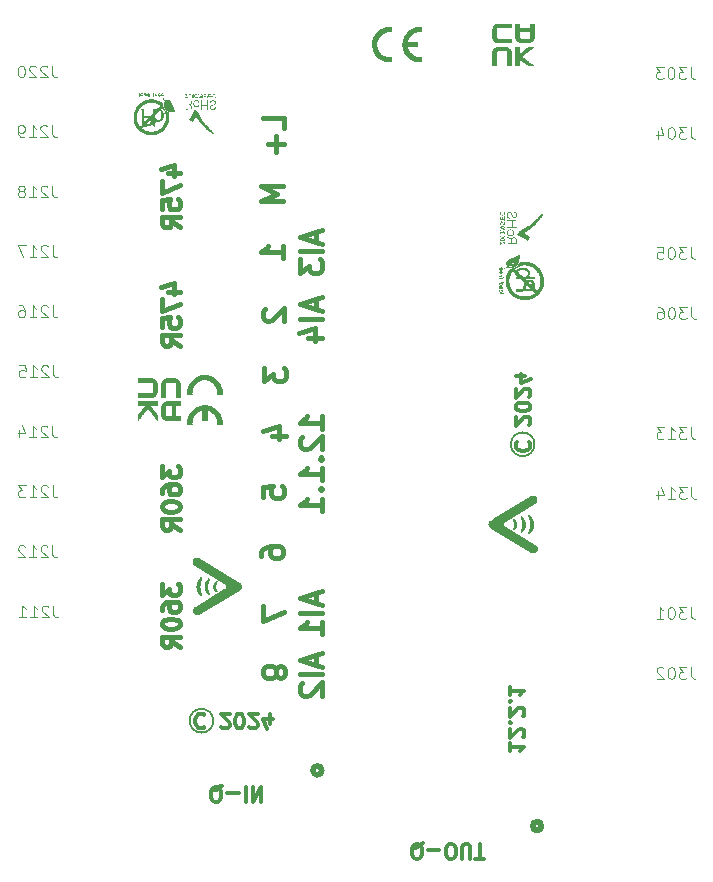
<source format=gbr>
%TF.GenerationSoftware,KiCad,Pcbnew,7.0.10*%
%TF.CreationDate,2024-08-04T06:11:57-04:00*%
%TF.ProjectId,12.X.2 - PLC Connector Combined,31322e58-2e32-4202-9d20-504c4320436f,rev?*%
%TF.SameCoordinates,Original*%
%TF.FileFunction,Legend,Bot*%
%TF.FilePolarity,Positive*%
%FSLAX46Y46*%
G04 Gerber Fmt 4.6, Leading zero omitted, Abs format (unit mm)*
G04 Created by KiCad (PCBNEW 7.0.10) date 2024-08-04 06:11:57*
%MOMM*%
%LPD*%
G01*
G04 APERTURE LIST*
%ADD10C,0.000000*%
%ADD11C,0.004960*%
%ADD12C,0.150000*%
%ADD13C,0.457200*%
%ADD14C,0.381000*%
%ADD15C,0.310000*%
%ADD16C,0.100000*%
%ADD17C,0.508000*%
G04 APERTURE END LIST*
D10*
G36*
X117221043Y-104421331D02*
G01*
X117223905Y-104421531D01*
X117226753Y-104421834D01*
X117229583Y-104422238D01*
X117232394Y-104422744D01*
X117235181Y-104423349D01*
X117237944Y-104424054D01*
X117240678Y-104424857D01*
X117243382Y-104425758D01*
X117246053Y-104426756D01*
X117248688Y-104427849D01*
X117251284Y-104429038D01*
X117253839Y-104430321D01*
X117256350Y-104431698D01*
X117258814Y-104433167D01*
X117261230Y-104434729D01*
X117263537Y-104436681D01*
X117265843Y-104438666D01*
X117270457Y-104442716D01*
X117275071Y-104446839D01*
X117279684Y-104451000D01*
X117317865Y-104486924D01*
X117354215Y-104525127D01*
X117388646Y-104565511D01*
X117421071Y-104607980D01*
X117451404Y-104652436D01*
X117479556Y-104698782D01*
X117505441Y-104746920D01*
X117528972Y-104796753D01*
X117550060Y-104848184D01*
X117568620Y-104901114D01*
X117584564Y-104955448D01*
X117597805Y-105011087D01*
X117608255Y-105067934D01*
X117615827Y-105125892D01*
X117620434Y-105184863D01*
X117621989Y-105244750D01*
X117620464Y-105304575D01*
X117615942Y-105363370D01*
X117608508Y-105421054D01*
X117598245Y-105477545D01*
X117585235Y-105532764D01*
X117569562Y-105586628D01*
X117551309Y-105639057D01*
X117530559Y-105689970D01*
X117507395Y-105739285D01*
X117481901Y-105786921D01*
X117454159Y-105832797D01*
X117424252Y-105876833D01*
X117392265Y-105918946D01*
X117358279Y-105959057D01*
X117322378Y-105997083D01*
X117284645Y-106032944D01*
X117284645Y-106034135D01*
X117278112Y-106039973D01*
X117271375Y-106045867D01*
X117257658Y-106057749D01*
X117257354Y-106057976D01*
X117257044Y-106058196D01*
X117256729Y-106058407D01*
X117256409Y-106058610D01*
X117256084Y-106058804D01*
X117255753Y-106058990D01*
X117255418Y-106059168D01*
X117255078Y-106059337D01*
X117253032Y-106060435D01*
X117250957Y-106061471D01*
X117248856Y-106062445D01*
X117246729Y-106063356D01*
X117244578Y-106064204D01*
X117242406Y-106064989D01*
X117240212Y-106065710D01*
X117237998Y-106066366D01*
X117235767Y-106066958D01*
X117233518Y-106067485D01*
X117231255Y-106067946D01*
X117228977Y-106068342D01*
X117226687Y-106068671D01*
X117224386Y-106068934D01*
X117222075Y-106069130D01*
X117219756Y-106069258D01*
X117215464Y-106069138D01*
X117211221Y-106068781D01*
X117207031Y-106068193D01*
X117202900Y-106067378D01*
X117198831Y-106066342D01*
X117194828Y-106065089D01*
X117190896Y-106063626D01*
X117187039Y-106061956D01*
X117183261Y-106060086D01*
X117179566Y-106058020D01*
X117175959Y-106055763D01*
X117172443Y-106053321D01*
X117169023Y-106050698D01*
X117165704Y-106047900D01*
X117162488Y-106044932D01*
X117159382Y-106041799D01*
X117156388Y-106038506D01*
X117153511Y-106035059D01*
X117150755Y-106031461D01*
X117148125Y-106027720D01*
X117145624Y-106023839D01*
X117143258Y-106019823D01*
X117141029Y-106015679D01*
X117138943Y-106011410D01*
X117137003Y-106007023D01*
X117135214Y-106002522D01*
X117133579Y-105997912D01*
X117132104Y-105993199D01*
X117130793Y-105988387D01*
X117129648Y-105983482D01*
X117128676Y-105978489D01*
X117127880Y-105973413D01*
X117127338Y-105970692D01*
X117126873Y-105967958D01*
X117126484Y-105965214D01*
X117126172Y-105962460D01*
X117125937Y-105959699D01*
X117125780Y-105956932D01*
X117125700Y-105954160D01*
X117125697Y-105951386D01*
X117125697Y-105948013D01*
X117125737Y-105945892D01*
X117125823Y-105943773D01*
X117125954Y-105941657D01*
X117126130Y-105939545D01*
X117126351Y-105937437D01*
X117126617Y-105935334D01*
X117126928Y-105933237D01*
X117127284Y-105931146D01*
X117127307Y-105930292D01*
X117127371Y-105929442D01*
X117127471Y-105928597D01*
X117127604Y-105927753D01*
X117127763Y-105926913D01*
X117127944Y-105926074D01*
X117128351Y-105924399D01*
X117129210Y-105921044D01*
X117129405Y-105920201D01*
X117129582Y-105919355D01*
X117129737Y-105918505D01*
X117129864Y-105917652D01*
X117132841Y-105908127D01*
X117133208Y-105906956D01*
X117133598Y-105905793D01*
X117134011Y-105904639D01*
X117134447Y-105903492D01*
X117134905Y-105902355D01*
X117135385Y-105901227D01*
X117135888Y-105900108D01*
X117136413Y-105898999D01*
X117137753Y-105896581D01*
X117139059Y-105894145D01*
X117140328Y-105891690D01*
X117141562Y-105889218D01*
X117142760Y-105886728D01*
X117143922Y-105884220D01*
X117145047Y-105881696D01*
X117146136Y-105879155D01*
X117146586Y-105878269D01*
X117147056Y-105877395D01*
X117147547Y-105876532D01*
X117148058Y-105875682D01*
X117148590Y-105874844D01*
X117149141Y-105874019D01*
X117149712Y-105873207D01*
X117150303Y-105872408D01*
X117151658Y-105870488D01*
X117153045Y-105868592D01*
X117154463Y-105866719D01*
X117155912Y-105864870D01*
X117157391Y-105863046D01*
X117158901Y-105861246D01*
X117160441Y-105859472D01*
X117162011Y-105857723D01*
X117161143Y-105858513D01*
X117160288Y-105859315D01*
X117159445Y-105860130D01*
X117158615Y-105860958D01*
X117157798Y-105861798D01*
X117156994Y-105862650D01*
X117156204Y-105863514D01*
X117155427Y-105864391D01*
X117154663Y-105865279D01*
X117153913Y-105866178D01*
X117153177Y-105867090D01*
X117152455Y-105868012D01*
X117151747Y-105868946D01*
X117151053Y-105869891D01*
X117150373Y-105870847D01*
X117149708Y-105871813D01*
X117165045Y-105838961D01*
X117179563Y-105805093D01*
X117193239Y-105770248D01*
X117206049Y-105734460D01*
X117217969Y-105697767D01*
X117228976Y-105660204D01*
X117239047Y-105621808D01*
X117248158Y-105582615D01*
X117256285Y-105542662D01*
X117263404Y-105501985D01*
X117269493Y-105460620D01*
X117274528Y-105418603D01*
X117278485Y-105375972D01*
X117281341Y-105332762D01*
X117283071Y-105289009D01*
X117283653Y-105244750D01*
X117283041Y-105199593D01*
X117281223Y-105154933D01*
X117278223Y-105110812D01*
X117274069Y-105067273D01*
X117268786Y-105024357D01*
X117262400Y-104982106D01*
X117254936Y-104940562D01*
X117246421Y-104899767D01*
X117236881Y-104859762D01*
X117226341Y-104820590D01*
X117214827Y-104782293D01*
X117202365Y-104744911D01*
X117188981Y-104708488D01*
X117174701Y-104673064D01*
X117159551Y-104638683D01*
X117143556Y-104605385D01*
X117143157Y-104604800D01*
X117142769Y-104604208D01*
X117142392Y-104603609D01*
X117142027Y-104603003D01*
X117141675Y-104602391D01*
X117141333Y-104601772D01*
X117141004Y-104601147D01*
X117140687Y-104600515D01*
X117140382Y-104599878D01*
X117140090Y-104599235D01*
X117139809Y-104598586D01*
X117139541Y-104597932D01*
X117139286Y-104597272D01*
X117139043Y-104596608D01*
X117138813Y-104595939D01*
X117138595Y-104595265D01*
X117137014Y-104591857D01*
X117135533Y-104588411D01*
X117134154Y-104584928D01*
X117132877Y-104581410D01*
X117131702Y-104577860D01*
X117130631Y-104574279D01*
X117129663Y-104570671D01*
X117128799Y-104567038D01*
X117128040Y-104563381D01*
X117127386Y-104559703D01*
X117126838Y-104556006D01*
X117126395Y-104552293D01*
X117126059Y-104548566D01*
X117125831Y-104544826D01*
X117125710Y-104541077D01*
X117125697Y-104537321D01*
X117125817Y-104531331D01*
X117126175Y-104525422D01*
X117126764Y-104519600D01*
X117127579Y-104513873D01*
X117129861Y-104502733D01*
X117132974Y-104492058D01*
X117136872Y-104481907D01*
X117141509Y-104472336D01*
X117146836Y-104463404D01*
X117152808Y-104455168D01*
X117156022Y-104451328D01*
X117159378Y-104447685D01*
X117162873Y-104444244D01*
X117166499Y-104441013D01*
X117170251Y-104437999D01*
X117174123Y-104435209D01*
X117178110Y-104432651D01*
X117182205Y-104430332D01*
X117186403Y-104428259D01*
X117190697Y-104426438D01*
X117195083Y-104424878D01*
X117199553Y-104423586D01*
X117204103Y-104422568D01*
X117208726Y-104421832D01*
X117213417Y-104421385D01*
X117218169Y-104421235D01*
X117221043Y-104421331D01*
G37*
D11*
X115064725Y-105421757D02*
X115089331Y-105438028D01*
D10*
G36*
X115896299Y-104743940D02*
G01*
X115898398Y-104744051D01*
X115900490Y-104744227D01*
X115902572Y-104744468D01*
X115904645Y-104744772D01*
X115906705Y-104745140D01*
X115908752Y-104745570D01*
X115910785Y-104746064D01*
X115912801Y-104746620D01*
X115914800Y-104747238D01*
X115916780Y-104747918D01*
X115918739Y-104748659D01*
X115920676Y-104749461D01*
X115922590Y-104750323D01*
X115924478Y-104751246D01*
X115926341Y-104752228D01*
X115928061Y-104753371D01*
X115929795Y-104754560D01*
X115931538Y-104755786D01*
X115933286Y-104757040D01*
X115936777Y-104759595D01*
X115940231Y-104762150D01*
X115968930Y-104784071D01*
X115996268Y-104807379D01*
X116022177Y-104832015D01*
X116046591Y-104857918D01*
X116069440Y-104885029D01*
X116090658Y-104913288D01*
X116110177Y-104942637D01*
X116127928Y-104973015D01*
X116143845Y-105004362D01*
X116157860Y-105036620D01*
X116169904Y-105069728D01*
X116179910Y-105103627D01*
X116187810Y-105138257D01*
X116193537Y-105173559D01*
X116195565Y-105191444D01*
X116197023Y-105209474D01*
X116197904Y-105227642D01*
X116198200Y-105245941D01*
X116197048Y-105282376D01*
X116193636Y-105318202D01*
X116188030Y-105353366D01*
X116180294Y-105387817D01*
X116170495Y-105421503D01*
X116158697Y-105454372D01*
X116144966Y-105486372D01*
X116129367Y-105517453D01*
X116111966Y-105547561D01*
X116092829Y-105576645D01*
X116072020Y-105604654D01*
X116049605Y-105631536D01*
X116025649Y-105657238D01*
X116000218Y-105681710D01*
X115973377Y-105704899D01*
X115945192Y-105726754D01*
X115925349Y-105741240D01*
X115923364Y-105741240D01*
X115921765Y-105741959D01*
X115920151Y-105742640D01*
X115918523Y-105743281D01*
X115916881Y-105743883D01*
X115915226Y-105744446D01*
X115913559Y-105744970D01*
X115911881Y-105745453D01*
X115910191Y-105745897D01*
X115908492Y-105746300D01*
X115906784Y-105746664D01*
X115905066Y-105746986D01*
X115903341Y-105747269D01*
X115901609Y-105747510D01*
X115899871Y-105747711D01*
X115898126Y-105747870D01*
X115896377Y-105747988D01*
X115893184Y-105747917D01*
X115890025Y-105747705D01*
X115886901Y-105747354D01*
X115883816Y-105746867D01*
X115880774Y-105746247D01*
X115877778Y-105745497D01*
X115874832Y-105744620D01*
X115871938Y-105743618D01*
X115869100Y-105742495D01*
X115866322Y-105741253D01*
X115863607Y-105739895D01*
X115860959Y-105738424D01*
X115858380Y-105736842D01*
X115855874Y-105735154D01*
X115853444Y-105733360D01*
X115851094Y-105731466D01*
X115848828Y-105729472D01*
X115846648Y-105727382D01*
X115844559Y-105725200D01*
X115842562Y-105722926D01*
X115840663Y-105720566D01*
X115838863Y-105718121D01*
X115837167Y-105715594D01*
X115835578Y-105712989D01*
X115834100Y-105710307D01*
X115832735Y-105707553D01*
X115831487Y-105704727D01*
X115830359Y-105701835D01*
X115829356Y-105698878D01*
X115828480Y-105695859D01*
X115827734Y-105692781D01*
X115827122Y-105689647D01*
X115826780Y-105687982D01*
X115826486Y-105686308D01*
X115826240Y-105684627D01*
X115826042Y-105682940D01*
X115825892Y-105681248D01*
X115825791Y-105679553D01*
X115825737Y-105677854D01*
X115825733Y-105676153D01*
X115825733Y-105674963D01*
X115825637Y-105673675D01*
X115825568Y-105672385D01*
X115825526Y-105671094D01*
X115825513Y-105669803D01*
X115825526Y-105668512D01*
X115825568Y-105667222D01*
X115825637Y-105665932D01*
X115825733Y-105664644D01*
X115826035Y-105663641D01*
X115826321Y-105662633D01*
X115826593Y-105661622D01*
X115826849Y-105660606D01*
X115827089Y-105659587D01*
X115827314Y-105658564D01*
X115827523Y-105657538D01*
X115827717Y-105656508D01*
X115830099Y-105650555D01*
X115830355Y-105649831D01*
X115830630Y-105649115D01*
X115830925Y-105648407D01*
X115831238Y-105647707D01*
X115831570Y-105647016D01*
X115831921Y-105646334D01*
X115832291Y-105645661D01*
X115832678Y-105644999D01*
X115833694Y-105643584D01*
X115834663Y-105642168D01*
X115835594Y-105640747D01*
X115836498Y-105639318D01*
X115838259Y-105636432D01*
X115840020Y-105633489D01*
X115840375Y-105632938D01*
X115840743Y-105632394D01*
X115841122Y-105631860D01*
X115841514Y-105631334D01*
X115841917Y-105630817D01*
X115842332Y-105630309D01*
X115842758Y-105629811D01*
X115843196Y-105629322D01*
X115844220Y-105628142D01*
X115845264Y-105626980D01*
X115846328Y-105625836D01*
X115847411Y-105624709D01*
X115848512Y-105623602D01*
X115849632Y-105622513D01*
X115850770Y-105621443D01*
X115851927Y-105620392D01*
X115851291Y-105620851D01*
X115850664Y-105621321D01*
X115850044Y-105621801D01*
X115849433Y-105622291D01*
X115848831Y-105622791D01*
X115848237Y-105623302D01*
X115847652Y-105623822D01*
X115847076Y-105624351D01*
X115846508Y-105624891D01*
X115845950Y-105625439D01*
X115845401Y-105625998D01*
X115844862Y-105626565D01*
X115844331Y-105627142D01*
X115843811Y-105627727D01*
X115843300Y-105628322D01*
X115842799Y-105628925D01*
X115866605Y-105583298D01*
X115887192Y-105536569D01*
X115904563Y-105488899D01*
X115918716Y-105440447D01*
X115929655Y-105391375D01*
X115937378Y-105341841D01*
X115941888Y-105292007D01*
X115943186Y-105242033D01*
X115941272Y-105192078D01*
X115936148Y-105142304D01*
X115927814Y-105092869D01*
X115916272Y-105043935D01*
X115901522Y-104995662D01*
X115883565Y-104948209D01*
X115862403Y-104901738D01*
X115838036Y-104856408D01*
X115837481Y-104855693D01*
X115836949Y-104854962D01*
X115836440Y-104854214D01*
X115835956Y-104853451D01*
X115835496Y-104852674D01*
X115835061Y-104851881D01*
X115834651Y-104851075D01*
X115834266Y-104850256D01*
X115833114Y-104848222D01*
X115832033Y-104846153D01*
X115831025Y-104844053D01*
X115830090Y-104841923D01*
X115829228Y-104839766D01*
X115828440Y-104837582D01*
X115827727Y-104835374D01*
X115827088Y-104833144D01*
X115826525Y-104830893D01*
X115826038Y-104828625D01*
X115825628Y-104826340D01*
X115825294Y-104824040D01*
X115825038Y-104821728D01*
X115824860Y-104819405D01*
X115824761Y-104817074D01*
X115824741Y-104814736D01*
X115824788Y-104811255D01*
X115825006Y-104807796D01*
X115825393Y-104804364D01*
X115825948Y-104800966D01*
X115826667Y-104797607D01*
X115827548Y-104794293D01*
X115828589Y-104791030D01*
X115829787Y-104787823D01*
X115831141Y-104784678D01*
X115832647Y-104781602D01*
X115834304Y-104778600D01*
X115836109Y-104775677D01*
X115838060Y-104772840D01*
X115840155Y-104770095D01*
X115842390Y-104767446D01*
X115844765Y-104764901D01*
X115847263Y-104762476D01*
X115849867Y-104760188D01*
X115852570Y-104758040D01*
X115855368Y-104756033D01*
X115858255Y-104754170D01*
X115861223Y-104752454D01*
X115864269Y-104750887D01*
X115867386Y-104749472D01*
X115870569Y-104748210D01*
X115873811Y-104747105D01*
X115877107Y-104746158D01*
X115880451Y-104745373D01*
X115883837Y-104744752D01*
X115887260Y-104744296D01*
X115890715Y-104744009D01*
X115894194Y-104743894D01*
X115896299Y-104743940D01*
G37*
D12*
X117662251Y-98452999D02*
G75*
G03*
X115662251Y-98452999I-1000000J0D01*
G01*
X115662251Y-98452999D02*
G75*
G03*
X117662251Y-98452999I1000000J0D01*
G01*
D10*
G36*
X116572503Y-104551059D02*
G01*
X116575123Y-104551198D01*
X116577733Y-104551430D01*
X116580328Y-104551753D01*
X116582908Y-104552167D01*
X116585469Y-104552671D01*
X116588009Y-104553264D01*
X116590527Y-104553946D01*
X116593019Y-104554716D01*
X116595483Y-104555574D01*
X116597917Y-104556518D01*
X116600319Y-104557548D01*
X116602685Y-104558664D01*
X116605015Y-104559864D01*
X116607305Y-104561149D01*
X116609553Y-104562516D01*
X116609561Y-104562522D01*
X116613729Y-104565833D01*
X116617896Y-104569219D01*
X116622063Y-104572679D01*
X116626230Y-104576214D01*
X116662023Y-104608169D01*
X116695837Y-104641850D01*
X116727628Y-104677165D01*
X116757353Y-104714017D01*
X116784966Y-104752313D01*
X116810425Y-104791959D01*
X116833685Y-104832861D01*
X116854701Y-104874924D01*
X116873432Y-104918054D01*
X116889831Y-104962156D01*
X116903856Y-105007137D01*
X116915461Y-105052902D01*
X116924604Y-105099356D01*
X116931241Y-105146407D01*
X116935327Y-105193958D01*
X116936818Y-105241917D01*
X116935683Y-105289885D01*
X116931952Y-105337466D01*
X116925665Y-105384564D01*
X116916868Y-105431086D01*
X116905603Y-105476936D01*
X116891914Y-105522020D01*
X116875843Y-105566243D01*
X116857434Y-105609511D01*
X116836731Y-105651729D01*
X116813776Y-105692802D01*
X116788613Y-105732636D01*
X116761285Y-105771137D01*
X116731836Y-105808210D01*
X116700308Y-105843760D01*
X116666746Y-105877692D01*
X116631191Y-105909912D01*
X116625170Y-105914855D01*
X116619037Y-105919834D01*
X116612829Y-105924814D01*
X116606585Y-105929756D01*
X116606468Y-105929870D01*
X116606348Y-105929981D01*
X116606225Y-105930088D01*
X116606099Y-105930192D01*
X116605971Y-105930292D01*
X116605839Y-105930388D01*
X116605706Y-105930481D01*
X116605570Y-105930571D01*
X116605431Y-105930656D01*
X116605291Y-105930738D01*
X116605148Y-105930816D01*
X116605003Y-105930889D01*
X116604855Y-105930959D01*
X116604706Y-105931025D01*
X116604555Y-105931087D01*
X116604402Y-105931145D01*
X116602468Y-105932136D01*
X116600511Y-105933072D01*
X116598531Y-105933953D01*
X116596530Y-105934779D01*
X116594508Y-105935549D01*
X116592467Y-105936264D01*
X116590408Y-105936923D01*
X116588332Y-105937525D01*
X116586241Y-105938070D01*
X116584135Y-105938559D01*
X116582016Y-105938990D01*
X116579885Y-105939363D01*
X116577743Y-105939679D01*
X116575591Y-105939936D01*
X116573431Y-105940134D01*
X116571263Y-105940274D01*
X116567168Y-105939934D01*
X116563127Y-105939413D01*
X116559144Y-105938714D01*
X116555224Y-105937842D01*
X116551370Y-105936801D01*
X116547586Y-105935595D01*
X116543878Y-105934228D01*
X116540248Y-105932703D01*
X116536702Y-105931026D01*
X116533243Y-105929200D01*
X116529875Y-105927228D01*
X116526604Y-105925116D01*
X116523432Y-105922867D01*
X116520364Y-105920485D01*
X116517405Y-105917974D01*
X116514558Y-105915339D01*
X116511828Y-105912583D01*
X116509219Y-105909710D01*
X116506734Y-105906725D01*
X116504379Y-105903631D01*
X116502158Y-105900432D01*
X116500073Y-105897133D01*
X116498131Y-105893738D01*
X116496335Y-105890250D01*
X116494689Y-105886675D01*
X116493197Y-105883014D01*
X116491863Y-105879274D01*
X116490693Y-105875457D01*
X116489689Y-105871568D01*
X116488856Y-105867611D01*
X116488198Y-105863590D01*
X116487720Y-105859510D01*
X116487265Y-105857205D01*
X116486876Y-105854890D01*
X116486553Y-105852566D01*
X116486296Y-105850234D01*
X116486106Y-105847895D01*
X116485982Y-105845552D01*
X116485925Y-105843205D01*
X116485935Y-105840856D01*
X116485935Y-105838078D01*
X116485946Y-105836280D01*
X116486005Y-105834483D01*
X116486109Y-105832689D01*
X116486260Y-105830899D01*
X116486457Y-105829113D01*
X116486700Y-105827332D01*
X116486989Y-105825558D01*
X116487324Y-105823791D01*
X116487683Y-105822391D01*
X116488026Y-105820986D01*
X116488350Y-105819578D01*
X116488657Y-105818165D01*
X116488946Y-105816749D01*
X116489217Y-105815329D01*
X116489470Y-105813906D01*
X116489705Y-105812479D01*
X116489725Y-105811928D01*
X116489784Y-105811389D01*
X116489876Y-105810861D01*
X116489999Y-105810343D01*
X116490149Y-105809833D01*
X116490322Y-105809330D01*
X116490514Y-105808832D01*
X116490722Y-105808337D01*
X116491168Y-105807354D01*
X116491630Y-105806368D01*
X116492079Y-105805369D01*
X116492288Y-105804860D01*
X116492483Y-105804344D01*
X116492773Y-105803359D01*
X116493094Y-105802385D01*
X116493446Y-105801422D01*
X116493828Y-105800471D01*
X116494241Y-105799533D01*
X116494684Y-105798609D01*
X116495156Y-105797698D01*
X116495658Y-105796803D01*
X116496831Y-105794801D01*
X116497971Y-105792809D01*
X116499084Y-105790817D01*
X116500173Y-105788816D01*
X116501243Y-105786796D01*
X116502300Y-105784748D01*
X116503347Y-105782662D01*
X116504389Y-105780531D01*
X116504816Y-105779807D01*
X116505255Y-105779091D01*
X116505707Y-105778383D01*
X116506173Y-105777684D01*
X116506651Y-105776993D01*
X116507141Y-105776311D01*
X116507644Y-105775638D01*
X116508160Y-105774975D01*
X116509393Y-105773324D01*
X116510658Y-105771697D01*
X116511953Y-105770095D01*
X116513278Y-105768519D01*
X116514634Y-105766968D01*
X116516019Y-105765443D01*
X116517433Y-105763945D01*
X116518875Y-105762473D01*
X116517338Y-105763816D01*
X116515841Y-105765203D01*
X116514385Y-105766632D01*
X116512972Y-105768102D01*
X116511602Y-105769613D01*
X116510277Y-105771163D01*
X116508997Y-105772752D01*
X116507763Y-105774379D01*
X116522673Y-105743416D01*
X116536630Y-105712071D01*
X116549631Y-105680366D01*
X116561669Y-105648323D01*
X116572739Y-105615965D01*
X116582837Y-105583314D01*
X116591957Y-105550392D01*
X116600095Y-105517220D01*
X116607245Y-105483822D01*
X116613401Y-105450220D01*
X116618560Y-105416434D01*
X116622716Y-105382488D01*
X116625864Y-105348404D01*
X116627998Y-105314204D01*
X116629114Y-105279910D01*
X116629207Y-105245544D01*
X116629096Y-105210440D01*
X116627915Y-105175413D01*
X116625671Y-105140487D01*
X116622368Y-105105685D01*
X116618012Y-105071032D01*
X116612609Y-105036551D01*
X116606165Y-105002265D01*
X116598684Y-104968198D01*
X116590173Y-104934374D01*
X116580636Y-104900817D01*
X116570081Y-104867549D01*
X116558511Y-104834595D01*
X116545934Y-104801979D01*
X116532353Y-104769723D01*
X116517776Y-104737852D01*
X116502207Y-104706389D01*
X116501829Y-104705904D01*
X116501462Y-104705412D01*
X116501105Y-104704913D01*
X116500758Y-104704406D01*
X116500422Y-104703894D01*
X116500096Y-104703374D01*
X116499782Y-104702848D01*
X116499478Y-104702316D01*
X116499184Y-104701778D01*
X116498902Y-104701234D01*
X116498631Y-104700685D01*
X116498371Y-104700129D01*
X116498122Y-104699569D01*
X116497885Y-104699003D01*
X116497659Y-104698432D01*
X116497444Y-104697856D01*
X116496048Y-104694989D01*
X116494739Y-104692087D01*
X116493519Y-104689151D01*
X116492388Y-104686183D01*
X116491347Y-104683185D01*
X116490396Y-104680160D01*
X116489535Y-104677110D01*
X116488764Y-104674036D01*
X116488086Y-104670940D01*
X116487499Y-104667825D01*
X116487005Y-104664693D01*
X116486603Y-104661545D01*
X116486295Y-104658384D01*
X116486080Y-104655212D01*
X116485960Y-104652030D01*
X116485935Y-104648842D01*
X116486044Y-104643795D01*
X116486367Y-104638816D01*
X116486900Y-104633910D01*
X116487637Y-104629085D01*
X116488573Y-104624345D01*
X116489702Y-104619697D01*
X116491020Y-104615147D01*
X116492520Y-104610702D01*
X116494199Y-104606366D01*
X116496050Y-104602147D01*
X116498069Y-104598050D01*
X116500250Y-104594081D01*
X116502588Y-104590247D01*
X116505078Y-104586553D01*
X116507714Y-104583006D01*
X116510491Y-104579612D01*
X116513405Y-104576376D01*
X116516449Y-104573305D01*
X116519619Y-104570405D01*
X116522909Y-104567682D01*
X116526315Y-104565142D01*
X116529830Y-104562791D01*
X116533450Y-104560635D01*
X116537169Y-104558680D01*
X116540982Y-104556932D01*
X116544885Y-104555398D01*
X116548871Y-104554083D01*
X116552935Y-104552994D01*
X116557073Y-104552136D01*
X116561279Y-104551516D01*
X116565548Y-104551139D01*
X116569874Y-104551012D01*
X116572503Y-104551059D01*
G37*
G36*
X89451970Y-109679003D02*
G01*
X89456213Y-109679360D01*
X89460403Y-109679948D01*
X89464534Y-109680763D01*
X89468603Y-109681799D01*
X89472606Y-109683052D01*
X89476538Y-109684515D01*
X89480395Y-109686185D01*
X89484173Y-109688055D01*
X89487868Y-109690121D01*
X89491475Y-109692378D01*
X89494991Y-109694820D01*
X89498411Y-109697443D01*
X89501730Y-109700241D01*
X89504946Y-109703209D01*
X89508052Y-109706342D01*
X89511046Y-109709635D01*
X89513923Y-109713082D01*
X89516679Y-109716680D01*
X89519309Y-109720421D01*
X89521810Y-109724302D01*
X89524176Y-109728318D01*
X89526405Y-109732462D01*
X89528491Y-109736731D01*
X89530431Y-109741118D01*
X89532220Y-109745619D01*
X89533855Y-109750229D01*
X89535330Y-109754942D01*
X89536641Y-109759754D01*
X89537786Y-109764659D01*
X89538758Y-109769652D01*
X89539554Y-109774728D01*
X89540096Y-109777449D01*
X89540561Y-109780183D01*
X89540950Y-109782927D01*
X89541262Y-109785681D01*
X89541497Y-109788442D01*
X89541654Y-109791209D01*
X89541734Y-109793981D01*
X89541737Y-109796755D01*
X89541737Y-109800128D01*
X89541697Y-109802249D01*
X89541611Y-109804368D01*
X89541480Y-109806484D01*
X89541304Y-109808596D01*
X89541083Y-109810704D01*
X89540817Y-109812807D01*
X89540506Y-109814904D01*
X89540150Y-109816995D01*
X89540127Y-109817849D01*
X89540063Y-109818699D01*
X89539963Y-109819544D01*
X89539830Y-109820388D01*
X89539671Y-109821228D01*
X89539490Y-109822067D01*
X89539083Y-109823742D01*
X89538224Y-109827097D01*
X89538029Y-109827940D01*
X89537852Y-109828786D01*
X89537697Y-109829636D01*
X89537570Y-109830489D01*
X89534593Y-109840014D01*
X89534226Y-109841185D01*
X89533836Y-109842348D01*
X89533423Y-109843502D01*
X89532987Y-109844649D01*
X89532529Y-109845786D01*
X89532049Y-109846914D01*
X89531546Y-109848033D01*
X89531021Y-109849142D01*
X89529681Y-109851560D01*
X89528375Y-109853996D01*
X89527106Y-109856451D01*
X89525872Y-109858923D01*
X89524674Y-109861413D01*
X89523512Y-109863921D01*
X89522387Y-109866445D01*
X89521298Y-109868986D01*
X89520848Y-109869872D01*
X89520378Y-109870746D01*
X89519887Y-109871609D01*
X89519376Y-109872459D01*
X89518844Y-109873297D01*
X89518293Y-109874122D01*
X89517722Y-109874934D01*
X89517131Y-109875733D01*
X89515776Y-109877653D01*
X89514389Y-109879549D01*
X89512971Y-109881422D01*
X89511522Y-109883271D01*
X89510043Y-109885095D01*
X89508533Y-109886895D01*
X89506993Y-109888669D01*
X89505423Y-109890418D01*
X89506291Y-109889628D01*
X89507146Y-109888826D01*
X89507989Y-109888011D01*
X89508819Y-109887183D01*
X89509636Y-109886343D01*
X89510440Y-109885491D01*
X89511230Y-109884627D01*
X89512007Y-109883750D01*
X89512771Y-109882862D01*
X89513521Y-109881963D01*
X89514257Y-109881051D01*
X89514979Y-109880129D01*
X89515687Y-109879195D01*
X89516381Y-109878250D01*
X89517061Y-109877294D01*
X89517726Y-109876328D01*
X89502389Y-109909180D01*
X89487871Y-109943048D01*
X89474195Y-109977893D01*
X89461385Y-110013681D01*
X89449465Y-110050374D01*
X89438458Y-110087937D01*
X89428387Y-110126333D01*
X89419276Y-110165526D01*
X89411149Y-110205479D01*
X89404030Y-110246156D01*
X89397941Y-110287521D01*
X89392906Y-110329538D01*
X89388949Y-110372169D01*
X89386093Y-110415379D01*
X89384363Y-110459132D01*
X89383781Y-110503391D01*
X89384393Y-110548548D01*
X89386211Y-110593208D01*
X89389211Y-110637329D01*
X89393365Y-110680868D01*
X89398648Y-110723784D01*
X89405034Y-110766035D01*
X89412498Y-110807579D01*
X89421013Y-110848374D01*
X89430553Y-110888379D01*
X89441093Y-110927551D01*
X89452607Y-110965848D01*
X89465069Y-111003230D01*
X89478453Y-111039653D01*
X89492733Y-111075077D01*
X89507883Y-111109458D01*
X89523878Y-111142756D01*
X89524277Y-111143341D01*
X89524665Y-111143933D01*
X89525042Y-111144532D01*
X89525407Y-111145138D01*
X89525759Y-111145750D01*
X89526101Y-111146369D01*
X89526430Y-111146994D01*
X89526747Y-111147626D01*
X89527052Y-111148263D01*
X89527344Y-111148906D01*
X89527625Y-111149555D01*
X89527893Y-111150209D01*
X89528148Y-111150869D01*
X89528391Y-111151533D01*
X89528621Y-111152202D01*
X89528839Y-111152876D01*
X89530420Y-111156284D01*
X89531901Y-111159730D01*
X89533280Y-111163213D01*
X89534557Y-111166731D01*
X89535732Y-111170281D01*
X89536803Y-111173862D01*
X89537771Y-111177470D01*
X89538635Y-111181103D01*
X89539394Y-111184760D01*
X89540048Y-111188438D01*
X89540596Y-111192135D01*
X89541039Y-111195848D01*
X89541375Y-111199575D01*
X89541603Y-111203315D01*
X89541724Y-111207064D01*
X89541737Y-111210820D01*
X89541617Y-111216810D01*
X89541259Y-111222719D01*
X89540670Y-111228541D01*
X89539855Y-111234268D01*
X89537573Y-111245408D01*
X89534460Y-111256083D01*
X89530562Y-111266234D01*
X89525925Y-111275805D01*
X89520598Y-111284737D01*
X89514626Y-111292973D01*
X89511412Y-111296813D01*
X89508056Y-111300456D01*
X89504561Y-111303897D01*
X89500935Y-111307128D01*
X89497183Y-111310142D01*
X89493311Y-111312932D01*
X89489324Y-111315490D01*
X89485229Y-111317809D01*
X89481031Y-111319882D01*
X89476737Y-111321703D01*
X89472351Y-111323263D01*
X89467881Y-111324555D01*
X89463331Y-111325573D01*
X89458708Y-111326309D01*
X89454017Y-111326756D01*
X89449265Y-111326906D01*
X89446391Y-111326810D01*
X89443529Y-111326610D01*
X89440681Y-111326307D01*
X89437851Y-111325903D01*
X89435040Y-111325397D01*
X89432253Y-111324792D01*
X89429490Y-111324087D01*
X89426756Y-111323284D01*
X89424052Y-111322383D01*
X89421381Y-111321385D01*
X89418746Y-111320292D01*
X89416150Y-111319103D01*
X89413595Y-111317820D01*
X89411084Y-111316443D01*
X89408620Y-111314974D01*
X89406204Y-111313412D01*
X89403897Y-111311460D01*
X89401591Y-111309475D01*
X89396977Y-111305425D01*
X89392363Y-111301302D01*
X89387750Y-111297141D01*
X89349569Y-111261217D01*
X89313219Y-111223014D01*
X89278788Y-111182630D01*
X89246363Y-111140161D01*
X89216030Y-111095705D01*
X89187878Y-111049359D01*
X89161993Y-111001221D01*
X89138462Y-110951388D01*
X89117374Y-110899957D01*
X89098814Y-110847027D01*
X89082870Y-110792693D01*
X89069629Y-110737054D01*
X89059179Y-110680207D01*
X89051607Y-110622249D01*
X89047000Y-110563278D01*
X89045445Y-110503391D01*
X89046970Y-110443566D01*
X89051492Y-110384771D01*
X89058926Y-110327087D01*
X89069189Y-110270596D01*
X89082199Y-110215377D01*
X89097872Y-110161513D01*
X89116125Y-110109084D01*
X89136875Y-110058171D01*
X89160039Y-110008856D01*
X89185533Y-109961220D01*
X89213275Y-109915344D01*
X89243182Y-109871308D01*
X89275169Y-109829195D01*
X89309155Y-109789084D01*
X89345056Y-109751058D01*
X89382789Y-109715197D01*
X89382789Y-109714006D01*
X89389322Y-109708168D01*
X89396059Y-109702274D01*
X89409776Y-109690392D01*
X89410080Y-109690165D01*
X89410390Y-109689945D01*
X89410705Y-109689734D01*
X89411025Y-109689531D01*
X89411350Y-109689337D01*
X89411681Y-109689151D01*
X89412016Y-109688973D01*
X89412356Y-109688804D01*
X89414402Y-109687706D01*
X89416477Y-109686670D01*
X89418578Y-109685696D01*
X89420705Y-109684785D01*
X89422856Y-109683937D01*
X89425028Y-109683152D01*
X89427222Y-109682431D01*
X89429436Y-109681775D01*
X89431667Y-109681183D01*
X89433916Y-109680656D01*
X89436179Y-109680195D01*
X89438457Y-109679799D01*
X89440747Y-109679470D01*
X89443048Y-109679207D01*
X89445359Y-109679011D01*
X89447678Y-109678883D01*
X89451970Y-109679003D01*
G37*
D11*
X91602709Y-110326384D02*
X91578103Y-110310113D01*
D10*
G36*
X89076802Y-108053188D02*
G01*
X89085519Y-108053526D01*
X89094215Y-108054096D01*
X89102885Y-108054899D01*
X89111524Y-108055932D01*
X89120127Y-108057196D01*
X89128691Y-108058688D01*
X89137210Y-108060408D01*
X89145680Y-108062355D01*
X89154096Y-108064529D01*
X89162454Y-108066927D01*
X89170749Y-108069549D01*
X89178977Y-108072394D01*
X89187133Y-108075461D01*
X89195212Y-108078750D01*
X89203210Y-108082258D01*
X89269282Y-108121942D01*
X92525245Y-110075361D01*
X92708601Y-110185891D01*
X92744518Y-110207322D01*
X92747098Y-110208909D01*
X92765044Y-110222516D01*
X92782028Y-110237084D01*
X92798022Y-110252559D01*
X92813001Y-110268889D01*
X92826936Y-110286023D01*
X92839802Y-110303908D01*
X92851570Y-110322490D01*
X92862214Y-110341719D01*
X92871708Y-110361541D01*
X92880022Y-110381905D01*
X92887132Y-110402757D01*
X92893010Y-110424046D01*
X92897629Y-110445719D01*
X92900961Y-110467724D01*
X92902980Y-110490008D01*
X92903659Y-110512519D01*
X92902980Y-110535030D01*
X92900961Y-110557314D01*
X92897629Y-110579318D01*
X92893010Y-110600991D01*
X92887132Y-110622280D01*
X92880022Y-110643133D01*
X92871708Y-110663496D01*
X92862214Y-110683318D01*
X92851570Y-110702547D01*
X92839802Y-110721130D01*
X92826936Y-110739014D01*
X92813001Y-110756148D01*
X92798022Y-110772478D01*
X92782028Y-110787954D01*
X92765044Y-110802521D01*
X92747098Y-110816128D01*
X92746760Y-110816329D01*
X92746427Y-110816536D01*
X92746098Y-110816750D01*
X92745773Y-110816970D01*
X92745452Y-110817196D01*
X92745136Y-110817429D01*
X92744825Y-110817669D01*
X92744518Y-110817914D01*
X92708601Y-110839345D01*
X92524848Y-110949676D01*
X89300834Y-112884244D01*
X89245867Y-112917383D01*
X89237521Y-112921322D01*
X89229080Y-112925018D01*
X89220547Y-112928470D01*
X89211929Y-112931676D01*
X89203230Y-112934635D01*
X89194457Y-112937345D01*
X89185614Y-112939806D01*
X89176707Y-112942017D01*
X89167741Y-112943975D01*
X89158722Y-112945680D01*
X89149655Y-112947131D01*
X89140545Y-112948325D01*
X89131398Y-112949263D01*
X89122218Y-112949943D01*
X89113013Y-112950363D01*
X89103786Y-112950522D01*
X89085629Y-112950020D01*
X89067713Y-112948531D01*
X89050057Y-112946079D01*
X89032686Y-112942687D01*
X89015620Y-112938381D01*
X88998883Y-112933185D01*
X88982495Y-112927122D01*
X88966479Y-112920217D01*
X88950858Y-112912494D01*
X88935652Y-112903977D01*
X88920886Y-112894690D01*
X88906579Y-112884658D01*
X88892755Y-112873905D01*
X88879436Y-112862455D01*
X88866643Y-112850333D01*
X88854399Y-112837561D01*
X88842726Y-112824165D01*
X88831646Y-112810170D01*
X88821182Y-112795598D01*
X88811354Y-112780474D01*
X88802185Y-112764823D01*
X88793698Y-112748668D01*
X88785915Y-112732034D01*
X88778857Y-112714945D01*
X88772546Y-112697426D01*
X88767005Y-112679500D01*
X88762256Y-112661191D01*
X88758321Y-112642524D01*
X88755222Y-112623524D01*
X88752981Y-112604213D01*
X88751621Y-112584617D01*
X88751162Y-112564759D01*
X88751533Y-112542501D01*
X88753133Y-112520420D01*
X88755940Y-112498562D01*
X88759934Y-112476973D01*
X88765093Y-112455698D01*
X88771398Y-112434782D01*
X88778827Y-112414271D01*
X88787360Y-112394211D01*
X88796975Y-112374646D01*
X88807652Y-112355622D01*
X88819370Y-112337186D01*
X88832108Y-112319381D01*
X88845846Y-112302255D01*
X88860562Y-112285851D01*
X88876236Y-112270216D01*
X88892846Y-112255395D01*
X88893839Y-112255395D01*
X88977976Y-112204198D01*
X91415186Y-110741714D01*
X91421590Y-110738827D01*
X91427889Y-110735732D01*
X91434079Y-110732430D01*
X91440154Y-110728926D01*
X91446109Y-110725222D01*
X91451940Y-110721321D01*
X91457641Y-110717226D01*
X91463207Y-110712941D01*
X91473952Y-110703621D01*
X91484121Y-110693783D01*
X91493699Y-110683454D01*
X91502674Y-110672661D01*
X91511032Y-110661432D01*
X91518759Y-110649795D01*
X91525842Y-110637777D01*
X91532269Y-110625405D01*
X91538024Y-110612708D01*
X91543096Y-110599712D01*
X91547470Y-110586446D01*
X91551134Y-110572936D01*
X91554074Y-110559211D01*
X91556276Y-110545297D01*
X91557727Y-110531223D01*
X91558414Y-110517016D01*
X91558326Y-110502792D01*
X91557468Y-110488670D01*
X91555854Y-110474676D01*
X91553495Y-110460839D01*
X91550403Y-110447187D01*
X91546592Y-110433748D01*
X91542072Y-110420550D01*
X91536856Y-110407622D01*
X91530956Y-110394991D01*
X91524385Y-110382685D01*
X91517155Y-110370733D01*
X91509278Y-110359162D01*
X91500765Y-110348001D01*
X91491631Y-110337277D01*
X91481885Y-110327020D01*
X91471542Y-110317256D01*
X91443562Y-110299199D01*
X91420345Y-110284117D01*
X91416441Y-110282334D01*
X91412482Y-110280570D01*
X91408485Y-110278843D01*
X91404470Y-110277172D01*
X88920826Y-108787105D01*
X88908916Y-108780472D01*
X88897300Y-108773460D01*
X88885986Y-108766081D01*
X88874979Y-108758344D01*
X88864284Y-108750259D01*
X88853909Y-108741837D01*
X88843858Y-108733087D01*
X88834139Y-108724020D01*
X88824756Y-108714646D01*
X88815716Y-108704975D01*
X88807025Y-108695017D01*
X88798689Y-108684783D01*
X88790713Y-108674283D01*
X88783104Y-108663526D01*
X88775868Y-108652523D01*
X88769010Y-108641284D01*
X88762537Y-108629819D01*
X88756454Y-108618138D01*
X88750768Y-108606252D01*
X88745484Y-108594171D01*
X88740609Y-108581905D01*
X88736148Y-108569463D01*
X88732108Y-108556857D01*
X88728493Y-108544096D01*
X88725311Y-108531190D01*
X88722568Y-108518150D01*
X88720268Y-108504986D01*
X88718419Y-108491708D01*
X88717025Y-108478325D01*
X88716094Y-108464849D01*
X88715631Y-108451290D01*
X88715642Y-108437657D01*
X88716103Y-108417872D01*
X88717472Y-108398347D01*
X88719726Y-108379105D01*
X88722841Y-108360171D01*
X88726797Y-108341568D01*
X88731569Y-108323321D01*
X88737135Y-108305454D01*
X88743473Y-108287991D01*
X88750559Y-108270957D01*
X88758372Y-108254376D01*
X88766888Y-108238271D01*
X88776085Y-108222667D01*
X88785940Y-108207589D01*
X88796430Y-108193060D01*
X88807533Y-108179105D01*
X88819226Y-108165748D01*
X88831487Y-108153012D01*
X88844292Y-108140923D01*
X88857620Y-108129505D01*
X88871446Y-108118781D01*
X88885750Y-108108776D01*
X88900507Y-108099514D01*
X88915696Y-108091019D01*
X88931294Y-108083315D01*
X88947277Y-108076428D01*
X88963624Y-108070380D01*
X88980312Y-108065196D01*
X88997318Y-108060900D01*
X89014619Y-108057517D01*
X89032192Y-108055071D01*
X89050016Y-108053585D01*
X89068067Y-108053085D01*
X89076802Y-108053188D01*
G37*
G36*
X117581805Y-102798121D02*
G01*
X117599721Y-102799610D01*
X117617377Y-102802062D01*
X117634748Y-102805454D01*
X117651814Y-102809760D01*
X117668551Y-102814956D01*
X117684939Y-102821019D01*
X117700955Y-102827924D01*
X117716576Y-102835647D01*
X117731782Y-102844164D01*
X117746548Y-102853451D01*
X117760855Y-102863483D01*
X117774679Y-102874236D01*
X117787998Y-102885686D01*
X117800791Y-102897808D01*
X117813035Y-102910580D01*
X117824708Y-102923976D01*
X117835788Y-102937971D01*
X117846252Y-102952543D01*
X117856080Y-102967667D01*
X117865249Y-102983318D01*
X117873736Y-102999473D01*
X117881519Y-103016107D01*
X117888577Y-103033196D01*
X117894888Y-103050715D01*
X117900429Y-103068641D01*
X117905178Y-103086950D01*
X117909113Y-103105617D01*
X117912212Y-103124617D01*
X117914453Y-103143928D01*
X117915813Y-103163524D01*
X117916272Y-103183382D01*
X117915901Y-103205640D01*
X117914301Y-103227721D01*
X117911494Y-103249579D01*
X117907500Y-103271168D01*
X117902341Y-103292443D01*
X117896036Y-103313359D01*
X117888607Y-103333870D01*
X117880074Y-103353930D01*
X117870459Y-103373495D01*
X117859782Y-103392519D01*
X117848064Y-103410955D01*
X117835326Y-103428760D01*
X117821588Y-103445886D01*
X117806872Y-103462290D01*
X117791198Y-103477925D01*
X117774588Y-103492746D01*
X117773595Y-103492746D01*
X117689458Y-103543943D01*
X115252248Y-105006427D01*
X115245844Y-105009314D01*
X115239545Y-105012409D01*
X115233355Y-105015711D01*
X115227280Y-105019215D01*
X115221325Y-105022919D01*
X115215494Y-105026820D01*
X115209793Y-105030915D01*
X115204227Y-105035200D01*
X115193482Y-105044520D01*
X115183313Y-105054358D01*
X115173735Y-105064687D01*
X115164760Y-105075480D01*
X115156402Y-105086709D01*
X115148675Y-105098346D01*
X115141592Y-105110364D01*
X115135165Y-105122736D01*
X115129410Y-105135433D01*
X115124338Y-105148429D01*
X115119964Y-105161695D01*
X115116300Y-105175205D01*
X115113360Y-105188930D01*
X115111158Y-105202844D01*
X115109707Y-105216918D01*
X115109020Y-105231125D01*
X115109108Y-105245349D01*
X115109966Y-105259471D01*
X115111580Y-105273465D01*
X115113939Y-105287302D01*
X115117031Y-105300954D01*
X115120842Y-105314393D01*
X115125362Y-105327591D01*
X115130578Y-105340519D01*
X115136478Y-105353150D01*
X115143049Y-105365456D01*
X115150279Y-105377408D01*
X115158156Y-105388979D01*
X115166669Y-105400140D01*
X115175803Y-105410864D01*
X115185549Y-105421121D01*
X115195892Y-105430885D01*
X115223872Y-105448942D01*
X115247089Y-105464024D01*
X115250993Y-105465807D01*
X115254952Y-105467571D01*
X115258949Y-105469298D01*
X115262964Y-105470969D01*
X117746608Y-106961036D01*
X117758518Y-106967669D01*
X117770134Y-106974681D01*
X117781448Y-106982060D01*
X117792455Y-106989797D01*
X117803150Y-106997882D01*
X117813525Y-107006304D01*
X117823576Y-107015054D01*
X117833295Y-107024121D01*
X117842678Y-107033495D01*
X117851718Y-107043166D01*
X117860409Y-107053124D01*
X117868745Y-107063358D01*
X117876721Y-107073858D01*
X117884330Y-107084615D01*
X117891566Y-107095618D01*
X117898424Y-107106857D01*
X117904897Y-107118322D01*
X117910980Y-107130003D01*
X117916666Y-107141889D01*
X117921950Y-107153970D01*
X117926825Y-107166236D01*
X117931286Y-107178678D01*
X117935326Y-107191284D01*
X117938941Y-107204045D01*
X117942123Y-107216951D01*
X117944866Y-107229991D01*
X117947166Y-107243155D01*
X117949015Y-107256433D01*
X117950409Y-107269816D01*
X117951340Y-107283292D01*
X117951803Y-107296851D01*
X117951792Y-107310484D01*
X117951331Y-107330269D01*
X117949962Y-107349794D01*
X117947708Y-107369036D01*
X117944593Y-107387970D01*
X117940637Y-107406573D01*
X117935865Y-107424820D01*
X117930299Y-107442687D01*
X117923961Y-107460150D01*
X117916875Y-107477184D01*
X117909062Y-107493765D01*
X117900546Y-107509870D01*
X117891349Y-107525474D01*
X117881494Y-107540552D01*
X117871004Y-107555081D01*
X117859901Y-107569036D01*
X117848208Y-107582393D01*
X117835947Y-107595129D01*
X117823142Y-107607218D01*
X117809814Y-107618636D01*
X117795988Y-107629360D01*
X117781684Y-107639365D01*
X117766927Y-107648627D01*
X117751738Y-107657122D01*
X117736140Y-107664826D01*
X117720157Y-107671713D01*
X117703810Y-107677761D01*
X117687122Y-107682945D01*
X117670116Y-107687241D01*
X117652815Y-107690624D01*
X117635242Y-107693070D01*
X117617418Y-107694556D01*
X117599367Y-107695056D01*
X117590632Y-107694953D01*
X117581915Y-107694615D01*
X117573219Y-107694045D01*
X117564549Y-107693242D01*
X117555910Y-107692209D01*
X117547307Y-107690945D01*
X117538743Y-107689453D01*
X117530224Y-107687733D01*
X117521754Y-107685786D01*
X117513338Y-107683612D01*
X117504980Y-107681214D01*
X117496685Y-107678592D01*
X117488457Y-107675747D01*
X117480301Y-107672680D01*
X117472222Y-107669391D01*
X117464224Y-107665883D01*
X117398152Y-107626199D01*
X114142189Y-105672780D01*
X113958833Y-105562250D01*
X113922916Y-105540819D01*
X113920336Y-105539232D01*
X113902390Y-105525625D01*
X113885406Y-105511057D01*
X113869412Y-105495582D01*
X113854433Y-105479252D01*
X113840498Y-105462118D01*
X113827632Y-105444233D01*
X113815864Y-105425651D01*
X113805220Y-105406422D01*
X113795726Y-105386600D01*
X113787412Y-105366236D01*
X113780302Y-105345384D01*
X113774424Y-105324095D01*
X113769805Y-105302422D01*
X113766473Y-105280417D01*
X113764454Y-105258133D01*
X113763775Y-105235622D01*
X113764454Y-105213111D01*
X113766473Y-105190827D01*
X113769805Y-105168823D01*
X113774424Y-105147150D01*
X113780302Y-105125861D01*
X113787412Y-105105008D01*
X113795726Y-105084645D01*
X113805220Y-105064823D01*
X113815864Y-105045594D01*
X113827632Y-105027011D01*
X113840498Y-105009127D01*
X113854433Y-104991993D01*
X113869412Y-104975663D01*
X113885406Y-104960187D01*
X113902390Y-104945620D01*
X113920336Y-104932013D01*
X113920674Y-104931812D01*
X113921007Y-104931605D01*
X113921336Y-104931391D01*
X113921661Y-104931171D01*
X113921982Y-104930945D01*
X113922298Y-104930712D01*
X113922609Y-104930472D01*
X113922916Y-104930227D01*
X113958833Y-104908796D01*
X114142586Y-104798465D01*
X117366600Y-102863897D01*
X117421567Y-102830758D01*
X117429913Y-102826819D01*
X117438354Y-102823123D01*
X117446887Y-102819671D01*
X117455505Y-102816465D01*
X117464204Y-102813506D01*
X117472977Y-102810796D01*
X117481820Y-102808335D01*
X117490727Y-102806124D01*
X117499693Y-102804166D01*
X117508712Y-102802461D01*
X117517779Y-102801010D01*
X117526889Y-102799816D01*
X117536036Y-102798878D01*
X117545216Y-102798198D01*
X117554421Y-102797778D01*
X117563648Y-102797619D01*
X117581805Y-102798121D01*
G37*
G36*
X90774250Y-110000224D02*
G01*
X90777409Y-110000436D01*
X90780533Y-110000787D01*
X90783618Y-110001274D01*
X90786660Y-110001894D01*
X90789656Y-110002644D01*
X90792602Y-110003521D01*
X90795496Y-110004523D01*
X90798334Y-110005646D01*
X90801112Y-110006888D01*
X90803827Y-110008246D01*
X90806475Y-110009717D01*
X90809054Y-110011299D01*
X90811560Y-110012987D01*
X90813990Y-110014781D01*
X90816340Y-110016675D01*
X90818606Y-110018669D01*
X90820786Y-110020759D01*
X90822875Y-110022941D01*
X90824872Y-110025215D01*
X90826771Y-110027575D01*
X90828571Y-110030020D01*
X90830267Y-110032547D01*
X90831856Y-110035152D01*
X90833334Y-110037834D01*
X90834699Y-110040588D01*
X90835947Y-110043414D01*
X90837075Y-110046306D01*
X90838078Y-110049263D01*
X90838954Y-110052282D01*
X90839700Y-110055360D01*
X90840312Y-110058494D01*
X90840654Y-110060159D01*
X90840948Y-110061833D01*
X90841194Y-110063514D01*
X90841392Y-110065201D01*
X90841542Y-110066893D01*
X90841643Y-110068588D01*
X90841697Y-110070287D01*
X90841701Y-110071988D01*
X90841701Y-110073178D01*
X90841797Y-110074466D01*
X90841866Y-110075756D01*
X90841908Y-110077047D01*
X90841921Y-110078338D01*
X90841908Y-110079629D01*
X90841866Y-110080919D01*
X90841797Y-110082209D01*
X90841701Y-110083497D01*
X90841399Y-110084500D01*
X90841113Y-110085508D01*
X90840841Y-110086519D01*
X90840585Y-110087535D01*
X90840345Y-110088554D01*
X90840120Y-110089577D01*
X90839911Y-110090603D01*
X90839717Y-110091633D01*
X90837335Y-110097586D01*
X90837079Y-110098310D01*
X90836804Y-110099026D01*
X90836509Y-110099734D01*
X90836196Y-110100434D01*
X90835864Y-110101125D01*
X90835513Y-110101807D01*
X90835143Y-110102480D01*
X90834756Y-110103142D01*
X90833740Y-110104557D01*
X90832771Y-110105973D01*
X90831840Y-110107394D01*
X90830936Y-110108823D01*
X90829175Y-110111709D01*
X90827414Y-110114652D01*
X90827059Y-110115203D01*
X90826691Y-110115747D01*
X90826312Y-110116281D01*
X90825920Y-110116807D01*
X90825517Y-110117324D01*
X90825102Y-110117832D01*
X90824676Y-110118330D01*
X90824238Y-110118819D01*
X90823214Y-110119999D01*
X90822170Y-110121161D01*
X90821106Y-110122305D01*
X90820023Y-110123432D01*
X90818922Y-110124539D01*
X90817802Y-110125628D01*
X90816664Y-110126698D01*
X90815507Y-110127749D01*
X90816143Y-110127290D01*
X90816770Y-110126820D01*
X90817390Y-110126340D01*
X90818001Y-110125850D01*
X90818603Y-110125350D01*
X90819197Y-110124839D01*
X90819782Y-110124319D01*
X90820358Y-110123790D01*
X90820926Y-110123250D01*
X90821484Y-110122702D01*
X90822033Y-110122143D01*
X90822572Y-110121576D01*
X90823103Y-110120999D01*
X90823623Y-110120414D01*
X90824134Y-110119819D01*
X90824635Y-110119216D01*
X90800829Y-110164843D01*
X90780242Y-110211572D01*
X90762871Y-110259242D01*
X90748718Y-110307694D01*
X90737779Y-110356766D01*
X90730056Y-110406300D01*
X90725546Y-110456134D01*
X90724248Y-110506108D01*
X90726162Y-110556063D01*
X90731286Y-110605837D01*
X90739620Y-110655272D01*
X90751162Y-110704206D01*
X90765912Y-110752479D01*
X90783869Y-110799932D01*
X90805031Y-110846403D01*
X90829398Y-110891733D01*
X90829953Y-110892448D01*
X90830485Y-110893179D01*
X90830994Y-110893927D01*
X90831478Y-110894690D01*
X90831938Y-110895467D01*
X90832373Y-110896260D01*
X90832783Y-110897066D01*
X90833168Y-110897885D01*
X90834320Y-110899919D01*
X90835401Y-110901988D01*
X90836409Y-110904088D01*
X90837344Y-110906218D01*
X90838206Y-110908375D01*
X90838994Y-110910559D01*
X90839707Y-110912767D01*
X90840346Y-110914997D01*
X90840909Y-110917248D01*
X90841396Y-110919516D01*
X90841806Y-110921801D01*
X90842140Y-110924101D01*
X90842396Y-110926413D01*
X90842574Y-110928736D01*
X90842673Y-110931067D01*
X90842693Y-110933405D01*
X90842646Y-110936886D01*
X90842428Y-110940345D01*
X90842041Y-110943777D01*
X90841486Y-110947175D01*
X90840767Y-110950534D01*
X90839886Y-110953848D01*
X90838845Y-110957111D01*
X90837647Y-110960318D01*
X90836293Y-110963463D01*
X90834787Y-110966539D01*
X90833130Y-110969541D01*
X90831325Y-110972464D01*
X90829374Y-110975301D01*
X90827279Y-110978046D01*
X90825044Y-110980695D01*
X90822669Y-110983240D01*
X90820171Y-110985665D01*
X90817567Y-110987953D01*
X90814864Y-110990101D01*
X90812066Y-110992108D01*
X90809179Y-110993971D01*
X90806211Y-110995687D01*
X90803165Y-110997254D01*
X90800048Y-110998669D01*
X90796865Y-110999931D01*
X90793623Y-111001036D01*
X90790327Y-111001983D01*
X90786983Y-111002768D01*
X90783597Y-111003389D01*
X90780174Y-111003845D01*
X90776719Y-111004132D01*
X90773240Y-111004247D01*
X90771135Y-111004201D01*
X90769036Y-111004090D01*
X90766944Y-111003914D01*
X90764862Y-111003673D01*
X90762789Y-111003369D01*
X90760729Y-111003001D01*
X90758682Y-111002571D01*
X90756649Y-111002077D01*
X90754633Y-111001521D01*
X90752634Y-111000903D01*
X90750654Y-111000223D01*
X90748695Y-110999482D01*
X90746758Y-110998680D01*
X90744844Y-110997818D01*
X90742956Y-110996895D01*
X90741093Y-110995913D01*
X90739373Y-110994770D01*
X90737639Y-110993581D01*
X90735896Y-110992355D01*
X90734148Y-110991101D01*
X90730657Y-110988546D01*
X90727203Y-110985991D01*
X90698504Y-110964070D01*
X90671166Y-110940762D01*
X90645257Y-110916126D01*
X90620843Y-110890223D01*
X90597994Y-110863112D01*
X90576776Y-110834853D01*
X90557257Y-110805504D01*
X90539506Y-110775126D01*
X90523589Y-110743779D01*
X90509574Y-110711521D01*
X90497530Y-110678413D01*
X90487524Y-110644514D01*
X90479624Y-110609884D01*
X90473897Y-110574582D01*
X90471869Y-110556697D01*
X90470411Y-110538667D01*
X90469530Y-110520499D01*
X90469234Y-110502200D01*
X90470386Y-110465765D01*
X90473798Y-110429939D01*
X90479404Y-110394775D01*
X90487140Y-110360324D01*
X90496939Y-110326638D01*
X90508737Y-110293769D01*
X90522468Y-110261769D01*
X90538067Y-110230688D01*
X90555468Y-110200580D01*
X90574605Y-110171496D01*
X90595414Y-110143487D01*
X90617829Y-110116605D01*
X90641785Y-110090903D01*
X90667216Y-110066431D01*
X90694057Y-110043242D01*
X90722242Y-110021387D01*
X90742085Y-110006901D01*
X90744070Y-110006901D01*
X90745669Y-110006182D01*
X90747283Y-110005501D01*
X90748911Y-110004860D01*
X90750553Y-110004258D01*
X90752208Y-110003695D01*
X90753875Y-110003171D01*
X90755553Y-110002688D01*
X90757243Y-110002244D01*
X90758942Y-110001841D01*
X90760650Y-110001477D01*
X90762368Y-110001155D01*
X90764093Y-110000872D01*
X90765825Y-110000631D01*
X90767563Y-110000430D01*
X90769308Y-110000271D01*
X90771057Y-110000153D01*
X90774250Y-110000224D01*
G37*
G36*
X90100266Y-109808207D02*
G01*
X90104307Y-109808728D01*
X90108290Y-109809427D01*
X90112210Y-109810299D01*
X90116064Y-109811340D01*
X90119848Y-109812546D01*
X90123556Y-109813913D01*
X90127186Y-109815438D01*
X90130732Y-109817115D01*
X90134191Y-109818941D01*
X90137559Y-109820913D01*
X90140830Y-109823025D01*
X90144002Y-109825274D01*
X90147070Y-109827656D01*
X90150029Y-109830167D01*
X90152876Y-109832802D01*
X90155606Y-109835558D01*
X90158215Y-109838431D01*
X90160700Y-109841416D01*
X90163055Y-109844510D01*
X90165276Y-109847709D01*
X90167361Y-109851008D01*
X90169303Y-109854403D01*
X90171099Y-109857891D01*
X90172745Y-109861466D01*
X90174237Y-109865127D01*
X90175571Y-109868867D01*
X90176741Y-109872684D01*
X90177745Y-109876573D01*
X90178578Y-109880530D01*
X90179236Y-109884551D01*
X90179714Y-109888631D01*
X90180169Y-109890936D01*
X90180558Y-109893251D01*
X90180881Y-109895575D01*
X90181138Y-109897907D01*
X90181328Y-109900246D01*
X90181452Y-109902589D01*
X90181509Y-109904936D01*
X90181499Y-109907285D01*
X90181499Y-109910063D01*
X90181488Y-109911861D01*
X90181429Y-109913658D01*
X90181325Y-109915452D01*
X90181174Y-109917242D01*
X90180977Y-109919028D01*
X90180734Y-109920809D01*
X90180445Y-109922583D01*
X90180110Y-109924350D01*
X90179751Y-109925750D01*
X90179408Y-109927155D01*
X90179084Y-109928563D01*
X90178777Y-109929976D01*
X90178488Y-109931392D01*
X90178217Y-109932812D01*
X90177964Y-109934235D01*
X90177729Y-109935662D01*
X90177709Y-109936213D01*
X90177650Y-109936752D01*
X90177558Y-109937280D01*
X90177435Y-109937798D01*
X90177285Y-109938308D01*
X90177112Y-109938811D01*
X90176920Y-109939309D01*
X90176712Y-109939804D01*
X90176266Y-109940787D01*
X90175804Y-109941773D01*
X90175355Y-109942772D01*
X90175146Y-109943281D01*
X90174951Y-109943797D01*
X90174661Y-109944782D01*
X90174340Y-109945756D01*
X90173988Y-109946719D01*
X90173606Y-109947670D01*
X90173193Y-109948608D01*
X90172750Y-109949532D01*
X90172278Y-109950443D01*
X90171776Y-109951338D01*
X90170603Y-109953340D01*
X90169463Y-109955332D01*
X90168350Y-109957324D01*
X90167261Y-109959325D01*
X90166191Y-109961345D01*
X90165134Y-109963393D01*
X90164087Y-109965479D01*
X90163045Y-109967610D01*
X90162618Y-109968334D01*
X90162179Y-109969050D01*
X90161727Y-109969758D01*
X90161261Y-109970457D01*
X90160783Y-109971148D01*
X90160293Y-109971830D01*
X90159790Y-109972503D01*
X90159274Y-109973166D01*
X90158041Y-109974817D01*
X90156776Y-109976444D01*
X90155481Y-109978046D01*
X90154156Y-109979622D01*
X90152800Y-109981173D01*
X90151415Y-109982698D01*
X90150001Y-109984196D01*
X90148559Y-109985668D01*
X90150096Y-109984325D01*
X90151593Y-109982938D01*
X90153049Y-109981509D01*
X90154462Y-109980039D01*
X90155832Y-109978528D01*
X90157157Y-109976978D01*
X90158437Y-109975389D01*
X90159671Y-109973762D01*
X90144761Y-110004725D01*
X90130804Y-110036070D01*
X90117803Y-110067775D01*
X90105765Y-110099818D01*
X90094695Y-110132176D01*
X90084597Y-110164827D01*
X90075477Y-110197749D01*
X90067339Y-110230921D01*
X90060189Y-110264319D01*
X90054033Y-110297921D01*
X90048874Y-110331707D01*
X90044718Y-110365653D01*
X90041570Y-110399737D01*
X90039436Y-110433937D01*
X90038320Y-110468231D01*
X90038227Y-110502597D01*
X90038338Y-110537701D01*
X90039519Y-110572728D01*
X90041763Y-110607654D01*
X90045066Y-110642456D01*
X90049422Y-110677109D01*
X90054825Y-110711590D01*
X90061269Y-110745876D01*
X90068750Y-110779943D01*
X90077261Y-110813767D01*
X90086798Y-110847324D01*
X90097353Y-110880592D01*
X90108923Y-110913546D01*
X90121500Y-110946162D01*
X90135081Y-110978418D01*
X90149658Y-111010289D01*
X90165227Y-111041752D01*
X90165605Y-111042237D01*
X90165972Y-111042729D01*
X90166329Y-111043228D01*
X90166676Y-111043735D01*
X90167012Y-111044247D01*
X90167338Y-111044767D01*
X90167652Y-111045293D01*
X90167956Y-111045825D01*
X90168250Y-111046363D01*
X90168532Y-111046907D01*
X90168803Y-111047456D01*
X90169063Y-111048012D01*
X90169312Y-111048572D01*
X90169549Y-111049138D01*
X90169775Y-111049709D01*
X90169990Y-111050285D01*
X90171386Y-111053152D01*
X90172695Y-111056054D01*
X90173915Y-111058990D01*
X90175046Y-111061958D01*
X90176087Y-111064956D01*
X90177038Y-111067981D01*
X90177899Y-111071031D01*
X90178670Y-111074105D01*
X90179348Y-111077201D01*
X90179935Y-111080316D01*
X90180429Y-111083448D01*
X90180831Y-111086596D01*
X90181139Y-111089757D01*
X90181354Y-111092929D01*
X90181474Y-111096111D01*
X90181499Y-111099299D01*
X90181390Y-111104346D01*
X90181067Y-111109325D01*
X90180534Y-111114231D01*
X90179797Y-111119056D01*
X90178861Y-111123796D01*
X90177732Y-111128444D01*
X90176414Y-111132994D01*
X90174914Y-111137439D01*
X90173235Y-111141775D01*
X90171384Y-111145994D01*
X90169365Y-111150091D01*
X90167184Y-111154060D01*
X90164846Y-111157894D01*
X90162356Y-111161588D01*
X90159720Y-111165135D01*
X90156943Y-111168529D01*
X90154029Y-111171765D01*
X90150985Y-111174836D01*
X90147815Y-111177736D01*
X90144525Y-111180459D01*
X90141119Y-111182999D01*
X90137604Y-111185350D01*
X90133984Y-111187506D01*
X90130265Y-111189461D01*
X90126452Y-111191209D01*
X90122549Y-111192743D01*
X90118563Y-111194058D01*
X90114499Y-111195147D01*
X90110361Y-111196005D01*
X90106155Y-111196625D01*
X90101886Y-111197002D01*
X90097560Y-111197129D01*
X90094931Y-111197082D01*
X90092311Y-111196943D01*
X90089701Y-111196711D01*
X90087106Y-111196388D01*
X90084526Y-111195974D01*
X90081965Y-111195470D01*
X90079425Y-111194877D01*
X90076907Y-111194195D01*
X90074415Y-111193425D01*
X90071951Y-111192567D01*
X90069517Y-111191623D01*
X90067115Y-111190593D01*
X90064749Y-111189477D01*
X90062419Y-111188277D01*
X90060129Y-111186992D01*
X90057881Y-111185625D01*
X90057873Y-111185619D01*
X90053705Y-111182308D01*
X90049538Y-111178922D01*
X90045371Y-111175462D01*
X90041204Y-111171927D01*
X90005411Y-111139972D01*
X89971597Y-111106291D01*
X89939806Y-111070976D01*
X89910081Y-111034124D01*
X89882468Y-110995828D01*
X89857009Y-110956182D01*
X89833749Y-110915280D01*
X89812733Y-110873217D01*
X89794002Y-110830087D01*
X89777603Y-110785985D01*
X89763578Y-110741004D01*
X89751973Y-110695239D01*
X89742830Y-110648785D01*
X89736193Y-110601734D01*
X89732107Y-110554183D01*
X89730616Y-110506224D01*
X89731751Y-110458256D01*
X89735482Y-110410675D01*
X89741769Y-110363577D01*
X89750566Y-110317055D01*
X89761831Y-110271205D01*
X89775520Y-110226121D01*
X89791591Y-110181898D01*
X89810000Y-110138630D01*
X89830703Y-110096412D01*
X89853658Y-110055339D01*
X89878821Y-110015505D01*
X89906149Y-109977004D01*
X89935598Y-109939931D01*
X89967126Y-109904381D01*
X90000688Y-109870449D01*
X90036243Y-109838229D01*
X90042264Y-109833286D01*
X90048397Y-109828307D01*
X90054605Y-109823327D01*
X90060849Y-109818385D01*
X90060966Y-109818271D01*
X90061086Y-109818160D01*
X90061209Y-109818053D01*
X90061335Y-109817949D01*
X90061463Y-109817849D01*
X90061595Y-109817753D01*
X90061728Y-109817660D01*
X90061864Y-109817570D01*
X90062003Y-109817485D01*
X90062143Y-109817403D01*
X90062286Y-109817325D01*
X90062431Y-109817252D01*
X90062579Y-109817182D01*
X90062728Y-109817116D01*
X90062879Y-109817054D01*
X90063032Y-109816996D01*
X90064966Y-109816005D01*
X90066923Y-109815069D01*
X90068903Y-109814188D01*
X90070904Y-109813362D01*
X90072926Y-109812592D01*
X90074967Y-109811877D01*
X90077026Y-109811218D01*
X90079102Y-109810616D01*
X90081193Y-109810071D01*
X90083299Y-109809582D01*
X90085418Y-109809151D01*
X90087549Y-109808778D01*
X90089691Y-109808462D01*
X90091843Y-109808205D01*
X90094003Y-109808007D01*
X90096171Y-109807867D01*
X90100266Y-109808207D01*
G37*
D12*
X90470000Y-121860000D02*
G75*
G03*
X88470000Y-121860000I-1000000J0D01*
G01*
X88470000Y-121860000D02*
G75*
G03*
X90470000Y-121860000I1000000J0D01*
G01*
D13*
X96368664Y-82709738D02*
X96368664Y-81664709D01*
X96368664Y-82187224D02*
X94539864Y-82187224D01*
X94539864Y-82187224D02*
X94801121Y-82013052D01*
X94801121Y-82013052D02*
X94975293Y-81838881D01*
X94975293Y-81838881D02*
X95062379Y-81664709D01*
D14*
X86619219Y-75526857D02*
X87635219Y-75526857D01*
X86038648Y-75163999D02*
X87127219Y-74801142D01*
X87127219Y-74801142D02*
X87127219Y-75744571D01*
X86111219Y-76180000D02*
X86111219Y-77196000D01*
X86111219Y-77196000D02*
X87635219Y-76542857D01*
X86111219Y-78502286D02*
X86111219Y-77776572D01*
X86111219Y-77776572D02*
X86836933Y-77704000D01*
X86836933Y-77704000D02*
X86764362Y-77776572D01*
X86764362Y-77776572D02*
X86691790Y-77921715D01*
X86691790Y-77921715D02*
X86691790Y-78284572D01*
X86691790Y-78284572D02*
X86764362Y-78429715D01*
X86764362Y-78429715D02*
X86836933Y-78502286D01*
X86836933Y-78502286D02*
X86982076Y-78574857D01*
X86982076Y-78574857D02*
X87344933Y-78574857D01*
X87344933Y-78574857D02*
X87490076Y-78502286D01*
X87490076Y-78502286D02*
X87562648Y-78429715D01*
X87562648Y-78429715D02*
X87635219Y-78284572D01*
X87635219Y-78284572D02*
X87635219Y-77921715D01*
X87635219Y-77921715D02*
X87562648Y-77776572D01*
X87562648Y-77776572D02*
X87490076Y-77704000D01*
X87635219Y-80098858D02*
X86909505Y-79590858D01*
X87635219Y-79228001D02*
X86111219Y-79228001D01*
X86111219Y-79228001D02*
X86111219Y-79808572D01*
X86111219Y-79808572D02*
X86183790Y-79953715D01*
X86183790Y-79953715D02*
X86256362Y-80026286D01*
X86256362Y-80026286D02*
X86401505Y-80098858D01*
X86401505Y-80098858D02*
X86619219Y-80098858D01*
X86619219Y-80098858D02*
X86764362Y-80026286D01*
X86764362Y-80026286D02*
X86836933Y-79953715D01*
X86836933Y-79953715D02*
X86909505Y-79808572D01*
X86909505Y-79808572D02*
X86909505Y-79228001D01*
D13*
X95403464Y-97775567D02*
X96622664Y-97775567D01*
X94706779Y-97340138D02*
X96013064Y-96904709D01*
X96013064Y-96904709D02*
X96013064Y-98036824D01*
X94539864Y-107935567D02*
X94539864Y-107587224D01*
X94539864Y-107587224D02*
X94626950Y-107413052D01*
X94626950Y-107413052D02*
X94714036Y-107325967D01*
X94714036Y-107325967D02*
X94975293Y-107151795D01*
X94975293Y-107151795D02*
X95323636Y-107064709D01*
X95323636Y-107064709D02*
X96020321Y-107064709D01*
X96020321Y-107064709D02*
X96194493Y-107151795D01*
X96194493Y-107151795D02*
X96281579Y-107238881D01*
X96281579Y-107238881D02*
X96368664Y-107413052D01*
X96368664Y-107413052D02*
X96368664Y-107761395D01*
X96368664Y-107761395D02*
X96281579Y-107935567D01*
X96281579Y-107935567D02*
X96194493Y-108022652D01*
X96194493Y-108022652D02*
X96020321Y-108109738D01*
X96020321Y-108109738D02*
X95584893Y-108109738D01*
X95584893Y-108109738D02*
X95410721Y-108022652D01*
X95410721Y-108022652D02*
X95323636Y-107935567D01*
X95323636Y-107935567D02*
X95236550Y-107761395D01*
X95236550Y-107761395D02*
X95236550Y-107413052D01*
X95236550Y-107413052D02*
X95323636Y-107238881D01*
X95323636Y-107238881D02*
X95410721Y-107151795D01*
X95410721Y-107151795D02*
X95584893Y-107064709D01*
D15*
X108192684Y-132211047D02*
X108073636Y-132270571D01*
X108073636Y-132270571D02*
X107954589Y-132389619D01*
X107954589Y-132389619D02*
X107776017Y-132568190D01*
X107776017Y-132568190D02*
X107656970Y-132627714D01*
X107656970Y-132627714D02*
X107537922Y-132627714D01*
X107597446Y-132330095D02*
X107478398Y-132389619D01*
X107478398Y-132389619D02*
X107359351Y-132508666D01*
X107359351Y-132508666D02*
X107299827Y-132746761D01*
X107299827Y-132746761D02*
X107299827Y-133163428D01*
X107299827Y-133163428D02*
X107359351Y-133401523D01*
X107359351Y-133401523D02*
X107478398Y-133520571D01*
X107478398Y-133520571D02*
X107597446Y-133580095D01*
X107597446Y-133580095D02*
X107835541Y-133580095D01*
X107835541Y-133580095D02*
X107954589Y-133520571D01*
X107954589Y-133520571D02*
X108073636Y-133401523D01*
X108073636Y-133401523D02*
X108133160Y-133163428D01*
X108133160Y-133163428D02*
X108133160Y-132746761D01*
X108133160Y-132746761D02*
X108073636Y-132508666D01*
X108073636Y-132508666D02*
X107954589Y-132389619D01*
X107954589Y-132389619D02*
X107835541Y-132330095D01*
X107835541Y-132330095D02*
X107597446Y-132330095D01*
X108668875Y-132806285D02*
X109621256Y-132806285D01*
X110454589Y-133580095D02*
X110692684Y-133580095D01*
X110692684Y-133580095D02*
X110811732Y-133520571D01*
X110811732Y-133520571D02*
X110930779Y-133401523D01*
X110930779Y-133401523D02*
X110990303Y-133163428D01*
X110990303Y-133163428D02*
X110990303Y-132746761D01*
X110990303Y-132746761D02*
X110930779Y-132508666D01*
X110930779Y-132508666D02*
X110811732Y-132389619D01*
X110811732Y-132389619D02*
X110692684Y-132330095D01*
X110692684Y-132330095D02*
X110454589Y-132330095D01*
X110454589Y-132330095D02*
X110335541Y-132389619D01*
X110335541Y-132389619D02*
X110216494Y-132508666D01*
X110216494Y-132508666D02*
X110156970Y-132746761D01*
X110156970Y-132746761D02*
X110156970Y-133163428D01*
X110156970Y-133163428D02*
X110216494Y-133401523D01*
X110216494Y-133401523D02*
X110335541Y-133520571D01*
X110335541Y-133520571D02*
X110454589Y-133580095D01*
X111526018Y-133580095D02*
X111526018Y-132568190D01*
X111526018Y-132568190D02*
X111585541Y-132449142D01*
X111585541Y-132449142D02*
X111645065Y-132389619D01*
X111645065Y-132389619D02*
X111764113Y-132330095D01*
X111764113Y-132330095D02*
X112002208Y-132330095D01*
X112002208Y-132330095D02*
X112121256Y-132389619D01*
X112121256Y-132389619D02*
X112180779Y-132449142D01*
X112180779Y-132449142D02*
X112240303Y-132568190D01*
X112240303Y-132568190D02*
X112240303Y-133580095D01*
X112656970Y-133580095D02*
X113371256Y-133580095D01*
X113014113Y-132330095D02*
X113014113Y-133580095D01*
D14*
X86111219Y-110253571D02*
X86111219Y-111196999D01*
X86111219Y-111196999D02*
X86691790Y-110688999D01*
X86691790Y-110688999D02*
X86691790Y-110906714D01*
X86691790Y-110906714D02*
X86764362Y-111051857D01*
X86764362Y-111051857D02*
X86836933Y-111124428D01*
X86836933Y-111124428D02*
X86982076Y-111196999D01*
X86982076Y-111196999D02*
X87344933Y-111196999D01*
X87344933Y-111196999D02*
X87490076Y-111124428D01*
X87490076Y-111124428D02*
X87562648Y-111051857D01*
X87562648Y-111051857D02*
X87635219Y-110906714D01*
X87635219Y-110906714D02*
X87635219Y-110471285D01*
X87635219Y-110471285D02*
X87562648Y-110326142D01*
X87562648Y-110326142D02*
X87490076Y-110253571D01*
X86111219Y-112503286D02*
X86111219Y-112213000D01*
X86111219Y-112213000D02*
X86183790Y-112067857D01*
X86183790Y-112067857D02*
X86256362Y-111995286D01*
X86256362Y-111995286D02*
X86474076Y-111850143D01*
X86474076Y-111850143D02*
X86764362Y-111777571D01*
X86764362Y-111777571D02*
X87344933Y-111777571D01*
X87344933Y-111777571D02*
X87490076Y-111850143D01*
X87490076Y-111850143D02*
X87562648Y-111922714D01*
X87562648Y-111922714D02*
X87635219Y-112067857D01*
X87635219Y-112067857D02*
X87635219Y-112358143D01*
X87635219Y-112358143D02*
X87562648Y-112503286D01*
X87562648Y-112503286D02*
X87490076Y-112575857D01*
X87490076Y-112575857D02*
X87344933Y-112648428D01*
X87344933Y-112648428D02*
X86982076Y-112648428D01*
X86982076Y-112648428D02*
X86836933Y-112575857D01*
X86836933Y-112575857D02*
X86764362Y-112503286D01*
X86764362Y-112503286D02*
X86691790Y-112358143D01*
X86691790Y-112358143D02*
X86691790Y-112067857D01*
X86691790Y-112067857D02*
X86764362Y-111922714D01*
X86764362Y-111922714D02*
X86836933Y-111850143D01*
X86836933Y-111850143D02*
X86982076Y-111777571D01*
X86111219Y-113591857D02*
X86111219Y-113737000D01*
X86111219Y-113737000D02*
X86183790Y-113882143D01*
X86183790Y-113882143D02*
X86256362Y-113954715D01*
X86256362Y-113954715D02*
X86401505Y-114027286D01*
X86401505Y-114027286D02*
X86691790Y-114099857D01*
X86691790Y-114099857D02*
X87054648Y-114099857D01*
X87054648Y-114099857D02*
X87344933Y-114027286D01*
X87344933Y-114027286D02*
X87490076Y-113954715D01*
X87490076Y-113954715D02*
X87562648Y-113882143D01*
X87562648Y-113882143D02*
X87635219Y-113737000D01*
X87635219Y-113737000D02*
X87635219Y-113591857D01*
X87635219Y-113591857D02*
X87562648Y-113446715D01*
X87562648Y-113446715D02*
X87490076Y-113374143D01*
X87490076Y-113374143D02*
X87344933Y-113301572D01*
X87344933Y-113301572D02*
X87054648Y-113229000D01*
X87054648Y-113229000D02*
X86691790Y-113229000D01*
X86691790Y-113229000D02*
X86401505Y-113301572D01*
X86401505Y-113301572D02*
X86256362Y-113374143D01*
X86256362Y-113374143D02*
X86183790Y-113446715D01*
X86183790Y-113446715D02*
X86111219Y-113591857D01*
X87635219Y-115623858D02*
X86909505Y-115115858D01*
X87635219Y-114753001D02*
X86111219Y-114753001D01*
X86111219Y-114753001D02*
X86111219Y-115333572D01*
X86111219Y-115333572D02*
X86183790Y-115478715D01*
X86183790Y-115478715D02*
X86256362Y-115551286D01*
X86256362Y-115551286D02*
X86401505Y-115623858D01*
X86401505Y-115623858D02*
X86619219Y-115623858D01*
X86619219Y-115623858D02*
X86764362Y-115551286D01*
X86764362Y-115551286D02*
X86836933Y-115478715D01*
X86836933Y-115478715D02*
X86909505Y-115333572D01*
X86909505Y-115333572D02*
X86909505Y-114753001D01*
D13*
X99148150Y-116259509D02*
X99148150Y-117130367D01*
X99670664Y-116085338D02*
X97841864Y-116694938D01*
X97841864Y-116694938D02*
X99670664Y-117304538D01*
X99670664Y-117914138D02*
X97841864Y-117914138D01*
X98016036Y-118697909D02*
X97928950Y-118784995D01*
X97928950Y-118784995D02*
X97841864Y-118959167D01*
X97841864Y-118959167D02*
X97841864Y-119394595D01*
X97841864Y-119394595D02*
X97928950Y-119568767D01*
X97928950Y-119568767D02*
X98016036Y-119655852D01*
X98016036Y-119655852D02*
X98190207Y-119742938D01*
X98190207Y-119742938D02*
X98364379Y-119742938D01*
X98364379Y-119742938D02*
X98625636Y-119655852D01*
X98625636Y-119655852D02*
X99670664Y-118610824D01*
X99670664Y-118610824D02*
X99670664Y-119742938D01*
X94666864Y-102942652D02*
X94666864Y-102071795D01*
X94666864Y-102071795D02*
X95537721Y-101984709D01*
X95537721Y-101984709D02*
X95450636Y-102071795D01*
X95450636Y-102071795D02*
X95363550Y-102245967D01*
X95363550Y-102245967D02*
X95363550Y-102681395D01*
X95363550Y-102681395D02*
X95450636Y-102855567D01*
X95450636Y-102855567D02*
X95537721Y-102942652D01*
X95537721Y-102942652D02*
X95711893Y-103029738D01*
X95711893Y-103029738D02*
X96147321Y-103029738D01*
X96147321Y-103029738D02*
X96321493Y-102942652D01*
X96321493Y-102942652D02*
X96408579Y-102855567D01*
X96408579Y-102855567D02*
X96495664Y-102681395D01*
X96495664Y-102681395D02*
X96495664Y-102245967D01*
X96495664Y-102245967D02*
X96408579Y-102071795D01*
X96408579Y-102071795D02*
X96321493Y-101984709D01*
X94793864Y-91991624D02*
X94793864Y-93123738D01*
X94793864Y-93123738D02*
X95490550Y-92514138D01*
X95490550Y-92514138D02*
X95490550Y-92775395D01*
X95490550Y-92775395D02*
X95577636Y-92949567D01*
X95577636Y-92949567D02*
X95664721Y-93036652D01*
X95664721Y-93036652D02*
X95838893Y-93123738D01*
X95838893Y-93123738D02*
X96274321Y-93123738D01*
X96274321Y-93123738D02*
X96448493Y-93036652D01*
X96448493Y-93036652D02*
X96535579Y-92949567D01*
X96535579Y-92949567D02*
X96622664Y-92775395D01*
X96622664Y-92775395D02*
X96622664Y-92252881D01*
X96622664Y-92252881D02*
X96535579Y-92078709D01*
X96535579Y-92078709D02*
X96448493Y-91991624D01*
X94666864Y-112184624D02*
X94666864Y-113403824D01*
X94666864Y-113403824D02*
X96495664Y-112620052D01*
X99148150Y-80445509D02*
X99148150Y-81316367D01*
X99670664Y-80271338D02*
X97841864Y-80880938D01*
X97841864Y-80880938D02*
X99670664Y-81490538D01*
X99670664Y-82100138D02*
X97841864Y-82100138D01*
X97841864Y-82796824D02*
X97841864Y-83928938D01*
X97841864Y-83928938D02*
X98538550Y-83319338D01*
X98538550Y-83319338D02*
X98538550Y-83580595D01*
X98538550Y-83580595D02*
X98625636Y-83754767D01*
X98625636Y-83754767D02*
X98712721Y-83841852D01*
X98712721Y-83841852D02*
X98886893Y-83928938D01*
X98886893Y-83928938D02*
X99322321Y-83928938D01*
X99322321Y-83928938D02*
X99496493Y-83841852D01*
X99496493Y-83841852D02*
X99583579Y-83754767D01*
X99583579Y-83754767D02*
X99670664Y-83580595D01*
X99670664Y-83580595D02*
X99670664Y-83058081D01*
X99670664Y-83058081D02*
X99583579Y-82883909D01*
X99583579Y-82883909D02*
X99496493Y-82796824D01*
D15*
X91195100Y-127350048D02*
X91076052Y-127409572D01*
X91076052Y-127409572D02*
X90957005Y-127528620D01*
X90957005Y-127528620D02*
X90778433Y-127707191D01*
X90778433Y-127707191D02*
X90659386Y-127766715D01*
X90659386Y-127766715D02*
X90540338Y-127766715D01*
X90599862Y-127469096D02*
X90480814Y-127528620D01*
X90480814Y-127528620D02*
X90361767Y-127647667D01*
X90361767Y-127647667D02*
X90302243Y-127885762D01*
X90302243Y-127885762D02*
X90302243Y-128302429D01*
X90302243Y-128302429D02*
X90361767Y-128540524D01*
X90361767Y-128540524D02*
X90480814Y-128659572D01*
X90480814Y-128659572D02*
X90599862Y-128719096D01*
X90599862Y-128719096D02*
X90837957Y-128719096D01*
X90837957Y-128719096D02*
X90957005Y-128659572D01*
X90957005Y-128659572D02*
X91076052Y-128540524D01*
X91076052Y-128540524D02*
X91135576Y-128302429D01*
X91135576Y-128302429D02*
X91135576Y-127885762D01*
X91135576Y-127885762D02*
X91076052Y-127647667D01*
X91076052Y-127647667D02*
X90957005Y-127528620D01*
X90957005Y-127528620D02*
X90837957Y-127469096D01*
X90837957Y-127469096D02*
X90599862Y-127469096D01*
X91671291Y-127945286D02*
X92623672Y-127945286D01*
X93218910Y-127469096D02*
X93218910Y-128719096D01*
X93814148Y-127469096D02*
X93814148Y-128719096D01*
X93814148Y-128719096D02*
X94528433Y-127469096D01*
X94528433Y-127469096D02*
X94528433Y-128719096D01*
D13*
X99148150Y-86160509D02*
X99148150Y-87031367D01*
X99670664Y-85986338D02*
X97841864Y-86595938D01*
X97841864Y-86595938D02*
X99670664Y-87205538D01*
X99670664Y-87815138D02*
X97841864Y-87815138D01*
X98451464Y-89469767D02*
X99670664Y-89469767D01*
X97754779Y-89034338D02*
X99061064Y-88598909D01*
X99061064Y-88598909D02*
X99061064Y-89731024D01*
X96368664Y-76624624D02*
X94539864Y-76624624D01*
X94539864Y-76624624D02*
X95846150Y-77234224D01*
X95846150Y-77234224D02*
X94539864Y-77843824D01*
X94539864Y-77843824D02*
X96368664Y-77843824D01*
X96495664Y-71715166D02*
X96495664Y-70844309D01*
X96495664Y-70844309D02*
X94666864Y-70844309D01*
X95798979Y-72324766D02*
X95798979Y-73718138D01*
X96495664Y-73021452D02*
X95102293Y-73021452D01*
D15*
X116188394Y-98259326D02*
X116128871Y-98318850D01*
X116128871Y-98318850D02*
X116069347Y-98497421D01*
X116069347Y-98497421D02*
X116069347Y-98616469D01*
X116069347Y-98616469D02*
X116128871Y-98795040D01*
X116128871Y-98795040D02*
X116247918Y-98914088D01*
X116247918Y-98914088D02*
X116366966Y-98973611D01*
X116366966Y-98973611D02*
X116605061Y-99033135D01*
X116605061Y-99033135D02*
X116783632Y-99033135D01*
X116783632Y-99033135D02*
X117021728Y-98973611D01*
X117021728Y-98973611D02*
X117140775Y-98914088D01*
X117140775Y-98914088D02*
X117259823Y-98795040D01*
X117259823Y-98795040D02*
X117319347Y-98616469D01*
X117319347Y-98616469D02*
X117319347Y-98497421D01*
X117319347Y-98497421D02*
X117259823Y-98318850D01*
X117259823Y-98318850D02*
X117200299Y-98259326D01*
X117200299Y-96830754D02*
X117259823Y-96771230D01*
X117259823Y-96771230D02*
X117319347Y-96652183D01*
X117319347Y-96652183D02*
X117319347Y-96354564D01*
X117319347Y-96354564D02*
X117259823Y-96235516D01*
X117259823Y-96235516D02*
X117200299Y-96175992D01*
X117200299Y-96175992D02*
X117081251Y-96116469D01*
X117081251Y-96116469D02*
X116962204Y-96116469D01*
X116962204Y-96116469D02*
X116783632Y-96175992D01*
X116783632Y-96175992D02*
X116069347Y-96890278D01*
X116069347Y-96890278D02*
X116069347Y-96116469D01*
X117319347Y-95342659D02*
X117319347Y-95223612D01*
X117319347Y-95223612D02*
X117259823Y-95104564D01*
X117259823Y-95104564D02*
X117200299Y-95045040D01*
X117200299Y-95045040D02*
X117081251Y-94985516D01*
X117081251Y-94985516D02*
X116843156Y-94925993D01*
X116843156Y-94925993D02*
X116545537Y-94925993D01*
X116545537Y-94925993D02*
X116307442Y-94985516D01*
X116307442Y-94985516D02*
X116188394Y-95045040D01*
X116188394Y-95045040D02*
X116128871Y-95104564D01*
X116128871Y-95104564D02*
X116069347Y-95223612D01*
X116069347Y-95223612D02*
X116069347Y-95342659D01*
X116069347Y-95342659D02*
X116128871Y-95461707D01*
X116128871Y-95461707D02*
X116188394Y-95521231D01*
X116188394Y-95521231D02*
X116307442Y-95580754D01*
X116307442Y-95580754D02*
X116545537Y-95640278D01*
X116545537Y-95640278D02*
X116843156Y-95640278D01*
X116843156Y-95640278D02*
X117081251Y-95580754D01*
X117081251Y-95580754D02*
X117200299Y-95521231D01*
X117200299Y-95521231D02*
X117259823Y-95461707D01*
X117259823Y-95461707D02*
X117319347Y-95342659D01*
X117200299Y-94449802D02*
X117259823Y-94390278D01*
X117259823Y-94390278D02*
X117319347Y-94271231D01*
X117319347Y-94271231D02*
X117319347Y-93973612D01*
X117319347Y-93973612D02*
X117259823Y-93854564D01*
X117259823Y-93854564D02*
X117200299Y-93795040D01*
X117200299Y-93795040D02*
X117081251Y-93735517D01*
X117081251Y-93735517D02*
X116962204Y-93735517D01*
X116962204Y-93735517D02*
X116783632Y-93795040D01*
X116783632Y-93795040D02*
X116069347Y-94509326D01*
X116069347Y-94509326D02*
X116069347Y-93735517D01*
X116902680Y-92664088D02*
X116069347Y-92664088D01*
X117378871Y-92961707D02*
X116486013Y-93259326D01*
X116486013Y-93259326D02*
X116486013Y-92485517D01*
D14*
X86111219Y-100303571D02*
X86111219Y-101246999D01*
X86111219Y-101246999D02*
X86691790Y-100738999D01*
X86691790Y-100738999D02*
X86691790Y-100956714D01*
X86691790Y-100956714D02*
X86764362Y-101101857D01*
X86764362Y-101101857D02*
X86836933Y-101174428D01*
X86836933Y-101174428D02*
X86982076Y-101246999D01*
X86982076Y-101246999D02*
X87344933Y-101246999D01*
X87344933Y-101246999D02*
X87490076Y-101174428D01*
X87490076Y-101174428D02*
X87562648Y-101101857D01*
X87562648Y-101101857D02*
X87635219Y-100956714D01*
X87635219Y-100956714D02*
X87635219Y-100521285D01*
X87635219Y-100521285D02*
X87562648Y-100376142D01*
X87562648Y-100376142D02*
X87490076Y-100303571D01*
X86111219Y-102553286D02*
X86111219Y-102263000D01*
X86111219Y-102263000D02*
X86183790Y-102117857D01*
X86183790Y-102117857D02*
X86256362Y-102045286D01*
X86256362Y-102045286D02*
X86474076Y-101900143D01*
X86474076Y-101900143D02*
X86764362Y-101827571D01*
X86764362Y-101827571D02*
X87344933Y-101827571D01*
X87344933Y-101827571D02*
X87490076Y-101900143D01*
X87490076Y-101900143D02*
X87562648Y-101972714D01*
X87562648Y-101972714D02*
X87635219Y-102117857D01*
X87635219Y-102117857D02*
X87635219Y-102408143D01*
X87635219Y-102408143D02*
X87562648Y-102553286D01*
X87562648Y-102553286D02*
X87490076Y-102625857D01*
X87490076Y-102625857D02*
X87344933Y-102698428D01*
X87344933Y-102698428D02*
X86982076Y-102698428D01*
X86982076Y-102698428D02*
X86836933Y-102625857D01*
X86836933Y-102625857D02*
X86764362Y-102553286D01*
X86764362Y-102553286D02*
X86691790Y-102408143D01*
X86691790Y-102408143D02*
X86691790Y-102117857D01*
X86691790Y-102117857D02*
X86764362Y-101972714D01*
X86764362Y-101972714D02*
X86836933Y-101900143D01*
X86836933Y-101900143D02*
X86982076Y-101827571D01*
X86111219Y-103641857D02*
X86111219Y-103787000D01*
X86111219Y-103787000D02*
X86183790Y-103932143D01*
X86183790Y-103932143D02*
X86256362Y-104004715D01*
X86256362Y-104004715D02*
X86401505Y-104077286D01*
X86401505Y-104077286D02*
X86691790Y-104149857D01*
X86691790Y-104149857D02*
X87054648Y-104149857D01*
X87054648Y-104149857D02*
X87344933Y-104077286D01*
X87344933Y-104077286D02*
X87490076Y-104004715D01*
X87490076Y-104004715D02*
X87562648Y-103932143D01*
X87562648Y-103932143D02*
X87635219Y-103787000D01*
X87635219Y-103787000D02*
X87635219Y-103641857D01*
X87635219Y-103641857D02*
X87562648Y-103496715D01*
X87562648Y-103496715D02*
X87490076Y-103424143D01*
X87490076Y-103424143D02*
X87344933Y-103351572D01*
X87344933Y-103351572D02*
X87054648Y-103279000D01*
X87054648Y-103279000D02*
X86691790Y-103279000D01*
X86691790Y-103279000D02*
X86401505Y-103351572D01*
X86401505Y-103351572D02*
X86256362Y-103424143D01*
X86256362Y-103424143D02*
X86183790Y-103496715D01*
X86183790Y-103496715D02*
X86111219Y-103641857D01*
X87635219Y-105673858D02*
X86909505Y-105165858D01*
X87635219Y-104803001D02*
X86111219Y-104803001D01*
X86111219Y-104803001D02*
X86111219Y-105383572D01*
X86111219Y-105383572D02*
X86183790Y-105528715D01*
X86183790Y-105528715D02*
X86256362Y-105601286D01*
X86256362Y-105601286D02*
X86401505Y-105673858D01*
X86401505Y-105673858D02*
X86619219Y-105673858D01*
X86619219Y-105673858D02*
X86764362Y-105601286D01*
X86764362Y-105601286D02*
X86836933Y-105528715D01*
X86836933Y-105528715D02*
X86909505Y-105383572D01*
X86909505Y-105383572D02*
X86909505Y-104803001D01*
D13*
X95749863Y-117921395D02*
X95836949Y-118095566D01*
X95836949Y-118095566D02*
X95924035Y-118182652D01*
X95924035Y-118182652D02*
X96098206Y-118269738D01*
X96098206Y-118269738D02*
X96185292Y-118269738D01*
X96185292Y-118269738D02*
X96359463Y-118182652D01*
X96359463Y-118182652D02*
X96446549Y-118095566D01*
X96446549Y-118095566D02*
X96533635Y-117921395D01*
X96533635Y-117921395D02*
X96533635Y-117573052D01*
X96533635Y-117573052D02*
X96446549Y-117398881D01*
X96446549Y-117398881D02*
X96359463Y-117311795D01*
X96359463Y-117311795D02*
X96185292Y-117224709D01*
X96185292Y-117224709D02*
X96098206Y-117224709D01*
X96098206Y-117224709D02*
X95924035Y-117311795D01*
X95924035Y-117311795D02*
X95836949Y-117398881D01*
X95836949Y-117398881D02*
X95749863Y-117573052D01*
X95749863Y-117573052D02*
X95749863Y-117921395D01*
X95749863Y-117921395D02*
X95662778Y-118095566D01*
X95662778Y-118095566D02*
X95575692Y-118182652D01*
X95575692Y-118182652D02*
X95401521Y-118269738D01*
X95401521Y-118269738D02*
X95053178Y-118269738D01*
X95053178Y-118269738D02*
X94879006Y-118182652D01*
X94879006Y-118182652D02*
X94791921Y-118095566D01*
X94791921Y-118095566D02*
X94704835Y-117921395D01*
X94704835Y-117921395D02*
X94704835Y-117573052D01*
X94704835Y-117573052D02*
X94791921Y-117398881D01*
X94791921Y-117398881D02*
X94879006Y-117311795D01*
X94879006Y-117311795D02*
X95053178Y-117224709D01*
X95053178Y-117224709D02*
X95401521Y-117224709D01*
X95401521Y-117224709D02*
X95575692Y-117311795D01*
X95575692Y-117311795D02*
X95662778Y-117398881D01*
X95662778Y-117398881D02*
X95749863Y-117573052D01*
X99148150Y-111052509D02*
X99148150Y-111923367D01*
X99670664Y-110878338D02*
X97841864Y-111487938D01*
X97841864Y-111487938D02*
X99670664Y-112097538D01*
X99670664Y-112707138D02*
X97841864Y-112707138D01*
X99670664Y-114535938D02*
X99670664Y-113490909D01*
X99670664Y-114013424D02*
X97841864Y-114013424D01*
X97841864Y-114013424D02*
X98103121Y-113839252D01*
X98103121Y-113839252D02*
X98277293Y-113665081D01*
X98277293Y-113665081D02*
X98364379Y-113490909D01*
D14*
X86619219Y-85526857D02*
X87635219Y-85526857D01*
X86038648Y-85163999D02*
X87127219Y-84801142D01*
X87127219Y-84801142D02*
X87127219Y-85744571D01*
X86111219Y-86180000D02*
X86111219Y-87196000D01*
X86111219Y-87196000D02*
X87635219Y-86542857D01*
X86111219Y-88502286D02*
X86111219Y-87776572D01*
X86111219Y-87776572D02*
X86836933Y-87704000D01*
X86836933Y-87704000D02*
X86764362Y-87776572D01*
X86764362Y-87776572D02*
X86691790Y-87921715D01*
X86691790Y-87921715D02*
X86691790Y-88284572D01*
X86691790Y-88284572D02*
X86764362Y-88429715D01*
X86764362Y-88429715D02*
X86836933Y-88502286D01*
X86836933Y-88502286D02*
X86982076Y-88574857D01*
X86982076Y-88574857D02*
X87344933Y-88574857D01*
X87344933Y-88574857D02*
X87490076Y-88502286D01*
X87490076Y-88502286D02*
X87562648Y-88429715D01*
X87562648Y-88429715D02*
X87635219Y-88284572D01*
X87635219Y-88284572D02*
X87635219Y-87921715D01*
X87635219Y-87921715D02*
X87562648Y-87776572D01*
X87562648Y-87776572D02*
X87490076Y-87704000D01*
X87635219Y-90098858D02*
X86909505Y-89590858D01*
X87635219Y-89228001D02*
X86111219Y-89228001D01*
X86111219Y-89228001D02*
X86111219Y-89808572D01*
X86111219Y-89808572D02*
X86183790Y-89953715D01*
X86183790Y-89953715D02*
X86256362Y-90026286D01*
X86256362Y-90026286D02*
X86401505Y-90098858D01*
X86401505Y-90098858D02*
X86619219Y-90098858D01*
X86619219Y-90098858D02*
X86764362Y-90026286D01*
X86764362Y-90026286D02*
X86836933Y-89953715D01*
X86836933Y-89953715D02*
X86909505Y-89808572D01*
X86909505Y-89808572D02*
X86909505Y-89228001D01*
D13*
X94841036Y-86998709D02*
X94753950Y-87085795D01*
X94753950Y-87085795D02*
X94666864Y-87259967D01*
X94666864Y-87259967D02*
X94666864Y-87695395D01*
X94666864Y-87695395D02*
X94753950Y-87869567D01*
X94753950Y-87869567D02*
X94841036Y-87956652D01*
X94841036Y-87956652D02*
X95015207Y-88043738D01*
X95015207Y-88043738D02*
X95189379Y-88043738D01*
X95189379Y-88043738D02*
X95450636Y-87956652D01*
X95450636Y-87956652D02*
X96495664Y-86911624D01*
X96495664Y-86911624D02*
X96495664Y-88043738D01*
D15*
X115561347Y-123738945D02*
X115561347Y-124453230D01*
X115561347Y-124096087D02*
X116811347Y-124096087D01*
X116811347Y-124096087D02*
X116632775Y-124215135D01*
X116632775Y-124215135D02*
X116513728Y-124334183D01*
X116513728Y-124334183D02*
X116454204Y-124453230D01*
X116692299Y-123262754D02*
X116751823Y-123203230D01*
X116751823Y-123203230D02*
X116811347Y-123084183D01*
X116811347Y-123084183D02*
X116811347Y-122786564D01*
X116811347Y-122786564D02*
X116751823Y-122667516D01*
X116751823Y-122667516D02*
X116692299Y-122607992D01*
X116692299Y-122607992D02*
X116573251Y-122548469D01*
X116573251Y-122548469D02*
X116454204Y-122548469D01*
X116454204Y-122548469D02*
X116275632Y-122607992D01*
X116275632Y-122607992D02*
X115561347Y-123322278D01*
X115561347Y-123322278D02*
X115561347Y-122548469D01*
X115680394Y-122012754D02*
X115620871Y-121953231D01*
X115620871Y-121953231D02*
X115561347Y-122012754D01*
X115561347Y-122012754D02*
X115620871Y-122072278D01*
X115620871Y-122072278D02*
X115680394Y-122012754D01*
X115680394Y-122012754D02*
X115561347Y-122012754D01*
X116692299Y-121477040D02*
X116751823Y-121417516D01*
X116751823Y-121417516D02*
X116811347Y-121298469D01*
X116811347Y-121298469D02*
X116811347Y-121000850D01*
X116811347Y-121000850D02*
X116751823Y-120881802D01*
X116751823Y-120881802D02*
X116692299Y-120822278D01*
X116692299Y-120822278D02*
X116573251Y-120762755D01*
X116573251Y-120762755D02*
X116454204Y-120762755D01*
X116454204Y-120762755D02*
X116275632Y-120822278D01*
X116275632Y-120822278D02*
X115561347Y-121536564D01*
X115561347Y-121536564D02*
X115561347Y-120762755D01*
X115680394Y-120227040D02*
X115620871Y-120167517D01*
X115620871Y-120167517D02*
X115561347Y-120227040D01*
X115561347Y-120227040D02*
X115620871Y-120286564D01*
X115620871Y-120286564D02*
X115680394Y-120227040D01*
X115680394Y-120227040D02*
X115561347Y-120227040D01*
X115561347Y-118977041D02*
X115561347Y-119691326D01*
X115561347Y-119334183D02*
X116811347Y-119334183D01*
X116811347Y-119334183D02*
X116632775Y-119453231D01*
X116632775Y-119453231D02*
X116513728Y-119572279D01*
X116513728Y-119572279D02*
X116454204Y-119691326D01*
X89713672Y-121386443D02*
X89654148Y-121326920D01*
X89654148Y-121326920D02*
X89475577Y-121267396D01*
X89475577Y-121267396D02*
X89356529Y-121267396D01*
X89356529Y-121267396D02*
X89177958Y-121326920D01*
X89177958Y-121326920D02*
X89058910Y-121445967D01*
X89058910Y-121445967D02*
X88999387Y-121565015D01*
X88999387Y-121565015D02*
X88939863Y-121803110D01*
X88939863Y-121803110D02*
X88939863Y-121981681D01*
X88939863Y-121981681D02*
X88999387Y-122219777D01*
X88999387Y-122219777D02*
X89058910Y-122338824D01*
X89058910Y-122338824D02*
X89177958Y-122457872D01*
X89177958Y-122457872D02*
X89356529Y-122517396D01*
X89356529Y-122517396D02*
X89475577Y-122517396D01*
X89475577Y-122517396D02*
X89654148Y-122457872D01*
X89654148Y-122457872D02*
X89713672Y-122398348D01*
X91142244Y-122398348D02*
X91201768Y-122457872D01*
X91201768Y-122457872D02*
X91320815Y-122517396D01*
X91320815Y-122517396D02*
X91618434Y-122517396D01*
X91618434Y-122517396D02*
X91737482Y-122457872D01*
X91737482Y-122457872D02*
X91797006Y-122398348D01*
X91797006Y-122398348D02*
X91856529Y-122279300D01*
X91856529Y-122279300D02*
X91856529Y-122160253D01*
X91856529Y-122160253D02*
X91797006Y-121981681D01*
X91797006Y-121981681D02*
X91082720Y-121267396D01*
X91082720Y-121267396D02*
X91856529Y-121267396D01*
X92630339Y-122517396D02*
X92749386Y-122517396D01*
X92749386Y-122517396D02*
X92868434Y-122457872D01*
X92868434Y-122457872D02*
X92927958Y-122398348D01*
X92927958Y-122398348D02*
X92987482Y-122279300D01*
X92987482Y-122279300D02*
X93047005Y-122041205D01*
X93047005Y-122041205D02*
X93047005Y-121743586D01*
X93047005Y-121743586D02*
X92987482Y-121505491D01*
X92987482Y-121505491D02*
X92927958Y-121386443D01*
X92927958Y-121386443D02*
X92868434Y-121326920D01*
X92868434Y-121326920D02*
X92749386Y-121267396D01*
X92749386Y-121267396D02*
X92630339Y-121267396D01*
X92630339Y-121267396D02*
X92511291Y-121326920D01*
X92511291Y-121326920D02*
X92451767Y-121386443D01*
X92451767Y-121386443D02*
X92392244Y-121505491D01*
X92392244Y-121505491D02*
X92332720Y-121743586D01*
X92332720Y-121743586D02*
X92332720Y-122041205D01*
X92332720Y-122041205D02*
X92392244Y-122279300D01*
X92392244Y-122279300D02*
X92451767Y-122398348D01*
X92451767Y-122398348D02*
X92511291Y-122457872D01*
X92511291Y-122457872D02*
X92630339Y-122517396D01*
X93523196Y-122398348D02*
X93582720Y-122457872D01*
X93582720Y-122457872D02*
X93701767Y-122517396D01*
X93701767Y-122517396D02*
X93999386Y-122517396D01*
X93999386Y-122517396D02*
X94118434Y-122457872D01*
X94118434Y-122457872D02*
X94177958Y-122398348D01*
X94177958Y-122398348D02*
X94237481Y-122279300D01*
X94237481Y-122279300D02*
X94237481Y-122160253D01*
X94237481Y-122160253D02*
X94177958Y-121981681D01*
X94177958Y-121981681D02*
X93463672Y-121267396D01*
X93463672Y-121267396D02*
X94237481Y-121267396D01*
X95308910Y-122100729D02*
X95308910Y-121267396D01*
X95011291Y-122576920D02*
X94713672Y-121684062D01*
X94713672Y-121684062D02*
X95487481Y-121684062D01*
D13*
X99670664Y-97133310D02*
X99670664Y-96088281D01*
X99670664Y-96610796D02*
X97841864Y-96610796D01*
X97841864Y-96610796D02*
X98103121Y-96436624D01*
X98103121Y-96436624D02*
X98277293Y-96262453D01*
X98277293Y-96262453D02*
X98364379Y-96088281D01*
X98016036Y-97829995D02*
X97928950Y-97917081D01*
X97928950Y-97917081D02*
X97841864Y-98091253D01*
X97841864Y-98091253D02*
X97841864Y-98526681D01*
X97841864Y-98526681D02*
X97928950Y-98700853D01*
X97928950Y-98700853D02*
X98016036Y-98787938D01*
X98016036Y-98787938D02*
X98190207Y-98875024D01*
X98190207Y-98875024D02*
X98364379Y-98875024D01*
X98364379Y-98875024D02*
X98625636Y-98787938D01*
X98625636Y-98787938D02*
X99670664Y-97742910D01*
X99670664Y-97742910D02*
X99670664Y-98875024D01*
X99496493Y-99658795D02*
X99583579Y-99745881D01*
X99583579Y-99745881D02*
X99670664Y-99658795D01*
X99670664Y-99658795D02*
X99583579Y-99571709D01*
X99583579Y-99571709D02*
X99496493Y-99658795D01*
X99496493Y-99658795D02*
X99670664Y-99658795D01*
X99670664Y-101487595D02*
X99670664Y-100442566D01*
X99670664Y-100965081D02*
X97841864Y-100965081D01*
X97841864Y-100965081D02*
X98103121Y-100790909D01*
X98103121Y-100790909D02*
X98277293Y-100616738D01*
X98277293Y-100616738D02*
X98364379Y-100442566D01*
X99496493Y-102271366D02*
X99583579Y-102358452D01*
X99583579Y-102358452D02*
X99670664Y-102271366D01*
X99670664Y-102271366D02*
X99583579Y-102184280D01*
X99583579Y-102184280D02*
X99496493Y-102271366D01*
X99496493Y-102271366D02*
X99670664Y-102271366D01*
X99670664Y-104100166D02*
X99670664Y-103055137D01*
X99670664Y-103577652D02*
X97841864Y-103577652D01*
X97841864Y-103577652D02*
X98103121Y-103403480D01*
X98103121Y-103403480D02*
X98277293Y-103229309D01*
X98277293Y-103229309D02*
X98364379Y-103055137D01*
D16*
X130912214Y-117327419D02*
X130912214Y-118041704D01*
X130912214Y-118041704D02*
X130959833Y-118184561D01*
X130959833Y-118184561D02*
X131055071Y-118279800D01*
X131055071Y-118279800D02*
X131197928Y-118327419D01*
X131197928Y-118327419D02*
X131293166Y-118327419D01*
X130531261Y-117327419D02*
X129912214Y-117327419D01*
X129912214Y-117327419D02*
X130245547Y-117708371D01*
X130245547Y-117708371D02*
X130102690Y-117708371D01*
X130102690Y-117708371D02*
X130007452Y-117755990D01*
X130007452Y-117755990D02*
X129959833Y-117803609D01*
X129959833Y-117803609D02*
X129912214Y-117898847D01*
X129912214Y-117898847D02*
X129912214Y-118136942D01*
X129912214Y-118136942D02*
X129959833Y-118232180D01*
X129959833Y-118232180D02*
X130007452Y-118279800D01*
X130007452Y-118279800D02*
X130102690Y-118327419D01*
X130102690Y-118327419D02*
X130388404Y-118327419D01*
X130388404Y-118327419D02*
X130483642Y-118279800D01*
X130483642Y-118279800D02*
X130531261Y-118232180D01*
X129293166Y-117327419D02*
X129197928Y-117327419D01*
X129197928Y-117327419D02*
X129102690Y-117375038D01*
X129102690Y-117375038D02*
X129055071Y-117422657D01*
X129055071Y-117422657D02*
X129007452Y-117517895D01*
X129007452Y-117517895D02*
X128959833Y-117708371D01*
X128959833Y-117708371D02*
X128959833Y-117946466D01*
X128959833Y-117946466D02*
X129007452Y-118136942D01*
X129007452Y-118136942D02*
X129055071Y-118232180D01*
X129055071Y-118232180D02*
X129102690Y-118279800D01*
X129102690Y-118279800D02*
X129197928Y-118327419D01*
X129197928Y-118327419D02*
X129293166Y-118327419D01*
X129293166Y-118327419D02*
X129388404Y-118279800D01*
X129388404Y-118279800D02*
X129436023Y-118232180D01*
X129436023Y-118232180D02*
X129483642Y-118136942D01*
X129483642Y-118136942D02*
X129531261Y-117946466D01*
X129531261Y-117946466D02*
X129531261Y-117708371D01*
X129531261Y-117708371D02*
X129483642Y-117517895D01*
X129483642Y-117517895D02*
X129436023Y-117422657D01*
X129436023Y-117422657D02*
X129388404Y-117375038D01*
X129388404Y-117375038D02*
X129293166Y-117327419D01*
X128578880Y-117422657D02*
X128531261Y-117375038D01*
X128531261Y-117375038D02*
X128436023Y-117327419D01*
X128436023Y-117327419D02*
X128197928Y-117327419D01*
X128197928Y-117327419D02*
X128102690Y-117375038D01*
X128102690Y-117375038D02*
X128055071Y-117422657D01*
X128055071Y-117422657D02*
X128007452Y-117517895D01*
X128007452Y-117517895D02*
X128007452Y-117613133D01*
X128007452Y-117613133D02*
X128055071Y-117755990D01*
X128055071Y-117755990D02*
X128626499Y-118327419D01*
X128626499Y-118327419D02*
X128007452Y-118327419D01*
X130922214Y-102087419D02*
X130922214Y-102801704D01*
X130922214Y-102801704D02*
X130969833Y-102944561D01*
X130969833Y-102944561D02*
X131065071Y-103039800D01*
X131065071Y-103039800D02*
X131207928Y-103087419D01*
X131207928Y-103087419D02*
X131303166Y-103087419D01*
X130541261Y-102087419D02*
X129922214Y-102087419D01*
X129922214Y-102087419D02*
X130255547Y-102468371D01*
X130255547Y-102468371D02*
X130112690Y-102468371D01*
X130112690Y-102468371D02*
X130017452Y-102515990D01*
X130017452Y-102515990D02*
X129969833Y-102563609D01*
X129969833Y-102563609D02*
X129922214Y-102658847D01*
X129922214Y-102658847D02*
X129922214Y-102896942D01*
X129922214Y-102896942D02*
X129969833Y-102992180D01*
X129969833Y-102992180D02*
X130017452Y-103039800D01*
X130017452Y-103039800D02*
X130112690Y-103087419D01*
X130112690Y-103087419D02*
X130398404Y-103087419D01*
X130398404Y-103087419D02*
X130493642Y-103039800D01*
X130493642Y-103039800D02*
X130541261Y-102992180D01*
X128969833Y-103087419D02*
X129541261Y-103087419D01*
X129255547Y-103087419D02*
X129255547Y-102087419D01*
X129255547Y-102087419D02*
X129350785Y-102230276D01*
X129350785Y-102230276D02*
X129446023Y-102325514D01*
X129446023Y-102325514D02*
X129541261Y-102373133D01*
X128112690Y-102420752D02*
X128112690Y-103087419D01*
X128350785Y-102039800D02*
X128588880Y-102754085D01*
X128588880Y-102754085D02*
X127969833Y-102754085D01*
X76852214Y-107019643D02*
X76852214Y-107733928D01*
X76852214Y-107733928D02*
X76899833Y-107876785D01*
X76899833Y-107876785D02*
X76995071Y-107972024D01*
X76995071Y-107972024D02*
X77137928Y-108019643D01*
X77137928Y-108019643D02*
X77233166Y-108019643D01*
X76423642Y-107114881D02*
X76376023Y-107067262D01*
X76376023Y-107067262D02*
X76280785Y-107019643D01*
X76280785Y-107019643D02*
X76042690Y-107019643D01*
X76042690Y-107019643D02*
X75947452Y-107067262D01*
X75947452Y-107067262D02*
X75899833Y-107114881D01*
X75899833Y-107114881D02*
X75852214Y-107210119D01*
X75852214Y-107210119D02*
X75852214Y-107305357D01*
X75852214Y-107305357D02*
X75899833Y-107448214D01*
X75899833Y-107448214D02*
X76471261Y-108019643D01*
X76471261Y-108019643D02*
X75852214Y-108019643D01*
X74899833Y-108019643D02*
X75471261Y-108019643D01*
X75185547Y-108019643D02*
X75185547Y-107019643D01*
X75185547Y-107019643D02*
X75280785Y-107162500D01*
X75280785Y-107162500D02*
X75376023Y-107257738D01*
X75376023Y-107257738D02*
X75471261Y-107305357D01*
X74518880Y-107114881D02*
X74471261Y-107067262D01*
X74471261Y-107067262D02*
X74376023Y-107019643D01*
X74376023Y-107019643D02*
X74137928Y-107019643D01*
X74137928Y-107019643D02*
X74042690Y-107067262D01*
X74042690Y-107067262D02*
X73995071Y-107114881D01*
X73995071Y-107114881D02*
X73947452Y-107210119D01*
X73947452Y-107210119D02*
X73947452Y-107305357D01*
X73947452Y-107305357D02*
X73995071Y-107448214D01*
X73995071Y-107448214D02*
X74566499Y-108019643D01*
X74566499Y-108019643D02*
X73947452Y-108019643D01*
X76862214Y-86699643D02*
X76862214Y-87413928D01*
X76862214Y-87413928D02*
X76909833Y-87556785D01*
X76909833Y-87556785D02*
X77005071Y-87652024D01*
X77005071Y-87652024D02*
X77147928Y-87699643D01*
X77147928Y-87699643D02*
X77243166Y-87699643D01*
X76433642Y-86794881D02*
X76386023Y-86747262D01*
X76386023Y-86747262D02*
X76290785Y-86699643D01*
X76290785Y-86699643D02*
X76052690Y-86699643D01*
X76052690Y-86699643D02*
X75957452Y-86747262D01*
X75957452Y-86747262D02*
X75909833Y-86794881D01*
X75909833Y-86794881D02*
X75862214Y-86890119D01*
X75862214Y-86890119D02*
X75862214Y-86985357D01*
X75862214Y-86985357D02*
X75909833Y-87128214D01*
X75909833Y-87128214D02*
X76481261Y-87699643D01*
X76481261Y-87699643D02*
X75862214Y-87699643D01*
X74909833Y-87699643D02*
X75481261Y-87699643D01*
X75195547Y-87699643D02*
X75195547Y-86699643D01*
X75195547Y-86699643D02*
X75290785Y-86842500D01*
X75290785Y-86842500D02*
X75386023Y-86937738D01*
X75386023Y-86937738D02*
X75481261Y-86985357D01*
X74052690Y-86699643D02*
X74243166Y-86699643D01*
X74243166Y-86699643D02*
X74338404Y-86747262D01*
X74338404Y-86747262D02*
X74386023Y-86794881D01*
X74386023Y-86794881D02*
X74481261Y-86937738D01*
X74481261Y-86937738D02*
X74528880Y-87128214D01*
X74528880Y-87128214D02*
X74528880Y-87509166D01*
X74528880Y-87509166D02*
X74481261Y-87604404D01*
X74481261Y-87604404D02*
X74433642Y-87652024D01*
X74433642Y-87652024D02*
X74338404Y-87699643D01*
X74338404Y-87699643D02*
X74147928Y-87699643D01*
X74147928Y-87699643D02*
X74052690Y-87652024D01*
X74052690Y-87652024D02*
X74005071Y-87604404D01*
X74005071Y-87604404D02*
X73957452Y-87509166D01*
X73957452Y-87509166D02*
X73957452Y-87271071D01*
X73957452Y-87271071D02*
X74005071Y-87175833D01*
X74005071Y-87175833D02*
X74052690Y-87128214D01*
X74052690Y-87128214D02*
X74147928Y-87080595D01*
X74147928Y-87080595D02*
X74338404Y-87080595D01*
X74338404Y-87080595D02*
X74433642Y-87128214D01*
X74433642Y-87128214D02*
X74481261Y-87175833D01*
X74481261Y-87175833D02*
X74528880Y-87271071D01*
X76862214Y-101939643D02*
X76862214Y-102653928D01*
X76862214Y-102653928D02*
X76909833Y-102796785D01*
X76909833Y-102796785D02*
X77005071Y-102892024D01*
X77005071Y-102892024D02*
X77147928Y-102939643D01*
X77147928Y-102939643D02*
X77243166Y-102939643D01*
X76433642Y-102034881D02*
X76386023Y-101987262D01*
X76386023Y-101987262D02*
X76290785Y-101939643D01*
X76290785Y-101939643D02*
X76052690Y-101939643D01*
X76052690Y-101939643D02*
X75957452Y-101987262D01*
X75957452Y-101987262D02*
X75909833Y-102034881D01*
X75909833Y-102034881D02*
X75862214Y-102130119D01*
X75862214Y-102130119D02*
X75862214Y-102225357D01*
X75862214Y-102225357D02*
X75909833Y-102368214D01*
X75909833Y-102368214D02*
X76481261Y-102939643D01*
X76481261Y-102939643D02*
X75862214Y-102939643D01*
X74909833Y-102939643D02*
X75481261Y-102939643D01*
X75195547Y-102939643D02*
X75195547Y-101939643D01*
X75195547Y-101939643D02*
X75290785Y-102082500D01*
X75290785Y-102082500D02*
X75386023Y-102177738D01*
X75386023Y-102177738D02*
X75481261Y-102225357D01*
X74576499Y-101939643D02*
X73957452Y-101939643D01*
X73957452Y-101939643D02*
X74290785Y-102320595D01*
X74290785Y-102320595D02*
X74147928Y-102320595D01*
X74147928Y-102320595D02*
X74052690Y-102368214D01*
X74052690Y-102368214D02*
X74005071Y-102415833D01*
X74005071Y-102415833D02*
X73957452Y-102511071D01*
X73957452Y-102511071D02*
X73957452Y-102749166D01*
X73957452Y-102749166D02*
X74005071Y-102844404D01*
X74005071Y-102844404D02*
X74052690Y-102892024D01*
X74052690Y-102892024D02*
X74147928Y-102939643D01*
X74147928Y-102939643D02*
X74433642Y-102939643D01*
X74433642Y-102939643D02*
X74528880Y-102892024D01*
X74528880Y-102892024D02*
X74576499Y-102844404D01*
X76862214Y-81609643D02*
X76862214Y-82323928D01*
X76862214Y-82323928D02*
X76909833Y-82466785D01*
X76909833Y-82466785D02*
X77005071Y-82562024D01*
X77005071Y-82562024D02*
X77147928Y-82609643D01*
X77147928Y-82609643D02*
X77243166Y-82609643D01*
X76433642Y-81704881D02*
X76386023Y-81657262D01*
X76386023Y-81657262D02*
X76290785Y-81609643D01*
X76290785Y-81609643D02*
X76052690Y-81609643D01*
X76052690Y-81609643D02*
X75957452Y-81657262D01*
X75957452Y-81657262D02*
X75909833Y-81704881D01*
X75909833Y-81704881D02*
X75862214Y-81800119D01*
X75862214Y-81800119D02*
X75862214Y-81895357D01*
X75862214Y-81895357D02*
X75909833Y-82038214D01*
X75909833Y-82038214D02*
X76481261Y-82609643D01*
X76481261Y-82609643D02*
X75862214Y-82609643D01*
X74909833Y-82609643D02*
X75481261Y-82609643D01*
X75195547Y-82609643D02*
X75195547Y-81609643D01*
X75195547Y-81609643D02*
X75290785Y-81752500D01*
X75290785Y-81752500D02*
X75386023Y-81847738D01*
X75386023Y-81847738D02*
X75481261Y-81895357D01*
X74576499Y-81609643D02*
X73909833Y-81609643D01*
X73909833Y-81609643D02*
X74338404Y-82609643D01*
X130922214Y-86847419D02*
X130922214Y-87561704D01*
X130922214Y-87561704D02*
X130969833Y-87704561D01*
X130969833Y-87704561D02*
X131065071Y-87799800D01*
X131065071Y-87799800D02*
X131207928Y-87847419D01*
X131207928Y-87847419D02*
X131303166Y-87847419D01*
X130541261Y-86847419D02*
X129922214Y-86847419D01*
X129922214Y-86847419D02*
X130255547Y-87228371D01*
X130255547Y-87228371D02*
X130112690Y-87228371D01*
X130112690Y-87228371D02*
X130017452Y-87275990D01*
X130017452Y-87275990D02*
X129969833Y-87323609D01*
X129969833Y-87323609D02*
X129922214Y-87418847D01*
X129922214Y-87418847D02*
X129922214Y-87656942D01*
X129922214Y-87656942D02*
X129969833Y-87752180D01*
X129969833Y-87752180D02*
X130017452Y-87799800D01*
X130017452Y-87799800D02*
X130112690Y-87847419D01*
X130112690Y-87847419D02*
X130398404Y-87847419D01*
X130398404Y-87847419D02*
X130493642Y-87799800D01*
X130493642Y-87799800D02*
X130541261Y-87752180D01*
X129303166Y-86847419D02*
X129207928Y-86847419D01*
X129207928Y-86847419D02*
X129112690Y-86895038D01*
X129112690Y-86895038D02*
X129065071Y-86942657D01*
X129065071Y-86942657D02*
X129017452Y-87037895D01*
X129017452Y-87037895D02*
X128969833Y-87228371D01*
X128969833Y-87228371D02*
X128969833Y-87466466D01*
X128969833Y-87466466D02*
X129017452Y-87656942D01*
X129017452Y-87656942D02*
X129065071Y-87752180D01*
X129065071Y-87752180D02*
X129112690Y-87799800D01*
X129112690Y-87799800D02*
X129207928Y-87847419D01*
X129207928Y-87847419D02*
X129303166Y-87847419D01*
X129303166Y-87847419D02*
X129398404Y-87799800D01*
X129398404Y-87799800D02*
X129446023Y-87752180D01*
X129446023Y-87752180D02*
X129493642Y-87656942D01*
X129493642Y-87656942D02*
X129541261Y-87466466D01*
X129541261Y-87466466D02*
X129541261Y-87228371D01*
X129541261Y-87228371D02*
X129493642Y-87037895D01*
X129493642Y-87037895D02*
X129446023Y-86942657D01*
X129446023Y-86942657D02*
X129398404Y-86895038D01*
X129398404Y-86895038D02*
X129303166Y-86847419D01*
X128112690Y-86847419D02*
X128303166Y-86847419D01*
X128303166Y-86847419D02*
X128398404Y-86895038D01*
X128398404Y-86895038D02*
X128446023Y-86942657D01*
X128446023Y-86942657D02*
X128541261Y-87085514D01*
X128541261Y-87085514D02*
X128588880Y-87275990D01*
X128588880Y-87275990D02*
X128588880Y-87656942D01*
X128588880Y-87656942D02*
X128541261Y-87752180D01*
X128541261Y-87752180D02*
X128493642Y-87799800D01*
X128493642Y-87799800D02*
X128398404Y-87847419D01*
X128398404Y-87847419D02*
X128207928Y-87847419D01*
X128207928Y-87847419D02*
X128112690Y-87799800D01*
X128112690Y-87799800D02*
X128065071Y-87752180D01*
X128065071Y-87752180D02*
X128017452Y-87656942D01*
X128017452Y-87656942D02*
X128017452Y-87418847D01*
X128017452Y-87418847D02*
X128065071Y-87323609D01*
X128065071Y-87323609D02*
X128112690Y-87275990D01*
X128112690Y-87275990D02*
X128207928Y-87228371D01*
X128207928Y-87228371D02*
X128398404Y-87228371D01*
X128398404Y-87228371D02*
X128493642Y-87275990D01*
X128493642Y-87275990D02*
X128541261Y-87323609D01*
X128541261Y-87323609D02*
X128588880Y-87418847D01*
X76832214Y-71449643D02*
X76832214Y-72163928D01*
X76832214Y-72163928D02*
X76879833Y-72306785D01*
X76879833Y-72306785D02*
X76975071Y-72402024D01*
X76975071Y-72402024D02*
X77117928Y-72449643D01*
X77117928Y-72449643D02*
X77213166Y-72449643D01*
X76403642Y-71544881D02*
X76356023Y-71497262D01*
X76356023Y-71497262D02*
X76260785Y-71449643D01*
X76260785Y-71449643D02*
X76022690Y-71449643D01*
X76022690Y-71449643D02*
X75927452Y-71497262D01*
X75927452Y-71497262D02*
X75879833Y-71544881D01*
X75879833Y-71544881D02*
X75832214Y-71640119D01*
X75832214Y-71640119D02*
X75832214Y-71735357D01*
X75832214Y-71735357D02*
X75879833Y-71878214D01*
X75879833Y-71878214D02*
X76451261Y-72449643D01*
X76451261Y-72449643D02*
X75832214Y-72449643D01*
X74879833Y-72449643D02*
X75451261Y-72449643D01*
X75165547Y-72449643D02*
X75165547Y-71449643D01*
X75165547Y-71449643D02*
X75260785Y-71592500D01*
X75260785Y-71592500D02*
X75356023Y-71687738D01*
X75356023Y-71687738D02*
X75451261Y-71735357D01*
X74403642Y-72449643D02*
X74213166Y-72449643D01*
X74213166Y-72449643D02*
X74117928Y-72402024D01*
X74117928Y-72402024D02*
X74070309Y-72354404D01*
X74070309Y-72354404D02*
X73975071Y-72211547D01*
X73975071Y-72211547D02*
X73927452Y-72021071D01*
X73927452Y-72021071D02*
X73927452Y-71640119D01*
X73927452Y-71640119D02*
X73975071Y-71544881D01*
X73975071Y-71544881D02*
X74022690Y-71497262D01*
X74022690Y-71497262D02*
X74117928Y-71449643D01*
X74117928Y-71449643D02*
X74308404Y-71449643D01*
X74308404Y-71449643D02*
X74403642Y-71497262D01*
X74403642Y-71497262D02*
X74451261Y-71544881D01*
X74451261Y-71544881D02*
X74498880Y-71640119D01*
X74498880Y-71640119D02*
X74498880Y-71878214D01*
X74498880Y-71878214D02*
X74451261Y-71973452D01*
X74451261Y-71973452D02*
X74403642Y-72021071D01*
X74403642Y-72021071D02*
X74308404Y-72068690D01*
X74308404Y-72068690D02*
X74117928Y-72068690D01*
X74117928Y-72068690D02*
X74022690Y-72021071D01*
X74022690Y-72021071D02*
X73975071Y-71973452D01*
X73975071Y-71973452D02*
X73927452Y-71878214D01*
X130912214Y-97017419D02*
X130912214Y-97731704D01*
X130912214Y-97731704D02*
X130959833Y-97874561D01*
X130959833Y-97874561D02*
X131055071Y-97969800D01*
X131055071Y-97969800D02*
X131197928Y-98017419D01*
X131197928Y-98017419D02*
X131293166Y-98017419D01*
X130531261Y-97017419D02*
X129912214Y-97017419D01*
X129912214Y-97017419D02*
X130245547Y-97398371D01*
X130245547Y-97398371D02*
X130102690Y-97398371D01*
X130102690Y-97398371D02*
X130007452Y-97445990D01*
X130007452Y-97445990D02*
X129959833Y-97493609D01*
X129959833Y-97493609D02*
X129912214Y-97588847D01*
X129912214Y-97588847D02*
X129912214Y-97826942D01*
X129912214Y-97826942D02*
X129959833Y-97922180D01*
X129959833Y-97922180D02*
X130007452Y-97969800D01*
X130007452Y-97969800D02*
X130102690Y-98017419D01*
X130102690Y-98017419D02*
X130388404Y-98017419D01*
X130388404Y-98017419D02*
X130483642Y-97969800D01*
X130483642Y-97969800D02*
X130531261Y-97922180D01*
X128959833Y-98017419D02*
X129531261Y-98017419D01*
X129245547Y-98017419D02*
X129245547Y-97017419D01*
X129245547Y-97017419D02*
X129340785Y-97160276D01*
X129340785Y-97160276D02*
X129436023Y-97255514D01*
X129436023Y-97255514D02*
X129531261Y-97303133D01*
X128626499Y-97017419D02*
X128007452Y-97017419D01*
X128007452Y-97017419D02*
X128340785Y-97398371D01*
X128340785Y-97398371D02*
X128197928Y-97398371D01*
X128197928Y-97398371D02*
X128102690Y-97445990D01*
X128102690Y-97445990D02*
X128055071Y-97493609D01*
X128055071Y-97493609D02*
X128007452Y-97588847D01*
X128007452Y-97588847D02*
X128007452Y-97826942D01*
X128007452Y-97826942D02*
X128055071Y-97922180D01*
X128055071Y-97922180D02*
X128102690Y-97969800D01*
X128102690Y-97969800D02*
X128197928Y-98017419D01*
X128197928Y-98017419D02*
X128483642Y-98017419D01*
X128483642Y-98017419D02*
X128578880Y-97969800D01*
X128578880Y-97969800D02*
X128626499Y-97922180D01*
X76933964Y-112109643D02*
X76933964Y-112823928D01*
X76933964Y-112823928D02*
X76981583Y-112966785D01*
X76981583Y-112966785D02*
X77076821Y-113062024D01*
X77076821Y-113062024D02*
X77219678Y-113109643D01*
X77219678Y-113109643D02*
X77314916Y-113109643D01*
X76505392Y-112204881D02*
X76457773Y-112157262D01*
X76457773Y-112157262D02*
X76362535Y-112109643D01*
X76362535Y-112109643D02*
X76124440Y-112109643D01*
X76124440Y-112109643D02*
X76029202Y-112157262D01*
X76029202Y-112157262D02*
X75981583Y-112204881D01*
X75981583Y-112204881D02*
X75933964Y-112300119D01*
X75933964Y-112300119D02*
X75933964Y-112395357D01*
X75933964Y-112395357D02*
X75981583Y-112538214D01*
X75981583Y-112538214D02*
X76553011Y-113109643D01*
X76553011Y-113109643D02*
X75933964Y-113109643D01*
X74981583Y-113109643D02*
X75553011Y-113109643D01*
X75267297Y-113109643D02*
X75267297Y-112109643D01*
X75267297Y-112109643D02*
X75362535Y-112252500D01*
X75362535Y-112252500D02*
X75457773Y-112347738D01*
X75457773Y-112347738D02*
X75553011Y-112395357D01*
X74029202Y-113109643D02*
X74600630Y-113109643D01*
X74314916Y-113109643D02*
X74314916Y-112109643D01*
X74314916Y-112109643D02*
X74410154Y-112252500D01*
X74410154Y-112252500D02*
X74505392Y-112347738D01*
X74505392Y-112347738D02*
X74600630Y-112395357D01*
X130902214Y-112237419D02*
X130902214Y-112951704D01*
X130902214Y-112951704D02*
X130949833Y-113094561D01*
X130949833Y-113094561D02*
X131045071Y-113189800D01*
X131045071Y-113189800D02*
X131187928Y-113237419D01*
X131187928Y-113237419D02*
X131283166Y-113237419D01*
X130521261Y-112237419D02*
X129902214Y-112237419D01*
X129902214Y-112237419D02*
X130235547Y-112618371D01*
X130235547Y-112618371D02*
X130092690Y-112618371D01*
X130092690Y-112618371D02*
X129997452Y-112665990D01*
X129997452Y-112665990D02*
X129949833Y-112713609D01*
X129949833Y-112713609D02*
X129902214Y-112808847D01*
X129902214Y-112808847D02*
X129902214Y-113046942D01*
X129902214Y-113046942D02*
X129949833Y-113142180D01*
X129949833Y-113142180D02*
X129997452Y-113189800D01*
X129997452Y-113189800D02*
X130092690Y-113237419D01*
X130092690Y-113237419D02*
X130378404Y-113237419D01*
X130378404Y-113237419D02*
X130473642Y-113189800D01*
X130473642Y-113189800D02*
X130521261Y-113142180D01*
X129283166Y-112237419D02*
X129187928Y-112237419D01*
X129187928Y-112237419D02*
X129092690Y-112285038D01*
X129092690Y-112285038D02*
X129045071Y-112332657D01*
X129045071Y-112332657D02*
X128997452Y-112427895D01*
X128997452Y-112427895D02*
X128949833Y-112618371D01*
X128949833Y-112618371D02*
X128949833Y-112856466D01*
X128949833Y-112856466D02*
X128997452Y-113046942D01*
X128997452Y-113046942D02*
X129045071Y-113142180D01*
X129045071Y-113142180D02*
X129092690Y-113189800D01*
X129092690Y-113189800D02*
X129187928Y-113237419D01*
X129187928Y-113237419D02*
X129283166Y-113237419D01*
X129283166Y-113237419D02*
X129378404Y-113189800D01*
X129378404Y-113189800D02*
X129426023Y-113142180D01*
X129426023Y-113142180D02*
X129473642Y-113046942D01*
X129473642Y-113046942D02*
X129521261Y-112856466D01*
X129521261Y-112856466D02*
X129521261Y-112618371D01*
X129521261Y-112618371D02*
X129473642Y-112427895D01*
X129473642Y-112427895D02*
X129426023Y-112332657D01*
X129426023Y-112332657D02*
X129378404Y-112285038D01*
X129378404Y-112285038D02*
X129283166Y-112237419D01*
X127997452Y-113237419D02*
X128568880Y-113237419D01*
X128283166Y-113237419D02*
X128283166Y-112237419D01*
X128283166Y-112237419D02*
X128378404Y-112380276D01*
X128378404Y-112380276D02*
X128473642Y-112475514D01*
X128473642Y-112475514D02*
X128568880Y-112523133D01*
X76852214Y-96869643D02*
X76852214Y-97583928D01*
X76852214Y-97583928D02*
X76899833Y-97726785D01*
X76899833Y-97726785D02*
X76995071Y-97822024D01*
X76995071Y-97822024D02*
X77137928Y-97869643D01*
X77137928Y-97869643D02*
X77233166Y-97869643D01*
X76423642Y-96964881D02*
X76376023Y-96917262D01*
X76376023Y-96917262D02*
X76280785Y-96869643D01*
X76280785Y-96869643D02*
X76042690Y-96869643D01*
X76042690Y-96869643D02*
X75947452Y-96917262D01*
X75947452Y-96917262D02*
X75899833Y-96964881D01*
X75899833Y-96964881D02*
X75852214Y-97060119D01*
X75852214Y-97060119D02*
X75852214Y-97155357D01*
X75852214Y-97155357D02*
X75899833Y-97298214D01*
X75899833Y-97298214D02*
X76471261Y-97869643D01*
X76471261Y-97869643D02*
X75852214Y-97869643D01*
X74899833Y-97869643D02*
X75471261Y-97869643D01*
X75185547Y-97869643D02*
X75185547Y-96869643D01*
X75185547Y-96869643D02*
X75280785Y-97012500D01*
X75280785Y-97012500D02*
X75376023Y-97107738D01*
X75376023Y-97107738D02*
X75471261Y-97155357D01*
X74042690Y-97202976D02*
X74042690Y-97869643D01*
X74280785Y-96822024D02*
X74518880Y-97536309D01*
X74518880Y-97536309D02*
X73899833Y-97536309D01*
X130882214Y-66527419D02*
X130882214Y-67241704D01*
X130882214Y-67241704D02*
X130929833Y-67384561D01*
X130929833Y-67384561D02*
X131025071Y-67479800D01*
X131025071Y-67479800D02*
X131167928Y-67527419D01*
X131167928Y-67527419D02*
X131263166Y-67527419D01*
X130501261Y-66527419D02*
X129882214Y-66527419D01*
X129882214Y-66527419D02*
X130215547Y-66908371D01*
X130215547Y-66908371D02*
X130072690Y-66908371D01*
X130072690Y-66908371D02*
X129977452Y-66955990D01*
X129977452Y-66955990D02*
X129929833Y-67003609D01*
X129929833Y-67003609D02*
X129882214Y-67098847D01*
X129882214Y-67098847D02*
X129882214Y-67336942D01*
X129882214Y-67336942D02*
X129929833Y-67432180D01*
X129929833Y-67432180D02*
X129977452Y-67479800D01*
X129977452Y-67479800D02*
X130072690Y-67527419D01*
X130072690Y-67527419D02*
X130358404Y-67527419D01*
X130358404Y-67527419D02*
X130453642Y-67479800D01*
X130453642Y-67479800D02*
X130501261Y-67432180D01*
X129263166Y-66527419D02*
X129167928Y-66527419D01*
X129167928Y-66527419D02*
X129072690Y-66575038D01*
X129072690Y-66575038D02*
X129025071Y-66622657D01*
X129025071Y-66622657D02*
X128977452Y-66717895D01*
X128977452Y-66717895D02*
X128929833Y-66908371D01*
X128929833Y-66908371D02*
X128929833Y-67146466D01*
X128929833Y-67146466D02*
X128977452Y-67336942D01*
X128977452Y-67336942D02*
X129025071Y-67432180D01*
X129025071Y-67432180D02*
X129072690Y-67479800D01*
X129072690Y-67479800D02*
X129167928Y-67527419D01*
X129167928Y-67527419D02*
X129263166Y-67527419D01*
X129263166Y-67527419D02*
X129358404Y-67479800D01*
X129358404Y-67479800D02*
X129406023Y-67432180D01*
X129406023Y-67432180D02*
X129453642Y-67336942D01*
X129453642Y-67336942D02*
X129501261Y-67146466D01*
X129501261Y-67146466D02*
X129501261Y-66908371D01*
X129501261Y-66908371D02*
X129453642Y-66717895D01*
X129453642Y-66717895D02*
X129406023Y-66622657D01*
X129406023Y-66622657D02*
X129358404Y-66575038D01*
X129358404Y-66575038D02*
X129263166Y-66527419D01*
X128596499Y-66527419D02*
X127977452Y-66527419D01*
X127977452Y-66527419D02*
X128310785Y-66908371D01*
X128310785Y-66908371D02*
X128167928Y-66908371D01*
X128167928Y-66908371D02*
X128072690Y-66955990D01*
X128072690Y-66955990D02*
X128025071Y-67003609D01*
X128025071Y-67003609D02*
X127977452Y-67098847D01*
X127977452Y-67098847D02*
X127977452Y-67336942D01*
X127977452Y-67336942D02*
X128025071Y-67432180D01*
X128025071Y-67432180D02*
X128072690Y-67479800D01*
X128072690Y-67479800D02*
X128167928Y-67527419D01*
X128167928Y-67527419D02*
X128453642Y-67527419D01*
X128453642Y-67527419D02*
X128548880Y-67479800D01*
X128548880Y-67479800D02*
X128596499Y-67432180D01*
X130905714Y-71607419D02*
X130905714Y-72321704D01*
X130905714Y-72321704D02*
X130953333Y-72464561D01*
X130953333Y-72464561D02*
X131048571Y-72559800D01*
X131048571Y-72559800D02*
X131191428Y-72607419D01*
X131191428Y-72607419D02*
X131286666Y-72607419D01*
X130524761Y-71607419D02*
X129905714Y-71607419D01*
X129905714Y-71607419D02*
X130239047Y-71988371D01*
X130239047Y-71988371D02*
X130096190Y-71988371D01*
X130096190Y-71988371D02*
X130000952Y-72035990D01*
X130000952Y-72035990D02*
X129953333Y-72083609D01*
X129953333Y-72083609D02*
X129905714Y-72178847D01*
X129905714Y-72178847D02*
X129905714Y-72416942D01*
X129905714Y-72416942D02*
X129953333Y-72512180D01*
X129953333Y-72512180D02*
X130000952Y-72559800D01*
X130000952Y-72559800D02*
X130096190Y-72607419D01*
X130096190Y-72607419D02*
X130381904Y-72607419D01*
X130381904Y-72607419D02*
X130477142Y-72559800D01*
X130477142Y-72559800D02*
X130524761Y-72512180D01*
X129286666Y-71607419D02*
X129191428Y-71607419D01*
X129191428Y-71607419D02*
X129096190Y-71655038D01*
X129096190Y-71655038D02*
X129048571Y-71702657D01*
X129048571Y-71702657D02*
X129000952Y-71797895D01*
X129000952Y-71797895D02*
X128953333Y-71988371D01*
X128953333Y-71988371D02*
X128953333Y-72226466D01*
X128953333Y-72226466D02*
X129000952Y-72416942D01*
X129000952Y-72416942D02*
X129048571Y-72512180D01*
X129048571Y-72512180D02*
X129096190Y-72559800D01*
X129096190Y-72559800D02*
X129191428Y-72607419D01*
X129191428Y-72607419D02*
X129286666Y-72607419D01*
X129286666Y-72607419D02*
X129381904Y-72559800D01*
X129381904Y-72559800D02*
X129429523Y-72512180D01*
X129429523Y-72512180D02*
X129477142Y-72416942D01*
X129477142Y-72416942D02*
X129524761Y-72226466D01*
X129524761Y-72226466D02*
X129524761Y-71988371D01*
X129524761Y-71988371D02*
X129477142Y-71797895D01*
X129477142Y-71797895D02*
X129429523Y-71702657D01*
X129429523Y-71702657D02*
X129381904Y-71655038D01*
X129381904Y-71655038D02*
X129286666Y-71607419D01*
X128096190Y-71940752D02*
X128096190Y-72607419D01*
X128334285Y-71559800D02*
X128572380Y-72274085D01*
X128572380Y-72274085D02*
X127953333Y-72274085D01*
X76913964Y-91782419D02*
X76913964Y-92496704D01*
X76913964Y-92496704D02*
X76961583Y-92639561D01*
X76961583Y-92639561D02*
X77056821Y-92734800D01*
X77056821Y-92734800D02*
X77199678Y-92782419D01*
X77199678Y-92782419D02*
X77294916Y-92782419D01*
X76485392Y-91877657D02*
X76437773Y-91830038D01*
X76437773Y-91830038D02*
X76342535Y-91782419D01*
X76342535Y-91782419D02*
X76104440Y-91782419D01*
X76104440Y-91782419D02*
X76009202Y-91830038D01*
X76009202Y-91830038D02*
X75961583Y-91877657D01*
X75961583Y-91877657D02*
X75913964Y-91972895D01*
X75913964Y-91972895D02*
X75913964Y-92068133D01*
X75913964Y-92068133D02*
X75961583Y-92210990D01*
X75961583Y-92210990D02*
X76533011Y-92782419D01*
X76533011Y-92782419D02*
X75913964Y-92782419D01*
X74961583Y-92782419D02*
X75533011Y-92782419D01*
X75247297Y-92782419D02*
X75247297Y-91782419D01*
X75247297Y-91782419D02*
X75342535Y-91925276D01*
X75342535Y-91925276D02*
X75437773Y-92020514D01*
X75437773Y-92020514D02*
X75533011Y-92068133D01*
X74056821Y-91782419D02*
X74533011Y-91782419D01*
X74533011Y-91782419D02*
X74580630Y-92258609D01*
X74580630Y-92258609D02*
X74533011Y-92210990D01*
X74533011Y-92210990D02*
X74437773Y-92163371D01*
X74437773Y-92163371D02*
X74199678Y-92163371D01*
X74199678Y-92163371D02*
X74104440Y-92210990D01*
X74104440Y-92210990D02*
X74056821Y-92258609D01*
X74056821Y-92258609D02*
X74009202Y-92353847D01*
X74009202Y-92353847D02*
X74009202Y-92591942D01*
X74009202Y-92591942D02*
X74056821Y-92687180D01*
X74056821Y-92687180D02*
X74104440Y-92734800D01*
X74104440Y-92734800D02*
X74199678Y-92782419D01*
X74199678Y-92782419D02*
X74437773Y-92782419D01*
X74437773Y-92782419D02*
X74533011Y-92734800D01*
X74533011Y-92734800D02*
X74580630Y-92687180D01*
X76852214Y-76549643D02*
X76852214Y-77263928D01*
X76852214Y-77263928D02*
X76899833Y-77406785D01*
X76899833Y-77406785D02*
X76995071Y-77502024D01*
X76995071Y-77502024D02*
X77137928Y-77549643D01*
X77137928Y-77549643D02*
X77233166Y-77549643D01*
X76423642Y-76644881D02*
X76376023Y-76597262D01*
X76376023Y-76597262D02*
X76280785Y-76549643D01*
X76280785Y-76549643D02*
X76042690Y-76549643D01*
X76042690Y-76549643D02*
X75947452Y-76597262D01*
X75947452Y-76597262D02*
X75899833Y-76644881D01*
X75899833Y-76644881D02*
X75852214Y-76740119D01*
X75852214Y-76740119D02*
X75852214Y-76835357D01*
X75852214Y-76835357D02*
X75899833Y-76978214D01*
X75899833Y-76978214D02*
X76471261Y-77549643D01*
X76471261Y-77549643D02*
X75852214Y-77549643D01*
X74899833Y-77549643D02*
X75471261Y-77549643D01*
X75185547Y-77549643D02*
X75185547Y-76549643D01*
X75185547Y-76549643D02*
X75280785Y-76692500D01*
X75280785Y-76692500D02*
X75376023Y-76787738D01*
X75376023Y-76787738D02*
X75471261Y-76835357D01*
X74328404Y-76978214D02*
X74423642Y-76930595D01*
X74423642Y-76930595D02*
X74471261Y-76882976D01*
X74471261Y-76882976D02*
X74518880Y-76787738D01*
X74518880Y-76787738D02*
X74518880Y-76740119D01*
X74518880Y-76740119D02*
X74471261Y-76644881D01*
X74471261Y-76644881D02*
X74423642Y-76597262D01*
X74423642Y-76597262D02*
X74328404Y-76549643D01*
X74328404Y-76549643D02*
X74137928Y-76549643D01*
X74137928Y-76549643D02*
X74042690Y-76597262D01*
X74042690Y-76597262D02*
X73995071Y-76644881D01*
X73995071Y-76644881D02*
X73947452Y-76740119D01*
X73947452Y-76740119D02*
X73947452Y-76787738D01*
X73947452Y-76787738D02*
X73995071Y-76882976D01*
X73995071Y-76882976D02*
X74042690Y-76930595D01*
X74042690Y-76930595D02*
X74137928Y-76978214D01*
X74137928Y-76978214D02*
X74328404Y-76978214D01*
X74328404Y-76978214D02*
X74423642Y-77025833D01*
X74423642Y-77025833D02*
X74471261Y-77073452D01*
X74471261Y-77073452D02*
X74518880Y-77168690D01*
X74518880Y-77168690D02*
X74518880Y-77359166D01*
X74518880Y-77359166D02*
X74471261Y-77454404D01*
X74471261Y-77454404D02*
X74423642Y-77502024D01*
X74423642Y-77502024D02*
X74328404Y-77549643D01*
X74328404Y-77549643D02*
X74137928Y-77549643D01*
X74137928Y-77549643D02*
X74042690Y-77502024D01*
X74042690Y-77502024D02*
X73995071Y-77454404D01*
X73995071Y-77454404D02*
X73947452Y-77359166D01*
X73947452Y-77359166D02*
X73947452Y-77168690D01*
X73947452Y-77168690D02*
X73995071Y-77073452D01*
X73995071Y-77073452D02*
X74042690Y-77025833D01*
X74042690Y-77025833D02*
X74137928Y-76978214D01*
X130902214Y-81767419D02*
X130902214Y-82481704D01*
X130902214Y-82481704D02*
X130949833Y-82624561D01*
X130949833Y-82624561D02*
X131045071Y-82719800D01*
X131045071Y-82719800D02*
X131187928Y-82767419D01*
X131187928Y-82767419D02*
X131283166Y-82767419D01*
X130521261Y-81767419D02*
X129902214Y-81767419D01*
X129902214Y-81767419D02*
X130235547Y-82148371D01*
X130235547Y-82148371D02*
X130092690Y-82148371D01*
X130092690Y-82148371D02*
X129997452Y-82195990D01*
X129997452Y-82195990D02*
X129949833Y-82243609D01*
X129949833Y-82243609D02*
X129902214Y-82338847D01*
X129902214Y-82338847D02*
X129902214Y-82576942D01*
X129902214Y-82576942D02*
X129949833Y-82672180D01*
X129949833Y-82672180D02*
X129997452Y-82719800D01*
X129997452Y-82719800D02*
X130092690Y-82767419D01*
X130092690Y-82767419D02*
X130378404Y-82767419D01*
X130378404Y-82767419D02*
X130473642Y-82719800D01*
X130473642Y-82719800D02*
X130521261Y-82672180D01*
X129283166Y-81767419D02*
X129187928Y-81767419D01*
X129187928Y-81767419D02*
X129092690Y-81815038D01*
X129092690Y-81815038D02*
X129045071Y-81862657D01*
X129045071Y-81862657D02*
X128997452Y-81957895D01*
X128997452Y-81957895D02*
X128949833Y-82148371D01*
X128949833Y-82148371D02*
X128949833Y-82386466D01*
X128949833Y-82386466D02*
X128997452Y-82576942D01*
X128997452Y-82576942D02*
X129045071Y-82672180D01*
X129045071Y-82672180D02*
X129092690Y-82719800D01*
X129092690Y-82719800D02*
X129187928Y-82767419D01*
X129187928Y-82767419D02*
X129283166Y-82767419D01*
X129283166Y-82767419D02*
X129378404Y-82719800D01*
X129378404Y-82719800D02*
X129426023Y-82672180D01*
X129426023Y-82672180D02*
X129473642Y-82576942D01*
X129473642Y-82576942D02*
X129521261Y-82386466D01*
X129521261Y-82386466D02*
X129521261Y-82148371D01*
X129521261Y-82148371D02*
X129473642Y-81957895D01*
X129473642Y-81957895D02*
X129426023Y-81862657D01*
X129426023Y-81862657D02*
X129378404Y-81815038D01*
X129378404Y-81815038D02*
X129283166Y-81767419D01*
X128045071Y-81767419D02*
X128521261Y-81767419D01*
X128521261Y-81767419D02*
X128568880Y-82243609D01*
X128568880Y-82243609D02*
X128521261Y-82195990D01*
X128521261Y-82195990D02*
X128426023Y-82148371D01*
X128426023Y-82148371D02*
X128187928Y-82148371D01*
X128187928Y-82148371D02*
X128092690Y-82195990D01*
X128092690Y-82195990D02*
X128045071Y-82243609D01*
X128045071Y-82243609D02*
X127997452Y-82338847D01*
X127997452Y-82338847D02*
X127997452Y-82576942D01*
X127997452Y-82576942D02*
X128045071Y-82672180D01*
X128045071Y-82672180D02*
X128092690Y-82719800D01*
X128092690Y-82719800D02*
X128187928Y-82767419D01*
X128187928Y-82767419D02*
X128426023Y-82767419D01*
X128426023Y-82767419D02*
X128521261Y-82719800D01*
X128521261Y-82719800D02*
X128568880Y-82672180D01*
X76832214Y-66389643D02*
X76832214Y-67103928D01*
X76832214Y-67103928D02*
X76879833Y-67246785D01*
X76879833Y-67246785D02*
X76975071Y-67342024D01*
X76975071Y-67342024D02*
X77117928Y-67389643D01*
X77117928Y-67389643D02*
X77213166Y-67389643D01*
X76403642Y-66484881D02*
X76356023Y-66437262D01*
X76356023Y-66437262D02*
X76260785Y-66389643D01*
X76260785Y-66389643D02*
X76022690Y-66389643D01*
X76022690Y-66389643D02*
X75927452Y-66437262D01*
X75927452Y-66437262D02*
X75879833Y-66484881D01*
X75879833Y-66484881D02*
X75832214Y-66580119D01*
X75832214Y-66580119D02*
X75832214Y-66675357D01*
X75832214Y-66675357D02*
X75879833Y-66818214D01*
X75879833Y-66818214D02*
X76451261Y-67389643D01*
X76451261Y-67389643D02*
X75832214Y-67389643D01*
X75451261Y-66484881D02*
X75403642Y-66437262D01*
X75403642Y-66437262D02*
X75308404Y-66389643D01*
X75308404Y-66389643D02*
X75070309Y-66389643D01*
X75070309Y-66389643D02*
X74975071Y-66437262D01*
X74975071Y-66437262D02*
X74927452Y-66484881D01*
X74927452Y-66484881D02*
X74879833Y-66580119D01*
X74879833Y-66580119D02*
X74879833Y-66675357D01*
X74879833Y-66675357D02*
X74927452Y-66818214D01*
X74927452Y-66818214D02*
X75498880Y-67389643D01*
X75498880Y-67389643D02*
X74879833Y-67389643D01*
X74260785Y-66389643D02*
X74165547Y-66389643D01*
X74165547Y-66389643D02*
X74070309Y-66437262D01*
X74070309Y-66437262D02*
X74022690Y-66484881D01*
X74022690Y-66484881D02*
X73975071Y-66580119D01*
X73975071Y-66580119D02*
X73927452Y-66770595D01*
X73927452Y-66770595D02*
X73927452Y-67008690D01*
X73927452Y-67008690D02*
X73975071Y-67199166D01*
X73975071Y-67199166D02*
X74022690Y-67294404D01*
X74022690Y-67294404D02*
X74070309Y-67342024D01*
X74070309Y-67342024D02*
X74165547Y-67389643D01*
X74165547Y-67389643D02*
X74260785Y-67389643D01*
X74260785Y-67389643D02*
X74356023Y-67342024D01*
X74356023Y-67342024D02*
X74403642Y-67294404D01*
X74403642Y-67294404D02*
X74451261Y-67199166D01*
X74451261Y-67199166D02*
X74498880Y-67008690D01*
X74498880Y-67008690D02*
X74498880Y-66770595D01*
X74498880Y-66770595D02*
X74451261Y-66580119D01*
X74451261Y-66580119D02*
X74403642Y-66484881D01*
X74403642Y-66484881D02*
X74356023Y-66437262D01*
X74356023Y-66437262D02*
X74260785Y-66389643D01*
D17*
%TO.C,J226*%
X99661000Y-126060000D02*
G75*
G03*
X98899000Y-126060000I-381000J0D01*
G01*
X98899000Y-126060000D02*
G75*
G03*
X99661000Y-126060000I381000J0D01*
G01*
%TO.C,J321*%
X118261000Y-130780000D02*
G75*
G03*
X117499000Y-130780000I-381000J0D01*
G01*
X117499000Y-130780000D02*
G75*
G03*
X118261000Y-130780000I381000J0D01*
G01*
%TO.C,G\u002A\u002A\u002A*%
G36*
X89884564Y-92574065D02*
G01*
X90005640Y-92588871D01*
X90107510Y-92609112D01*
X90224354Y-92641409D01*
X90336967Y-92682405D01*
X90444990Y-92731714D01*
X90548067Y-92788949D01*
X90645839Y-92853723D01*
X90737948Y-92925650D01*
X90824035Y-93004342D01*
X90903743Y-93089414D01*
X90976715Y-93180477D01*
X91042591Y-93277146D01*
X91101014Y-93379035D01*
X91151625Y-93485755D01*
X91194067Y-93596921D01*
X91227982Y-93712145D01*
X91253012Y-93831042D01*
X91268799Y-93953224D01*
X91269308Y-93959829D01*
X91270376Y-93981951D01*
X91271088Y-94009809D01*
X91271459Y-94041650D01*
X91271509Y-94075715D01*
X91271255Y-94110251D01*
X91270714Y-94143500D01*
X91269904Y-94173708D01*
X91268843Y-94199117D01*
X91267547Y-94217973D01*
X91266036Y-94228519D01*
X91262889Y-94239845D01*
X91036750Y-94239845D01*
X90810611Y-94239845D01*
X90814596Y-94200834D01*
X90816160Y-94181882D01*
X90817825Y-94146130D01*
X90818533Y-94105568D01*
X90818329Y-94062670D01*
X90817258Y-94019913D01*
X90815368Y-93979773D01*
X90812705Y-93944725D01*
X90809313Y-93917246D01*
X90795832Y-93847782D01*
X90768466Y-93748321D01*
X90732342Y-93653770D01*
X90687358Y-93563937D01*
X90633415Y-93478631D01*
X90570411Y-93397659D01*
X90498248Y-93320829D01*
X90467069Y-93291526D01*
X90389141Y-93227200D01*
X90307040Y-93171716D01*
X90220290Y-93124836D01*
X90128416Y-93086320D01*
X90030945Y-93055930D01*
X89927402Y-93033428D01*
X89919210Y-93032125D01*
X89886546Y-93028534D01*
X89847016Y-93026016D01*
X89803030Y-93024570D01*
X89756999Y-93024197D01*
X89711334Y-93024896D01*
X89668445Y-93026667D01*
X89630745Y-93029511D01*
X89600645Y-93033428D01*
X89556973Y-93041810D01*
X89456003Y-93067552D01*
X89360909Y-93101280D01*
X89271216Y-93143232D01*
X89186450Y-93193649D01*
X89106135Y-93252768D01*
X89029798Y-93320829D01*
X88980444Y-93371843D01*
X88914427Y-93451426D01*
X88857504Y-93535280D01*
X88809573Y-93623597D01*
X88770534Y-93716569D01*
X88740288Y-93814388D01*
X88718733Y-93917246D01*
X88716513Y-93933558D01*
X88713575Y-93966098D01*
X88711394Y-94004645D01*
X88710015Y-94046723D01*
X88709485Y-94089857D01*
X88709851Y-94131571D01*
X88711157Y-94169389D01*
X88713450Y-94200834D01*
X88717436Y-94239845D01*
X88491297Y-94239845D01*
X88265158Y-94239845D01*
X88262171Y-94228519D01*
X88261345Y-94223173D01*
X88260016Y-94208452D01*
X88258587Y-94186997D01*
X88257184Y-94160742D01*
X88255931Y-94131621D01*
X88255071Y-94050389D01*
X88261991Y-93930048D01*
X88278495Y-93811365D01*
X88304312Y-93694879D01*
X88339168Y-93581128D01*
X88382793Y-93470652D01*
X88434914Y-93363991D01*
X88495258Y-93261682D01*
X88563555Y-93164266D01*
X88639530Y-93072281D01*
X88722913Y-92986267D01*
X88813432Y-92906762D01*
X88910813Y-92834306D01*
X88959014Y-92802704D01*
X89065437Y-92741519D01*
X89175598Y-92689406D01*
X89288953Y-92646486D01*
X89404956Y-92612882D01*
X89523064Y-92588716D01*
X89642731Y-92574110D01*
X89763412Y-92569185D01*
X89884564Y-92574065D01*
G37*
G36*
X89888355Y-95141813D02*
G01*
X90005640Y-95156053D01*
X90107510Y-95176294D01*
X90224354Y-95208591D01*
X90336967Y-95249587D01*
X90444990Y-95298896D01*
X90548067Y-95356131D01*
X90645839Y-95420905D01*
X90737948Y-95492832D01*
X90824035Y-95571524D01*
X90903743Y-95656595D01*
X90976715Y-95747659D01*
X91042591Y-95844328D01*
X91101014Y-95946217D01*
X91151625Y-96052937D01*
X91194067Y-96164103D01*
X91227982Y-96279327D01*
X91253012Y-96398224D01*
X91268799Y-96520406D01*
X91269887Y-96537336D01*
X91270748Y-96561549D01*
X91271305Y-96590400D01*
X91271570Y-96622255D01*
X91271559Y-96655481D01*
X91271284Y-96688443D01*
X91270760Y-96719508D01*
X91270002Y-96747042D01*
X91269023Y-96769412D01*
X91267837Y-96784984D01*
X91266458Y-96792123D01*
X91266176Y-96792336D01*
X91258791Y-96793490D01*
X91242010Y-96794500D01*
X91216406Y-96795353D01*
X91182552Y-96796038D01*
X91141019Y-96796542D01*
X91092379Y-96796853D01*
X91037206Y-96796960D01*
X90810943Y-96796960D01*
X90814762Y-96768016D01*
X90816052Y-96755625D01*
X90817661Y-96727324D01*
X90818474Y-96692671D01*
X90818538Y-96654009D01*
X90817898Y-96613681D01*
X90816599Y-96574031D01*
X90814687Y-96537400D01*
X90812208Y-96506132D01*
X90809207Y-96482570D01*
X90800235Y-96435434D01*
X90774737Y-96335535D01*
X90741267Y-96241454D01*
X90699532Y-96152613D01*
X90649240Y-96068431D01*
X90590099Y-95988328D01*
X90521818Y-95911724D01*
X90458243Y-95850596D01*
X90387842Y-95792861D01*
X90314386Y-95743028D01*
X90236203Y-95699969D01*
X90151617Y-95662558D01*
X90147916Y-95661108D01*
X90124602Y-95652490D01*
X90098278Y-95643435D01*
X90071024Y-95634584D01*
X90044920Y-95626580D01*
X90022047Y-95620062D01*
X90004485Y-95615674D01*
X89994315Y-95614055D01*
X89993825Y-95617772D01*
X89993284Y-95630844D01*
X89992774Y-95652636D01*
X89992300Y-95682430D01*
X89991870Y-95719503D01*
X89991489Y-95763137D01*
X89991164Y-95812610D01*
X89990900Y-95867203D01*
X89990704Y-95926194D01*
X89990581Y-95988863D01*
X89990539Y-96054490D01*
X89990539Y-96494938D01*
X89764023Y-96494938D01*
X89537507Y-96494938D01*
X89537507Y-96054490D01*
X89537475Y-95997335D01*
X89537363Y-95934236D01*
X89537177Y-95874720D01*
X89536921Y-95819508D01*
X89536603Y-95769321D01*
X89536229Y-95724879D01*
X89535805Y-95686902D01*
X89535337Y-95656111D01*
X89534832Y-95633226D01*
X89534295Y-95618967D01*
X89533732Y-95614055D01*
X89532546Y-95614113D01*
X89520897Y-95616275D01*
X89502230Y-95621092D01*
X89478625Y-95627924D01*
X89452162Y-95636127D01*
X89424921Y-95645062D01*
X89398984Y-95654086D01*
X89376429Y-95662558D01*
X89362392Y-95668221D01*
X89270091Y-95711329D01*
X89183608Y-95762435D01*
X89102093Y-95822032D01*
X89095777Y-95827222D01*
X89067066Y-95852557D01*
X89035127Y-95882992D01*
X89002178Y-95916248D01*
X88970432Y-95950043D01*
X88942106Y-95982097D01*
X88919414Y-96010127D01*
X88918689Y-96011085D01*
X88861420Y-96095133D01*
X88812813Y-96184275D01*
X88772856Y-96278542D01*
X88741535Y-96377964D01*
X88718839Y-96482570D01*
X88717074Y-96494870D01*
X88714362Y-96523108D01*
X88712199Y-96557723D01*
X88710630Y-96596371D01*
X88709701Y-96636707D01*
X88709457Y-96676389D01*
X88709943Y-96713072D01*
X88711206Y-96744413D01*
X88713291Y-96768067D01*
X88717116Y-96797062D01*
X88489291Y-96795753D01*
X88261467Y-96794443D01*
X88256833Y-96718938D01*
X88254719Y-96660855D01*
X88257271Y-96559628D01*
X88267197Y-96455751D01*
X88284172Y-96351485D01*
X88307874Y-96249090D01*
X88337980Y-96150828D01*
X88349399Y-96119150D01*
X88396589Y-96006836D01*
X88452344Y-95899349D01*
X88516237Y-95797119D01*
X88587837Y-95700573D01*
X88666718Y-95610141D01*
X88752451Y-95526249D01*
X88844608Y-95449328D01*
X88942759Y-95379804D01*
X89046478Y-95318107D01*
X89155335Y-95264665D01*
X89268902Y-95219906D01*
X89298179Y-95210081D01*
X89412527Y-95178194D01*
X89529975Y-95155315D01*
X89649266Y-95141553D01*
X89769145Y-95137016D01*
X89888355Y-95141813D01*
G37*
G36*
X116417001Y-63025959D02*
G01*
X116417001Y-63213940D01*
X116868155Y-63213940D01*
X117319310Y-63213940D01*
X117319310Y-63025959D01*
X117319310Y-62837978D01*
X117507291Y-62837978D01*
X117695272Y-62837978D01*
X117695141Y-63433878D01*
X117695128Y-63509709D01*
X117695085Y-63614765D01*
X117694945Y-63706567D01*
X117694625Y-63786200D01*
X117694046Y-63854744D01*
X117693125Y-63913283D01*
X117691783Y-63962900D01*
X117689937Y-64004676D01*
X117687508Y-64039695D01*
X117684413Y-64069039D01*
X117680572Y-64093790D01*
X117675904Y-64115032D01*
X117670329Y-64133846D01*
X117663764Y-64151316D01*
X117656129Y-64168523D01*
X117647342Y-64186550D01*
X117637324Y-64206480D01*
X117600932Y-64267995D01*
X117546163Y-64334718D01*
X117481241Y-64391082D01*
X117407527Y-64435729D01*
X117407174Y-64435903D01*
X117382488Y-64447911D01*
X117359990Y-64458104D01*
X117338246Y-64466622D01*
X117315820Y-64473608D01*
X117291276Y-64479200D01*
X117263180Y-64483540D01*
X117230094Y-64486767D01*
X117190584Y-64489024D01*
X117143214Y-64490449D01*
X117086549Y-64491184D01*
X117019152Y-64491369D01*
X116939589Y-64491145D01*
X116846423Y-64490652D01*
X116465876Y-64488452D01*
X116397493Y-64464550D01*
X116327878Y-64434979D01*
X116252485Y-64388557D01*
X116186754Y-64330718D01*
X116131148Y-64261881D01*
X116086127Y-64182463D01*
X116084911Y-64179864D01*
X116077233Y-64163228D01*
X116070513Y-64147578D01*
X116064688Y-64131848D01*
X116059694Y-64114969D01*
X116055465Y-64095872D01*
X116051939Y-64073489D01*
X116049050Y-64046752D01*
X116046735Y-64014592D01*
X116044930Y-63975940D01*
X116043570Y-63929729D01*
X116042591Y-63874890D01*
X116041929Y-63810354D01*
X116041520Y-63735053D01*
X116041300Y-63647919D01*
X116041244Y-63589903D01*
X116415940Y-63589903D01*
X116418350Y-63798562D01*
X116418877Y-63840591D01*
X116419780Y-63895024D01*
X116420884Y-63937365D01*
X116422307Y-63969409D01*
X116424166Y-63992952D01*
X116426578Y-64009792D01*
X116429662Y-64021723D01*
X116433535Y-64030542D01*
X116447236Y-64050355D01*
X116470810Y-64074896D01*
X116496907Y-64095152D01*
X116520528Y-64106742D01*
X116527169Y-64107586D01*
X116548343Y-64108728D01*
X116581780Y-64109767D01*
X116625844Y-64110677D01*
X116678901Y-64111430D01*
X116739315Y-64112001D01*
X116805451Y-64112363D01*
X116875674Y-64112490D01*
X116932214Y-64112505D01*
X117006286Y-64112482D01*
X117067639Y-64112200D01*
X117117670Y-64111431D01*
X117157774Y-64109946D01*
X117189349Y-64107517D01*
X117213791Y-64103914D01*
X117232497Y-64098910D01*
X117246863Y-64092276D01*
X117258287Y-64083784D01*
X117268165Y-64073204D01*
X117277893Y-64060308D01*
X117288869Y-64044868D01*
X117315550Y-64007740D01*
X117317960Y-63798822D01*
X117320371Y-63589903D01*
X116868155Y-63589903D01*
X116415940Y-63589903D01*
X116041244Y-63589903D01*
X116041204Y-63547884D01*
X116041169Y-63433878D01*
X116041039Y-62837978D01*
X116229020Y-62837978D01*
X116417001Y-62837978D01*
X116417001Y-63025959D01*
G37*
G36*
X116417001Y-65089991D02*
G01*
X116417014Y-65110143D01*
X116417232Y-65173982D01*
X116417696Y-65232390D01*
X116418375Y-65283764D01*
X116419240Y-65326503D01*
X116420259Y-65359008D01*
X116421403Y-65379677D01*
X116422640Y-65386908D01*
X116428759Y-65383653D01*
X116443280Y-65372655D01*
X116462116Y-65356589D01*
X116477578Y-65342902D01*
X116494106Y-65328588D01*
X116503472Y-65320887D01*
X116504617Y-65320049D01*
X116522136Y-65306838D01*
X116546469Y-65288042D01*
X116574494Y-65266124D01*
X116603094Y-65243546D01*
X116629147Y-65222770D01*
X116649533Y-65206257D01*
X116661134Y-65196470D01*
X116678878Y-65181380D01*
X116699792Y-65165184D01*
X116719317Y-65150465D01*
X116750042Y-65125873D01*
X116779066Y-65101270D01*
X116787947Y-65093653D01*
X116801823Y-65082392D01*
X116828743Y-65061699D01*
X116863969Y-65034342D01*
X116897447Y-65008064D01*
X116926628Y-64984880D01*
X116948963Y-64966805D01*
X116961904Y-64955854D01*
X116979648Y-64940764D01*
X117000562Y-64924568D01*
X117020087Y-64909849D01*
X117050812Y-64885257D01*
X117079835Y-64860655D01*
X117084150Y-64856878D01*
X117091836Y-64850396D01*
X117101505Y-64842775D01*
X117116518Y-64831401D01*
X117140233Y-64813659D01*
X117167921Y-64792981D01*
X117431858Y-64792981D01*
X117695795Y-64792981D01*
X117671096Y-64814028D01*
X117670354Y-64814659D01*
X117658692Y-64824374D01*
X117642765Y-64837277D01*
X117621301Y-64854372D01*
X117593029Y-64876662D01*
X117556679Y-64905149D01*
X117510978Y-64940834D01*
X117454655Y-64984722D01*
X117420917Y-65011032D01*
X117380396Y-65042793D01*
X117345220Y-65070602D01*
X117311517Y-65097511D01*
X117292821Y-65112366D01*
X117266410Y-65133131D01*
X117239764Y-65153905D01*
X117218842Y-65170204D01*
X117188199Y-65194194D01*
X117153821Y-65221199D01*
X117119941Y-65247896D01*
X117089463Y-65271922D01*
X117054974Y-65299039D01*
X117023819Y-65323468D01*
X117000227Y-65341886D01*
X116976334Y-65360615D01*
X116948285Y-65382898D01*
X116925590Y-65401228D01*
X116911476Y-65412625D01*
X116883713Y-65434501D01*
X116856876Y-65455123D01*
X116856021Y-65455769D01*
X116812073Y-65489275D01*
X116770457Y-65521582D01*
X116732787Y-65551382D01*
X116700677Y-65577369D01*
X116675742Y-65598237D01*
X116659597Y-65612679D01*
X116653857Y-65619389D01*
X116657904Y-65623358D01*
X116672925Y-65636057D01*
X116698232Y-65656777D01*
X116732974Y-65684840D01*
X116776301Y-65719569D01*
X116827362Y-65760284D01*
X116885308Y-65806308D01*
X116949287Y-65856965D01*
X117018450Y-65911575D01*
X117091946Y-65969461D01*
X117168925Y-66029945D01*
X117232732Y-66080027D01*
X117307175Y-66138477D01*
X117377569Y-66193767D01*
X117443047Y-66245216D01*
X117502745Y-66292144D01*
X117555799Y-66333872D01*
X117601343Y-66369718D01*
X117638514Y-66399004D01*
X117666446Y-66421048D01*
X117684275Y-66435171D01*
X117691136Y-66440693D01*
X117687681Y-66441984D01*
X117670965Y-66443428D01*
X117641894Y-66444692D01*
X117601945Y-66445740D01*
X117552591Y-66446535D01*
X117495310Y-66447038D01*
X117431575Y-66447215D01*
X117164869Y-66447215D01*
X116792815Y-66149552D01*
X116420760Y-65851888D01*
X116418794Y-66149552D01*
X116416828Y-66447215D01*
X116228933Y-66447215D01*
X116041039Y-66447215D01*
X116041039Y-65620098D01*
X116041039Y-64792981D01*
X116229020Y-64792981D01*
X116417001Y-64792981D01*
X116417001Y-65089991D01*
G37*
G36*
X115740269Y-63025959D02*
G01*
X115740269Y-63213940D01*
X115173931Y-63213940D01*
X115148782Y-63213940D01*
X115040682Y-63213940D01*
X114946382Y-63214007D01*
X114864861Y-63214221D01*
X114795101Y-63214665D01*
X114736081Y-63215421D01*
X114686782Y-63216570D01*
X114646185Y-63218195D01*
X114613269Y-63220377D01*
X114587015Y-63223197D01*
X114566404Y-63226739D01*
X114550415Y-63231084D01*
X114538029Y-63236313D01*
X114528227Y-63242508D01*
X114519989Y-63249752D01*
X114512295Y-63258126D01*
X114504125Y-63267712D01*
X114498726Y-63274165D01*
X114489658Y-63286336D01*
X114482168Y-63299422D01*
X114476119Y-63314836D01*
X114471376Y-63333991D01*
X114467802Y-63358298D01*
X114465262Y-63389169D01*
X114463619Y-63428016D01*
X114462738Y-63476252D01*
X114462481Y-63535289D01*
X114462714Y-63606538D01*
X114463300Y-63691412D01*
X114463851Y-63762611D01*
X114464461Y-63829547D01*
X114465239Y-63884241D01*
X114466366Y-63928171D01*
X114468022Y-63962815D01*
X114470390Y-63989650D01*
X114473650Y-64010156D01*
X114477985Y-64025810D01*
X114483575Y-64038089D01*
X114490601Y-64048472D01*
X114499246Y-64058436D01*
X114509690Y-64069460D01*
X114516953Y-64077077D01*
X114524717Y-64084481D01*
X114533196Y-64090887D01*
X114543411Y-64096369D01*
X114556387Y-64100998D01*
X114573146Y-64104846D01*
X114594712Y-64107985D01*
X114622108Y-64110489D01*
X114656356Y-64112427D01*
X114698481Y-64113874D01*
X114749506Y-64114900D01*
X114810453Y-64115578D01*
X114882346Y-64115980D01*
X114966208Y-64116178D01*
X115063062Y-64116244D01*
X115173931Y-64116250D01*
X115740269Y-64116250D01*
X115740269Y-64304231D01*
X115740269Y-64492212D01*
X115141862Y-64492212D01*
X115040335Y-64492203D01*
X114944195Y-64492157D01*
X114861021Y-64492049D01*
X114789739Y-64491855D01*
X114729273Y-64491548D01*
X114678546Y-64491103D01*
X114636485Y-64490495D01*
X114602012Y-64489699D01*
X114574054Y-64488690D01*
X114551533Y-64487442D01*
X114533374Y-64485930D01*
X114518502Y-64484129D01*
X114505842Y-64482014D01*
X114494317Y-64479559D01*
X114482853Y-64476738D01*
X114457684Y-64469716D01*
X114374559Y-64437022D01*
X114300150Y-64392170D01*
X114234960Y-64335579D01*
X114179494Y-64267663D01*
X114134255Y-64188841D01*
X114130943Y-64181828D01*
X114121100Y-64160102D01*
X114112818Y-64139419D01*
X114105962Y-64118318D01*
X114100398Y-64095336D01*
X114095990Y-64069013D01*
X114092604Y-64037885D01*
X114090103Y-64000491D01*
X114088354Y-63955368D01*
X114087221Y-63901055D01*
X114086568Y-63836091D01*
X114086262Y-63759011D01*
X114086166Y-63668356D01*
X114086180Y-63634686D01*
X114086444Y-63552696D01*
X114087020Y-63478392D01*
X114087886Y-63413001D01*
X114089017Y-63357746D01*
X114090392Y-63313853D01*
X114091986Y-63282548D01*
X114093777Y-63265055D01*
X114095245Y-63257598D01*
X114111546Y-63199818D01*
X114136035Y-63139558D01*
X114166068Y-63083454D01*
X114167749Y-63080790D01*
X114182350Y-63060275D01*
X114201930Y-63035611D01*
X114224109Y-63009461D01*
X114246512Y-62984487D01*
X114266759Y-62963351D01*
X114282473Y-62948717D01*
X114291276Y-62943248D01*
X114291393Y-62943239D01*
X114299808Y-62939062D01*
X114316959Y-62928720D01*
X114339278Y-62914363D01*
X114353472Y-62905299D01*
X114395602Y-62882537D01*
X114441114Y-62864861D01*
X114495834Y-62849870D01*
X114497256Y-62849547D01*
X114508760Y-62847576D01*
X114524711Y-62845853D01*
X114546071Y-62844362D01*
X114573803Y-62843087D01*
X114608871Y-62842009D01*
X114652236Y-62841113D01*
X114704862Y-62840382D01*
X114767713Y-62839798D01*
X114841749Y-62839345D01*
X114927936Y-62839007D01*
X115027235Y-62838766D01*
X115140609Y-62838605D01*
X115740269Y-62837978D01*
X115740269Y-63025959D01*
G37*
G36*
X115068214Y-64793658D02*
G01*
X115134990Y-64794038D01*
X115190882Y-64794863D01*
X115237340Y-64796273D01*
X115275813Y-64798410D01*
X115307750Y-64801414D01*
X115334599Y-64805427D01*
X115357811Y-64810588D01*
X115378833Y-64817039D01*
X115399116Y-64824921D01*
X115420108Y-64834374D01*
X115443259Y-64845539D01*
X115455356Y-64851598D01*
X115528899Y-64896426D01*
X115591127Y-64950053D01*
X115643611Y-65014051D01*
X115687926Y-65089991D01*
X115691529Y-65097277D01*
X115700194Y-65115067D01*
X115707766Y-65131772D01*
X115714318Y-65148468D01*
X115719925Y-65166228D01*
X115724660Y-65186129D01*
X115728597Y-65209244D01*
X115731809Y-65236649D01*
X115734371Y-65269419D01*
X115736355Y-65308628D01*
X115737835Y-65355351D01*
X115738886Y-65410664D01*
X115739580Y-65475641D01*
X115739992Y-65551356D01*
X115740195Y-65638886D01*
X115740263Y-65739304D01*
X115740269Y-65853686D01*
X115740269Y-66447215D01*
X115552509Y-66447215D01*
X115364748Y-66447215D01*
X115362648Y-65862594D01*
X115362450Y-65805724D01*
X115362103Y-65703288D01*
X115361758Y-65614350D01*
X115361337Y-65537888D01*
X115360763Y-65472877D01*
X115359961Y-65418292D01*
X115358855Y-65373110D01*
X115357367Y-65336307D01*
X115355422Y-65306857D01*
X115352942Y-65283737D01*
X115349853Y-65265923D01*
X115346077Y-65252390D01*
X115341537Y-65242114D01*
X115336159Y-65234071D01*
X115329864Y-65227237D01*
X115322578Y-65220587D01*
X115314223Y-65213098D01*
X115306052Y-65205537D01*
X115296376Y-65197217D01*
X115286388Y-65190424D01*
X115274615Y-65184990D01*
X115259584Y-65180746D01*
X115239824Y-65177524D01*
X115213861Y-65175155D01*
X115180223Y-65173471D01*
X115137437Y-65172303D01*
X115084031Y-65171482D01*
X115018533Y-65170841D01*
X114939470Y-65170210D01*
X114891282Y-65169850D01*
X114813544Y-65169434D01*
X114748686Y-65169455D01*
X114695309Y-65170049D01*
X114652016Y-65171353D01*
X114617409Y-65173504D01*
X114590090Y-65176638D01*
X114568663Y-65180892D01*
X114551729Y-65186403D01*
X114537891Y-65193308D01*
X114525750Y-65201743D01*
X114513911Y-65211846D01*
X114512555Y-65213068D01*
X114503456Y-65221304D01*
X114495519Y-65229234D01*
X114488665Y-65237879D01*
X114482815Y-65248262D01*
X114477889Y-65261408D01*
X114473808Y-65278338D01*
X114470493Y-65300076D01*
X114467863Y-65327645D01*
X114465840Y-65362068D01*
X114464344Y-65404368D01*
X114463297Y-65455568D01*
X114462617Y-65516691D01*
X114462227Y-65588760D01*
X114462047Y-65672799D01*
X114461997Y-65769830D01*
X114461998Y-65880877D01*
X114461998Y-66447215D01*
X114274017Y-66447215D01*
X114086036Y-66447215D01*
X114086303Y-65847555D01*
X114086336Y-65779055D01*
X114086413Y-65677086D01*
X114086556Y-65588391D01*
X114086810Y-65511870D01*
X114087218Y-65446421D01*
X114087825Y-65390945D01*
X114088674Y-65344341D01*
X114089809Y-65305510D01*
X114091275Y-65273350D01*
X114093115Y-65246762D01*
X114095374Y-65224646D01*
X114098094Y-65205901D01*
X114101321Y-65189426D01*
X114105099Y-65174123D01*
X114109470Y-65158889D01*
X114114480Y-65142626D01*
X114117402Y-65134059D01*
X114132850Y-65099404D01*
X114154592Y-65060421D01*
X114180506Y-65020097D01*
X114208468Y-64981417D01*
X114236355Y-64947367D01*
X114262043Y-64920932D01*
X114283409Y-64905098D01*
X114296759Y-64897025D01*
X114315372Y-64882835D01*
X114319841Y-64879076D01*
X114347388Y-64861254D01*
X114384798Y-64842721D01*
X114428088Y-64825296D01*
X114473277Y-64810794D01*
X114485156Y-64807578D01*
X114498694Y-64804323D01*
X114512938Y-64801634D01*
X114529322Y-64799456D01*
X114549278Y-64797732D01*
X114574239Y-64796406D01*
X114605640Y-64795422D01*
X114644913Y-64794723D01*
X114693492Y-64794253D01*
X114752809Y-64793955D01*
X114824298Y-64793774D01*
X114909393Y-64793652D01*
X114989105Y-64793581D01*
X115068214Y-64793658D01*
G37*
G36*
X105449377Y-63096889D02*
G01*
X105482626Y-63097430D01*
X105512834Y-63098240D01*
X105538243Y-63099301D01*
X105557099Y-63100597D01*
X105567645Y-63102108D01*
X105578971Y-63105255D01*
X105578971Y-63331394D01*
X105578971Y-63557533D01*
X105539960Y-63553548D01*
X105521008Y-63551984D01*
X105485256Y-63550319D01*
X105444694Y-63549611D01*
X105401796Y-63549815D01*
X105359039Y-63550886D01*
X105318899Y-63552776D01*
X105283851Y-63555439D01*
X105256372Y-63558831D01*
X105186908Y-63572312D01*
X105087447Y-63599678D01*
X104992896Y-63635802D01*
X104903063Y-63680786D01*
X104817757Y-63734729D01*
X104736785Y-63797733D01*
X104659955Y-63869896D01*
X104630652Y-63901075D01*
X104566326Y-63979003D01*
X104510842Y-64061104D01*
X104463962Y-64147854D01*
X104425446Y-64239728D01*
X104395056Y-64337199D01*
X104372554Y-64440742D01*
X104371251Y-64448934D01*
X104367660Y-64481598D01*
X104365142Y-64521128D01*
X104363696Y-64565114D01*
X104363323Y-64611145D01*
X104364022Y-64656810D01*
X104365793Y-64699699D01*
X104368637Y-64737399D01*
X104372554Y-64767499D01*
X104380936Y-64811171D01*
X104406678Y-64912141D01*
X104440406Y-65007235D01*
X104482358Y-65096928D01*
X104532775Y-65181694D01*
X104591894Y-65262009D01*
X104659955Y-65338346D01*
X104710969Y-65387700D01*
X104790552Y-65453717D01*
X104874406Y-65510640D01*
X104962723Y-65558571D01*
X105055695Y-65597610D01*
X105153514Y-65627856D01*
X105256372Y-65649411D01*
X105272684Y-65651631D01*
X105305224Y-65654569D01*
X105343771Y-65656750D01*
X105385849Y-65658129D01*
X105428983Y-65658659D01*
X105470697Y-65658293D01*
X105508515Y-65656987D01*
X105539960Y-65654694D01*
X105578971Y-65650708D01*
X105578971Y-65876847D01*
X105578971Y-66102986D01*
X105567645Y-66105973D01*
X105562299Y-66106799D01*
X105547578Y-66108128D01*
X105526123Y-66109557D01*
X105499868Y-66110960D01*
X105470747Y-66112213D01*
X105389515Y-66113073D01*
X105269174Y-66106153D01*
X105150491Y-66089649D01*
X105034005Y-66063832D01*
X104920254Y-66028976D01*
X104809778Y-65985351D01*
X104703117Y-65933230D01*
X104600808Y-65872886D01*
X104503392Y-65804589D01*
X104411407Y-65728614D01*
X104325393Y-65645231D01*
X104245888Y-65554712D01*
X104173432Y-65457331D01*
X104141830Y-65409130D01*
X104080645Y-65302707D01*
X104028532Y-65192546D01*
X103985612Y-65079191D01*
X103952008Y-64963188D01*
X103927842Y-64845080D01*
X103913236Y-64725413D01*
X103908311Y-64604732D01*
X103913191Y-64483580D01*
X103927997Y-64362504D01*
X103948238Y-64260634D01*
X103980535Y-64143790D01*
X104021531Y-64031177D01*
X104070840Y-63923154D01*
X104128075Y-63820077D01*
X104192849Y-63722305D01*
X104264776Y-63630196D01*
X104343468Y-63544109D01*
X104428540Y-63464401D01*
X104519603Y-63391429D01*
X104616272Y-63325553D01*
X104718161Y-63267130D01*
X104824881Y-63216519D01*
X104936047Y-63174077D01*
X105051271Y-63140162D01*
X105170168Y-63115132D01*
X105292350Y-63099345D01*
X105298955Y-63098836D01*
X105321077Y-63097768D01*
X105348935Y-63097056D01*
X105380776Y-63096685D01*
X105414841Y-63096635D01*
X105449377Y-63096889D01*
G37*
G36*
X107994607Y-63096585D02*
G01*
X108027569Y-63096860D01*
X108058634Y-63097384D01*
X108086168Y-63098142D01*
X108108538Y-63099121D01*
X108124110Y-63100307D01*
X108131249Y-63101686D01*
X108131462Y-63101968D01*
X108132616Y-63109353D01*
X108133626Y-63126134D01*
X108134479Y-63151738D01*
X108135164Y-63185592D01*
X108135668Y-63227125D01*
X108135979Y-63275765D01*
X108136086Y-63330938D01*
X108136086Y-63557201D01*
X108107142Y-63553382D01*
X108094751Y-63552092D01*
X108066450Y-63550483D01*
X108031797Y-63549670D01*
X107993135Y-63549606D01*
X107952807Y-63550246D01*
X107913157Y-63551545D01*
X107876526Y-63553457D01*
X107845258Y-63555936D01*
X107821696Y-63558937D01*
X107774560Y-63567909D01*
X107674661Y-63593407D01*
X107580580Y-63626877D01*
X107491739Y-63668612D01*
X107407557Y-63718904D01*
X107327454Y-63778045D01*
X107250850Y-63846326D01*
X107189722Y-63909901D01*
X107131987Y-63980302D01*
X107082154Y-64053758D01*
X107039095Y-64131941D01*
X107001684Y-64216527D01*
X107000234Y-64220228D01*
X106991616Y-64243542D01*
X106982561Y-64269866D01*
X106973710Y-64297120D01*
X106965706Y-64323224D01*
X106959188Y-64346097D01*
X106954800Y-64363659D01*
X106953181Y-64373829D01*
X106956898Y-64374319D01*
X106969970Y-64374860D01*
X106991762Y-64375370D01*
X107021556Y-64375844D01*
X107058629Y-64376274D01*
X107102263Y-64376655D01*
X107151736Y-64376980D01*
X107206329Y-64377244D01*
X107265320Y-64377440D01*
X107327989Y-64377563D01*
X107393616Y-64377605D01*
X107834064Y-64377605D01*
X107834064Y-64604121D01*
X107834064Y-64830637D01*
X107393616Y-64830637D01*
X107336461Y-64830669D01*
X107273362Y-64830781D01*
X107213846Y-64830967D01*
X107158634Y-64831223D01*
X107108447Y-64831541D01*
X107064005Y-64831915D01*
X107026028Y-64832339D01*
X106995237Y-64832807D01*
X106972352Y-64833312D01*
X106958093Y-64833849D01*
X106953181Y-64834412D01*
X106953239Y-64835598D01*
X106955401Y-64847247D01*
X106960218Y-64865914D01*
X106967050Y-64889519D01*
X106975253Y-64915982D01*
X106984188Y-64943223D01*
X106993212Y-64969160D01*
X107001684Y-64991715D01*
X107007347Y-65005752D01*
X107050455Y-65098053D01*
X107101561Y-65184536D01*
X107161158Y-65266051D01*
X107166348Y-65272367D01*
X107191683Y-65301078D01*
X107222118Y-65333017D01*
X107255374Y-65365966D01*
X107289169Y-65397712D01*
X107321223Y-65426038D01*
X107349253Y-65448730D01*
X107350211Y-65449455D01*
X107434259Y-65506724D01*
X107523401Y-65555331D01*
X107617668Y-65595288D01*
X107717090Y-65626609D01*
X107821696Y-65649305D01*
X107833996Y-65651070D01*
X107862234Y-65653782D01*
X107896849Y-65655945D01*
X107935497Y-65657514D01*
X107975833Y-65658443D01*
X108015515Y-65658687D01*
X108052198Y-65658201D01*
X108083539Y-65656938D01*
X108107193Y-65654853D01*
X108136188Y-65651028D01*
X108134879Y-65878853D01*
X108133569Y-66106677D01*
X108058064Y-66111311D01*
X107999981Y-66113425D01*
X107898754Y-66110873D01*
X107794877Y-66100947D01*
X107690611Y-66083972D01*
X107588216Y-66060270D01*
X107489954Y-66030164D01*
X107458276Y-66018745D01*
X107345962Y-65971555D01*
X107238475Y-65915800D01*
X107136245Y-65851907D01*
X107039699Y-65780307D01*
X106949267Y-65701426D01*
X106865375Y-65615693D01*
X106788454Y-65523536D01*
X106718930Y-65425385D01*
X106657233Y-65321666D01*
X106603791Y-65212809D01*
X106559032Y-65099242D01*
X106549207Y-65069965D01*
X106517320Y-64955617D01*
X106494441Y-64838169D01*
X106480679Y-64718878D01*
X106476142Y-64598999D01*
X106480939Y-64479789D01*
X106495179Y-64362504D01*
X106515420Y-64260634D01*
X106547717Y-64143790D01*
X106588713Y-64031177D01*
X106638022Y-63923154D01*
X106695257Y-63820077D01*
X106760031Y-63722305D01*
X106831958Y-63630196D01*
X106910650Y-63544109D01*
X106995721Y-63464401D01*
X107086785Y-63391429D01*
X107183454Y-63325553D01*
X107285343Y-63267130D01*
X107392063Y-63216519D01*
X107503229Y-63174077D01*
X107618453Y-63140162D01*
X107737350Y-63115132D01*
X107859532Y-63099345D01*
X107876462Y-63098257D01*
X107900675Y-63097396D01*
X107929526Y-63096839D01*
X107961381Y-63096574D01*
X107994607Y-63096585D01*
G37*
G36*
X114842291Y-84529258D02*
G01*
X114850062Y-84536850D01*
X114856938Y-84550303D01*
X114862590Y-84569202D01*
X114866693Y-84593135D01*
X114868171Y-84610130D01*
X114868339Y-84633071D01*
X114866533Y-84654310D01*
X114862986Y-84672746D01*
X114857928Y-84687279D01*
X114851590Y-84696806D01*
X114844204Y-84700226D01*
X114836714Y-84699232D01*
X114824855Y-84692184D01*
X114815489Y-84678357D01*
X114808597Y-84657727D01*
X114807366Y-84651541D01*
X114805476Y-84631911D01*
X114805622Y-84609962D01*
X114807586Y-84587595D01*
X114811155Y-84566713D01*
X114816113Y-84549218D01*
X114822246Y-84537010D01*
X114825372Y-84533306D01*
X114833952Y-84527938D01*
X114842291Y-84529258D01*
G37*
G36*
X115149484Y-80247129D02*
G01*
X115152832Y-80249314D01*
X115150147Y-80255078D01*
X115140367Y-80262813D01*
X115123431Y-80271705D01*
X115099342Y-80281752D01*
X115068101Y-80292955D01*
X115029711Y-80305311D01*
X114984176Y-80318820D01*
X114946289Y-80329517D01*
X114904051Y-80340973D01*
X114866580Y-80350587D01*
X114834226Y-80358282D01*
X114807340Y-80363979D01*
X114786276Y-80367598D01*
X114771384Y-80369061D01*
X114763015Y-80368290D01*
X114762749Y-80368187D01*
X114758971Y-80366021D01*
X114759638Y-80362756D01*
X114765105Y-80356388D01*
X114770158Y-80351962D01*
X114781199Y-80344593D01*
X114793757Y-80337982D01*
X114810535Y-80331042D01*
X114834604Y-80322266D01*
X114863363Y-80312637D01*
X114895559Y-80302518D01*
X114929937Y-80292272D01*
X114965244Y-80282263D01*
X115000224Y-80272856D01*
X115033624Y-80264413D01*
X115064190Y-80257298D01*
X115090667Y-80251875D01*
X115109046Y-80248896D01*
X115126368Y-80246971D01*
X115140255Y-80246365D01*
X115149484Y-80247129D01*
G37*
G36*
X115150246Y-79492309D02*
G01*
X115152432Y-79494136D01*
X115152298Y-79497622D01*
X115149438Y-79502404D01*
X115139762Y-79509827D01*
X115123762Y-79518431D01*
X115101875Y-79528038D01*
X115074539Y-79538473D01*
X115042194Y-79549560D01*
X115005277Y-79561125D01*
X114964227Y-79572990D01*
X114933073Y-79581535D01*
X114895102Y-79591572D01*
X114860967Y-79600154D01*
X114831184Y-79607166D01*
X114806268Y-79612491D01*
X114786736Y-79616016D01*
X114773102Y-79617626D01*
X114765882Y-79617206D01*
X114763727Y-79616170D01*
X114761022Y-79611483D01*
X114765088Y-79605033D01*
X114775768Y-79596992D01*
X114792903Y-79587533D01*
X114804555Y-79582104D01*
X114829609Y-79571913D01*
X114859742Y-79561027D01*
X114893649Y-79549814D01*
X114930022Y-79538645D01*
X114967556Y-79527887D01*
X115004943Y-79517910D01*
X115040879Y-79509083D01*
X115074056Y-79501775D01*
X115103168Y-79496355D01*
X115126909Y-79493192D01*
X115133163Y-79492627D01*
X115144302Y-79491890D01*
X115150246Y-79492309D01*
G37*
G36*
X114934891Y-84086504D02*
G01*
X114939841Y-84091260D01*
X114945218Y-84099376D01*
X114945726Y-84100353D01*
X114947820Y-84105807D01*
X114949421Y-84113306D01*
X114950619Y-84123893D01*
X114951508Y-84138609D01*
X114952179Y-84158495D01*
X114952723Y-84184593D01*
X114953999Y-84258350D01*
X114838515Y-84256798D01*
X114827266Y-84256641D01*
X114793834Y-84256068D01*
X114766647Y-84255353D01*
X114744927Y-84254405D01*
X114727896Y-84253130D01*
X114714776Y-84251436D01*
X114704790Y-84249230D01*
X114697160Y-84246420D01*
X114691107Y-84242912D01*
X114685853Y-84238615D01*
X114683020Y-84235591D01*
X114678026Y-84224279D01*
X114679637Y-84211940D01*
X114687785Y-84199929D01*
X114699617Y-84192262D01*
X114717796Y-84186444D01*
X114741335Y-84182815D01*
X114769393Y-84181563D01*
X114775490Y-84181510D01*
X114805407Y-84179185D01*
X114830356Y-84172961D01*
X114851660Y-84162204D01*
X114870642Y-84146281D01*
X114888625Y-84124561D01*
X114901170Y-84108298D01*
X114914580Y-84094223D01*
X114925633Y-84086896D01*
X114934380Y-84086272D01*
X114934891Y-84086504D01*
G37*
G36*
X115008247Y-85664151D02*
G01*
X115024602Y-85665838D01*
X115034822Y-85668669D01*
X115043720Y-85675062D01*
X115050973Y-85683717D01*
X115053415Y-85689739D01*
X115052695Y-85700790D01*
X115045035Y-85711061D01*
X115030625Y-85720408D01*
X115009659Y-85728685D01*
X114982328Y-85735747D01*
X114979017Y-85736428D01*
X114955342Y-85740656D01*
X114927729Y-85744689D01*
X114897411Y-85748428D01*
X114865623Y-85751771D01*
X114833600Y-85754617D01*
X114802575Y-85756864D01*
X114773782Y-85758411D01*
X114748456Y-85759157D01*
X114727831Y-85759001D01*
X114713142Y-85757840D01*
X114708942Y-85757044D01*
X114696489Y-85753101D01*
X114687016Y-85747987D01*
X114680957Y-85741848D01*
X114677212Y-85731712D01*
X114680012Y-85721314D01*
X114688985Y-85711199D01*
X114703756Y-85701916D01*
X114723952Y-85694008D01*
X114730820Y-85692014D01*
X114752644Y-85686810D01*
X114778492Y-85681922D01*
X114807348Y-85677434D01*
X114838197Y-85673428D01*
X114870022Y-85669986D01*
X114901808Y-85667193D01*
X114932540Y-85665130D01*
X114961201Y-85663880D01*
X114986775Y-85663526D01*
X115008247Y-85664151D01*
G37*
G36*
X115034124Y-84284180D02*
G01*
X115044444Y-84290781D01*
X115051309Y-84302835D01*
X115054527Y-84319657D01*
X115053912Y-84340564D01*
X115049273Y-84364872D01*
X115047079Y-84372821D01*
X115039679Y-84392909D01*
X115030212Y-84408041D01*
X115017378Y-84419938D01*
X114999876Y-84430326D01*
X114984909Y-84438858D01*
X114969192Y-84449502D01*
X114956674Y-84459661D01*
X114946638Y-84468015D01*
X114932669Y-84475150D01*
X114918910Y-84475945D01*
X114903996Y-84470687D01*
X114896655Y-84467336D01*
X114882333Y-84462770D01*
X114864792Y-84459503D01*
X114843032Y-84457418D01*
X114816059Y-84456396D01*
X114782876Y-84456318D01*
X114763361Y-84456419D01*
X114738494Y-84456110D01*
X114719413Y-84455122D01*
X114705233Y-84453325D01*
X114695071Y-84450591D01*
X114688044Y-84446792D01*
X114683266Y-84441797D01*
X114682026Y-84439862D01*
X114677883Y-84426593D01*
X114679393Y-84412730D01*
X114686343Y-84401085D01*
X114693746Y-84395289D01*
X114703763Y-84390793D01*
X114717468Y-84387417D01*
X114736050Y-84384870D01*
X114760694Y-84382862D01*
X114779363Y-84381275D01*
X114815048Y-84375579D01*
X114845710Y-84366442D01*
X114872463Y-84353480D01*
X114896422Y-84336314D01*
X114905420Y-84328877D01*
X114919096Y-84318830D01*
X114929226Y-84313866D01*
X114936724Y-84313836D01*
X114942502Y-84318591D01*
X114947473Y-84327981D01*
X114955360Y-84342114D01*
X114966085Y-84352159D01*
X114978173Y-84355660D01*
X114985329Y-84354685D01*
X114993828Y-84349045D01*
X114999708Y-84337756D01*
X115003477Y-84320105D01*
X115004694Y-84312831D01*
X115009794Y-84296611D01*
X115017215Y-84286564D01*
X115026687Y-84283119D01*
X115034124Y-84284180D01*
G37*
G36*
X114888299Y-78753306D02*
G01*
X114894856Y-78758317D01*
X114896373Y-78764259D01*
X114894366Y-78773338D01*
X114887796Y-78785063D01*
X114876297Y-78800063D01*
X114859502Y-78818968D01*
X114845080Y-78835230D01*
X114828197Y-78857501D01*
X114816779Y-78877864D01*
X114810307Y-78897305D01*
X114808265Y-78916815D01*
X114808306Y-78919696D01*
X114812385Y-78944699D01*
X114822891Y-78966898D01*
X114839456Y-78985955D01*
X114861715Y-79001534D01*
X114889300Y-79013298D01*
X114921843Y-79020911D01*
X114922851Y-79021064D01*
X114948955Y-79022932D01*
X114978421Y-79021785D01*
X115008264Y-79017871D01*
X115035501Y-79011440D01*
X115059276Y-79001694D01*
X115080639Y-78986791D01*
X115096337Y-78968061D01*
X115105973Y-78945990D01*
X115109149Y-78921067D01*
X115108524Y-78907761D01*
X115106064Y-78893068D01*
X115101182Y-78878422D01*
X115093285Y-78862449D01*
X115081781Y-78843774D01*
X115066080Y-78821025D01*
X115055592Y-78804390D01*
X115048201Y-78787837D01*
X115045315Y-78773950D01*
X115047102Y-78763589D01*
X115053731Y-78757614D01*
X115059379Y-78757336D01*
X115070240Y-78760792D01*
X115083437Y-78767809D01*
X115097365Y-78777499D01*
X115110421Y-78788974D01*
X115120408Y-78800096D01*
X115137062Y-78826125D01*
X115148048Y-78855080D01*
X115153419Y-78885944D01*
X115153226Y-78917700D01*
X115147523Y-78949330D01*
X115136360Y-78979818D01*
X115119792Y-79008146D01*
X115097869Y-79033299D01*
X115096563Y-79034522D01*
X115066605Y-79057813D01*
X115033664Y-79075281D01*
X114998697Y-79086777D01*
X114962663Y-79092156D01*
X114926520Y-79091271D01*
X114891228Y-79083973D01*
X114857744Y-79070118D01*
X114843037Y-79061362D01*
X114816403Y-79040128D01*
X114794054Y-79014818D01*
X114776975Y-78986650D01*
X114766152Y-78956845D01*
X114763513Y-78943848D01*
X114761154Y-78911814D01*
X114764168Y-78879944D01*
X114772119Y-78849329D01*
X114784568Y-78821062D01*
X114801079Y-78796232D01*
X114821214Y-78775932D01*
X114844535Y-78761254D01*
X114845133Y-78760978D01*
X114862122Y-78754714D01*
X114876949Y-78752131D01*
X114888299Y-78753306D01*
G37*
G36*
X114998007Y-80701370D02*
G01*
X115019539Y-80704622D01*
X115021948Y-80705206D01*
X115053485Y-80715802D01*
X115081546Y-80730651D01*
X115105677Y-80749049D01*
X115125421Y-80770292D01*
X115140322Y-80793675D01*
X115149925Y-80818493D01*
X115153775Y-80844042D01*
X115151414Y-80869618D01*
X115142389Y-80894516D01*
X115136516Y-80904409D01*
X115123170Y-80919559D01*
X115105765Y-80931476D01*
X115083734Y-80940363D01*
X115056505Y-80946423D01*
X115023509Y-80949859D01*
X114984176Y-80950873D01*
X114979380Y-80950788D01*
X114964916Y-80950530D01*
X114922841Y-80947613D01*
X114884833Y-80941863D01*
X114851472Y-80933448D01*
X114823341Y-80922534D01*
X114801020Y-80909288D01*
X114785090Y-80893875D01*
X114783292Y-80891423D01*
X114775138Y-80878613D01*
X114768281Y-80865586D01*
X114765495Y-80858461D01*
X114761488Y-80836973D01*
X114808279Y-80836973D01*
X114808291Y-80838764D01*
X114809436Y-80848857D01*
X114813478Y-80857023D01*
X114821867Y-80866405D01*
X114825595Y-80869963D01*
X114834882Y-80876870D01*
X114846041Y-80881767D01*
X114861751Y-80885967D01*
X114872364Y-80888074D01*
X114895823Y-80891450D01*
X114922914Y-80894150D01*
X114951484Y-80896046D01*
X114979380Y-80897011D01*
X115004449Y-80896916D01*
X115024537Y-80895635D01*
X115047811Y-80892064D01*
X115069070Y-80885929D01*
X115084467Y-80877157D01*
X115094658Y-80865187D01*
X115100298Y-80849461D01*
X115102040Y-80829419D01*
X115101785Y-80816942D01*
X115100402Y-80807436D01*
X115097110Y-80800205D01*
X115091126Y-80792617D01*
X115085995Y-80787551D01*
X115068753Y-80776540D01*
X115044910Y-80767638D01*
X115014341Y-80760805D01*
X114976922Y-80756000D01*
X114954973Y-80755098D01*
X114925380Y-80757158D01*
X114896645Y-80762572D01*
X114870024Y-80770925D01*
X114846773Y-80781800D01*
X114828151Y-80794781D01*
X114815413Y-80809453D01*
X114810374Y-80821914D01*
X114808279Y-80836973D01*
X114761488Y-80836973D01*
X114761260Y-80835751D01*
X114762793Y-80812259D01*
X114770033Y-80790596D01*
X114777594Y-80778045D01*
X114796291Y-80756972D01*
X114820858Y-80738335D01*
X114850517Y-80722679D01*
X114884492Y-80710547D01*
X114890762Y-80708895D01*
X114915960Y-80704144D01*
X114943827Y-80701236D01*
X114971973Y-80700277D01*
X114998007Y-80701370D01*
G37*
G36*
X114880952Y-85361247D02*
G01*
X114896807Y-85366894D01*
X114914151Y-85378126D01*
X114933820Y-85395416D01*
X114937464Y-85399047D01*
X114957363Y-85423795D01*
X114970212Y-85449758D01*
X114976020Y-85476548D01*
X114974797Y-85503781D01*
X114966553Y-85531069D01*
X114951298Y-85558027D01*
X114929041Y-85584269D01*
X114909275Y-85601653D01*
X114881896Y-85619040D01*
X114879801Y-85619861D01*
X114853441Y-85630186D01*
X114824719Y-85634794D01*
X114796538Y-85632571D01*
X114777285Y-85626867D01*
X114751713Y-85613239D01*
X114729517Y-85593870D01*
X114711257Y-85569408D01*
X114697492Y-85540500D01*
X114688780Y-85507794D01*
X114688199Y-85503929D01*
X114686991Y-85484991D01*
X114687502Y-85463314D01*
X114689566Y-85442193D01*
X114693013Y-85424927D01*
X114693970Y-85422056D01*
X114699826Y-85409940D01*
X114707486Y-85398631D01*
X114713258Y-85392555D01*
X114723731Y-85386385D01*
X114733304Y-85387104D01*
X114741478Y-85394769D01*
X114743354Y-85397852D01*
X114745206Y-85402822D01*
X114745500Y-85409259D01*
X114744234Y-85419036D01*
X114741403Y-85434023D01*
X114738856Y-85449335D01*
X114737866Y-85470295D01*
X114740847Y-85489721D01*
X114748055Y-85510552D01*
X114754609Y-85522711D01*
X114765699Y-85536768D01*
X114778651Y-85548610D01*
X114791826Y-85556782D01*
X114803586Y-85559829D01*
X114805261Y-85559698D01*
X114811217Y-85556444D01*
X114816153Y-85548452D01*
X114820193Y-85535221D01*
X114823457Y-85516249D01*
X114826068Y-85491037D01*
X114826451Y-85485157D01*
X114853953Y-85485157D01*
X114855768Y-85505025D01*
X114860960Y-85521121D01*
X114869146Y-85531183D01*
X114879801Y-85534532D01*
X114892503Y-85531039D01*
X114906830Y-85520577D01*
X114910608Y-85516971D01*
X114917712Y-85508806D01*
X114920934Y-85501174D01*
X114921692Y-85491275D01*
X114919037Y-85475351D01*
X114910392Y-85461169D01*
X114895125Y-85448146D01*
X114892850Y-85446659D01*
X114880776Y-85441493D01*
X114870932Y-85442922D01*
X114862482Y-85451019D01*
X114861562Y-85452416D01*
X114855981Y-85466845D01*
X114853953Y-85485157D01*
X114826451Y-85485157D01*
X114828148Y-85459083D01*
X114828291Y-85456441D01*
X114830956Y-85425252D01*
X114835192Y-85400716D01*
X114841193Y-85382396D01*
X114849152Y-85369852D01*
X114859263Y-85362648D01*
X114871718Y-85360343D01*
X114880952Y-85361247D01*
G37*
G36*
X115066612Y-80410911D02*
G01*
X115083706Y-80415179D01*
X115099038Y-80421550D01*
X115118469Y-80435918D01*
X115134239Y-80455691D01*
X115145510Y-80479987D01*
X115149570Y-80495487D01*
X115152692Y-80521317D01*
X115152213Y-80547775D01*
X115148232Y-80572500D01*
X115140845Y-80593130D01*
X115137171Y-80599707D01*
X115120872Y-80619970D01*
X115100161Y-80635464D01*
X115076370Y-80645365D01*
X115050831Y-80648848D01*
X115050066Y-80648845D01*
X115038919Y-80647608D01*
X115034036Y-80643971D01*
X115035463Y-80637706D01*
X115043246Y-80628581D01*
X115057433Y-80616368D01*
X115071241Y-80603050D01*
X115085931Y-80580840D01*
X115095042Y-80555468D01*
X115098158Y-80528225D01*
X115094862Y-80500402D01*
X115094493Y-80498930D01*
X115088045Y-80482570D01*
X115078645Y-80469108D01*
X115067564Y-80459979D01*
X115056074Y-80456616D01*
X115049387Y-80457779D01*
X115036258Y-80463094D01*
X115020188Y-80471992D01*
X115002570Y-80483674D01*
X114984801Y-80497343D01*
X114978508Y-80502829D01*
X114967108Y-80513230D01*
X114952245Y-80527087D01*
X114934846Y-80543529D01*
X114915841Y-80561682D01*
X114896156Y-80580676D01*
X114871221Y-80604785D01*
X114849721Y-80625359D01*
X114832408Y-80641610D01*
X114818799Y-80653948D01*
X114808410Y-80662783D01*
X114800756Y-80668527D01*
X114795356Y-80671589D01*
X114791725Y-80672381D01*
X114789380Y-80671311D01*
X114788390Y-80669510D01*
X114786267Y-80661379D01*
X114784251Y-80648780D01*
X114782672Y-80633568D01*
X114782228Y-80626645D01*
X114781550Y-80608260D01*
X114781194Y-80585922D01*
X114781186Y-80561841D01*
X114781551Y-80538224D01*
X114782023Y-80520978D01*
X114783161Y-80490419D01*
X114784507Y-80467107D01*
X114786063Y-80451038D01*
X114787829Y-80442210D01*
X114789806Y-80440619D01*
X114791996Y-80446263D01*
X114794398Y-80459138D01*
X114797014Y-80479241D01*
X114800029Y-80502652D01*
X114804431Y-80527821D01*
X114809435Y-80546571D01*
X114815213Y-80559377D01*
X114821939Y-80566714D01*
X114829785Y-80569054D01*
X114833550Y-80568527D01*
X114842353Y-80564629D01*
X114853928Y-80556618D01*
X114868736Y-80544123D01*
X114887235Y-80526772D01*
X114909884Y-80504193D01*
X114927218Y-80486976D01*
X114957127Y-80459583D01*
X114983809Y-80438393D01*
X115007186Y-80423465D01*
X115027184Y-80414856D01*
X115038039Y-80411937D01*
X115052547Y-80409837D01*
X115066612Y-80410911D01*
G37*
G36*
X115023280Y-84736678D02*
G01*
X115033315Y-84737809D01*
X115040121Y-84740512D01*
X115046000Y-84745399D01*
X115047227Y-84746707D01*
X115053431Y-84758556D01*
X115054224Y-84772124D01*
X115050357Y-84785683D01*
X115042583Y-84797506D01*
X115031651Y-84805866D01*
X115018314Y-84809037D01*
X115016461Y-84809141D01*
X115005076Y-84813043D01*
X114993842Y-84821161D01*
X114985589Y-84831547D01*
X114984649Y-84833994D01*
X114982494Y-84843504D01*
X114980394Y-84857195D01*
X114978694Y-84872988D01*
X114974694Y-84900477D01*
X114965896Y-84928126D01*
X114951787Y-84953153D01*
X114931485Y-84977511D01*
X114929760Y-84979286D01*
X114901861Y-85002860D01*
X114871076Y-85019967D01*
X114837900Y-85030390D01*
X114802825Y-85033912D01*
X114801136Y-85033831D01*
X114785138Y-85033062D01*
X114756943Y-85027266D01*
X114733497Y-85016020D01*
X114714858Y-84999366D01*
X114701082Y-84977350D01*
X114692226Y-84950013D01*
X114691643Y-84946728D01*
X114690389Y-84931758D01*
X114690219Y-84918054D01*
X114757487Y-84918054D01*
X114757522Y-84922316D01*
X114758742Y-84936844D01*
X114762555Y-84946559D01*
X114770121Y-84952498D01*
X114782595Y-84955699D01*
X114801136Y-84957201D01*
X114826766Y-84956710D01*
X114848285Y-84952135D01*
X114867512Y-84942752D01*
X114886518Y-84927849D01*
X114888721Y-84925790D01*
X114902295Y-84910882D01*
X114913411Y-84894930D01*
X114921529Y-84879166D01*
X114926112Y-84864822D01*
X114926625Y-84853129D01*
X114922528Y-84845317D01*
X114915394Y-84842359D01*
X114902573Y-84840150D01*
X114885917Y-84838879D01*
X114867142Y-84838620D01*
X114847966Y-84839443D01*
X114830104Y-84841422D01*
X114808129Y-84846050D01*
X114789186Y-84853512D01*
X114775360Y-84863910D01*
X114765648Y-84877812D01*
X114762547Y-84884725D01*
X114758640Y-84899577D01*
X114757487Y-84918054D01*
X114690219Y-84918054D01*
X114690147Y-84912252D01*
X114690829Y-84890237D01*
X114692345Y-84867740D01*
X114694606Y-84846787D01*
X114697524Y-84829404D01*
X114701786Y-84812156D01*
X114709627Y-84790892D01*
X114719636Y-84775613D01*
X114732564Y-84765584D01*
X114749162Y-84760069D01*
X114770182Y-84758335D01*
X114770379Y-84758334D01*
X114790206Y-84757652D01*
X114816614Y-84755793D01*
X114849043Y-84752809D01*
X114886932Y-84748751D01*
X114929721Y-84743670D01*
X114939345Y-84742519D01*
X114961451Y-84740142D01*
X114982317Y-84738232D01*
X114999961Y-84736959D01*
X115012400Y-84736496D01*
X115023280Y-84736678D01*
G37*
G36*
X114990751Y-81013617D02*
G01*
X115008637Y-81014028D01*
X115022598Y-81014902D01*
X115034154Y-81016370D01*
X115044830Y-81018561D01*
X115056147Y-81021608D01*
X115068865Y-81025429D01*
X115085472Y-81031258D01*
X115098041Y-81037284D01*
X115108499Y-81044500D01*
X115118772Y-81053899D01*
X115119565Y-81054703D01*
X115134411Y-81074726D01*
X115145073Y-81099050D01*
X115151130Y-81125845D01*
X115152160Y-81153285D01*
X115147741Y-81179540D01*
X115142915Y-81192450D01*
X115129985Y-81212650D01*
X115112415Y-81228110D01*
X115091173Y-81237835D01*
X115087979Y-81238724D01*
X115055124Y-81245442D01*
X115017691Y-81249464D01*
X114997951Y-81250141D01*
X114977584Y-81250840D01*
X114936707Y-81249621D01*
X114896965Y-81245856D01*
X114860262Y-81239598D01*
X114828502Y-81230894D01*
X114824790Y-81229545D01*
X114799363Y-81216145D01*
X114778556Y-81197189D01*
X114762681Y-81172954D01*
X114757919Y-81161016D01*
X114754983Y-81140113D01*
X114756222Y-81132208D01*
X114808472Y-81132208D01*
X114809531Y-81148201D01*
X114815862Y-81161683D01*
X114820170Y-81166631D01*
X114830188Y-81174955D01*
X114842909Y-81181575D01*
X114859085Y-81186648D01*
X114879467Y-81190331D01*
X114904807Y-81192782D01*
X114935857Y-81194158D01*
X114973370Y-81194615D01*
X114997951Y-81194624D01*
X115018285Y-81194513D01*
X115033485Y-81194180D01*
X115044649Y-81193524D01*
X115052872Y-81192443D01*
X115059253Y-81190837D01*
X115064887Y-81188606D01*
X115070872Y-81185647D01*
X115085065Y-81176203D01*
X115095278Y-81163941D01*
X115096713Y-81160941D01*
X115100863Y-81145700D01*
X115102097Y-81128164D01*
X115100395Y-81111304D01*
X115095735Y-81098088D01*
X115087132Y-81088747D01*
X115072217Y-81079343D01*
X115052578Y-81071042D01*
X115029513Y-81064501D01*
X115013429Y-81061321D01*
X114977258Y-81057110D01*
X114942231Y-81056900D01*
X114909271Y-81060498D01*
X114879298Y-81067711D01*
X114853235Y-81078346D01*
X114832003Y-81092209D01*
X114816523Y-81109109D01*
X114812656Y-81116141D01*
X114808472Y-81132208D01*
X114756222Y-81132208D01*
X114758507Y-81117625D01*
X114768546Y-81092808D01*
X114770171Y-81089681D01*
X114786885Y-81064423D01*
X114806698Y-81045526D01*
X114829427Y-81033170D01*
X114833811Y-81031547D01*
X114852876Y-81025068D01*
X114870602Y-81020317D01*
X114888702Y-81017043D01*
X114908893Y-81014993D01*
X114932892Y-81013912D01*
X114962414Y-81013547D01*
X114967415Y-81013537D01*
X114990751Y-81013617D01*
G37*
G36*
X114863668Y-85065073D02*
G01*
X114892453Y-85068737D01*
X114916554Y-85074564D01*
X114935188Y-85082430D01*
X114947574Y-85092211D01*
X114952617Y-85099128D01*
X114962452Y-85119574D01*
X114970106Y-85146517D01*
X114975478Y-85179633D01*
X114977285Y-85203200D01*
X114977188Y-85227677D01*
X114975134Y-85249934D01*
X114971329Y-85268977D01*
X114965974Y-85283810D01*
X114959275Y-85293440D01*
X114951436Y-85296871D01*
X114946154Y-85295556D01*
X114941139Y-85289810D01*
X114937775Y-85278884D01*
X114935877Y-85262115D01*
X114935259Y-85238838D01*
X114935095Y-85225995D01*
X114933775Y-85205190D01*
X114930855Y-85190282D01*
X114926001Y-85180421D01*
X114918878Y-85174757D01*
X114909152Y-85172440D01*
X114903447Y-85172450D01*
X114892445Y-85175674D01*
X114881650Y-85183648D01*
X114870543Y-85196936D01*
X114858603Y-85216103D01*
X114845311Y-85241715D01*
X114844810Y-85242739D01*
X114835376Y-85261128D01*
X114825556Y-85278818D01*
X114816484Y-85293842D01*
X114809291Y-85304234D01*
X114797419Y-85317223D01*
X114781014Y-85328967D01*
X114773825Y-85331136D01*
X114764826Y-85333851D01*
X114749213Y-85332098D01*
X114734531Y-85323930D01*
X114721137Y-85309568D01*
X114709391Y-85289235D01*
X114699647Y-85263152D01*
X114692265Y-85231541D01*
X114691843Y-85228631D01*
X114690823Y-85216317D01*
X114690427Y-85207149D01*
X114729131Y-85207149D01*
X114730718Y-85224735D01*
X114736737Y-85239561D01*
X114746431Y-85250734D01*
X114759045Y-85257361D01*
X114773825Y-85258549D01*
X114790014Y-85253406D01*
X114796362Y-85248615D01*
X114805466Y-85236847D01*
X114813264Y-85221446D01*
X114818732Y-85204572D01*
X114820845Y-85188382D01*
X114820843Y-85184928D01*
X114820081Y-85175076D01*
X114817411Y-85169436D01*
X114811892Y-85165610D01*
X114809529Y-85164560D01*
X114796153Y-85161620D01*
X114779768Y-85161135D01*
X114763439Y-85163025D01*
X114750233Y-85167210D01*
X114740885Y-85173740D01*
X114733209Y-85186247D01*
X114732730Y-85187697D01*
X114729131Y-85207149D01*
X114690427Y-85207149D01*
X114690086Y-85199270D01*
X114689698Y-85179348D01*
X114689722Y-85158403D01*
X114690041Y-85138251D01*
X114690576Y-85122272D01*
X114691466Y-85111060D01*
X114692871Y-85103325D01*
X114694954Y-85097774D01*
X114697875Y-85093117D01*
X114702095Y-85087963D01*
X114710391Y-85080937D01*
X114721238Y-85075594D01*
X114735811Y-85071545D01*
X114755286Y-85068405D01*
X114780839Y-85065787D01*
X114795167Y-85064730D01*
X114830978Y-85063696D01*
X114863668Y-85065073D01*
G37*
G36*
X115070855Y-81307763D02*
G01*
X115082492Y-81313820D01*
X115094539Y-81323153D01*
X115107638Y-81335558D01*
X115109585Y-81337523D01*
X115126556Y-81356465D01*
X115138317Y-81374291D01*
X115145690Y-81393029D01*
X115149498Y-81414706D01*
X115150564Y-81441351D01*
X115150217Y-81457920D01*
X115148314Y-81476498D01*
X115144201Y-81491314D01*
X115137259Y-81504358D01*
X115126870Y-81517617D01*
X115124283Y-81520386D01*
X115111435Y-81530960D01*
X115096088Y-81539969D01*
X115079873Y-81546818D01*
X115064422Y-81550912D01*
X115051365Y-81551655D01*
X115042335Y-81548454D01*
X115040294Y-81546281D01*
X115039229Y-81542065D01*
X115041342Y-81536217D01*
X115047151Y-81527892D01*
X115057176Y-81516251D01*
X115071936Y-81500449D01*
X115078183Y-81493731D01*
X115095825Y-81472006D01*
X115107175Y-81452439D01*
X115112464Y-81434345D01*
X115111923Y-81417040D01*
X115105782Y-81399839D01*
X115104084Y-81396672D01*
X115091649Y-81380581D01*
X115076270Y-81371111D01*
X115058096Y-81368321D01*
X115037275Y-81372270D01*
X115029982Y-81375024D01*
X115014740Y-81382714D01*
X114997578Y-81393867D01*
X114977957Y-81408910D01*
X114955336Y-81428268D01*
X114929177Y-81452369D01*
X114898941Y-81481638D01*
X114897456Y-81483101D01*
X114868150Y-81511727D01*
X114843539Y-81535244D01*
X114823671Y-81553608D01*
X114808591Y-81566778D01*
X114798347Y-81574711D01*
X114792986Y-81577365D01*
X114790903Y-81575563D01*
X114788527Y-81569204D01*
X114787322Y-81563546D01*
X114785252Y-81553789D01*
X114784887Y-81549357D01*
X114784510Y-81538391D01*
X114784189Y-81522144D01*
X114783941Y-81501666D01*
X114783781Y-81478012D01*
X114783726Y-81452233D01*
X114783735Y-81443482D01*
X114783978Y-81408447D01*
X114784549Y-81380468D01*
X114785444Y-81359569D01*
X114786656Y-81345773D01*
X114788182Y-81339106D01*
X114790016Y-81339591D01*
X114792155Y-81347252D01*
X114794592Y-81362113D01*
X114797324Y-81384198D01*
X114799523Y-81401841D01*
X114803444Y-81426348D01*
X114807812Y-81446793D01*
X114812417Y-81462382D01*
X114817050Y-81472319D01*
X114821499Y-81475808D01*
X114824742Y-81474544D01*
X114833330Y-81469006D01*
X114846070Y-81459580D01*
X114862250Y-81446829D01*
X114881161Y-81431317D01*
X114902091Y-81413608D01*
X114924330Y-81394264D01*
X114947090Y-81374361D01*
X114973787Y-81351733D01*
X114996412Y-81333819D01*
X115015604Y-81320412D01*
X115032003Y-81311309D01*
X115046251Y-81306303D01*
X115058988Y-81305189D01*
X115070855Y-81307763D01*
G37*
G36*
X114891512Y-83784354D02*
G01*
X114908636Y-83790149D01*
X114923833Y-83799911D01*
X114941152Y-83817236D01*
X114956154Y-83838986D01*
X114967977Y-83863622D01*
X114975761Y-83889605D01*
X114978646Y-83915397D01*
X114977353Y-83927089D01*
X114970683Y-83946773D01*
X114959176Y-83967797D01*
X114943776Y-83988918D01*
X114925425Y-84008895D01*
X114905068Y-84026485D01*
X114887186Y-84038140D01*
X114883648Y-84040446D01*
X114875598Y-84044694D01*
X114865629Y-84049102D01*
X114856123Y-84051541D01*
X114844508Y-84052583D01*
X114828214Y-84052804D01*
X114816360Y-84052715D01*
X114803595Y-84051993D01*
X114793692Y-84050043D01*
X114784057Y-84046277D01*
X114772097Y-84040109D01*
X114761420Y-84033850D01*
X114734160Y-84012587D01*
X114711951Y-83986847D01*
X114695444Y-83957489D01*
X114685288Y-83925372D01*
X114683890Y-83915190D01*
X114683035Y-83899035D01*
X114683368Y-83883003D01*
X114683603Y-83879974D01*
X114688345Y-83854787D01*
X114697580Y-83834672D01*
X114711074Y-83820000D01*
X114728595Y-83811141D01*
X114730440Y-83810602D01*
X114740503Y-83808569D01*
X114746554Y-83810002D01*
X114749024Y-83815754D01*
X114748340Y-83826680D01*
X114744933Y-83843634D01*
X114743088Y-83851892D01*
X114740793Y-83864421D01*
X114740263Y-83874455D01*
X114741467Y-83884997D01*
X114744376Y-83899054D01*
X114750253Y-83919802D01*
X114759871Y-83942167D01*
X114771551Y-83960419D01*
X114784598Y-83973510D01*
X114798318Y-83980394D01*
X114802211Y-83981188D01*
X114807072Y-83980492D01*
X114811010Y-83975915D01*
X114815781Y-83966009D01*
X114816660Y-83963936D01*
X114819483Y-83955476D01*
X114821691Y-83944953D01*
X114823460Y-83931069D01*
X114824967Y-83912526D01*
X114825057Y-83910967D01*
X114853895Y-83910967D01*
X114856002Y-83927363D01*
X114860448Y-83941355D01*
X114866992Y-83950640D01*
X114875152Y-83954777D01*
X114887186Y-83954779D01*
X114899526Y-83949414D01*
X114910691Y-83939397D01*
X114919200Y-83925443D01*
X114920118Y-83923037D01*
X114921675Y-83907763D01*
X114916711Y-83892102D01*
X114905616Y-83877431D01*
X114904377Y-83876245D01*
X114890911Y-83866653D01*
X114878392Y-83863505D01*
X114867588Y-83866814D01*
X114859267Y-83876595D01*
X114857657Y-83880179D01*
X114854366Y-83894471D01*
X114853895Y-83910967D01*
X114825057Y-83910967D01*
X114826387Y-83888028D01*
X114827366Y-83870422D01*
X114829144Y-83845850D01*
X114831248Y-83827018D01*
X114833879Y-83812973D01*
X114837236Y-83802763D01*
X114841518Y-83795436D01*
X114846926Y-83790039D01*
X114857865Y-83784718D01*
X114873826Y-83782543D01*
X114891512Y-83784354D01*
G37*
G36*
X114895633Y-83483477D02*
G01*
X114912263Y-83489106D01*
X114927199Y-83498312D01*
X114944997Y-83515878D01*
X114958801Y-83537790D01*
X114968319Y-83562871D01*
X114973258Y-83589947D01*
X114973324Y-83617842D01*
X114968225Y-83645379D01*
X114957668Y-83671384D01*
X114956140Y-83674081D01*
X114943421Y-83691312D01*
X114926378Y-83708551D01*
X114907196Y-83723799D01*
X114888060Y-83735057D01*
X114879764Y-83738683D01*
X114876626Y-83739696D01*
X114870523Y-83741665D01*
X114860227Y-83743404D01*
X114846813Y-83744223D01*
X114828214Y-83744446D01*
X114810623Y-83744315D01*
X114797131Y-83743615D01*
X114786836Y-83742010D01*
X114777657Y-83739168D01*
X114767513Y-83734757D01*
X114750006Y-83724576D01*
X114727803Y-83705325D01*
X114708942Y-83681359D01*
X114694451Y-83654052D01*
X114685356Y-83624779D01*
X114682999Y-83608724D01*
X114682863Y-83582860D01*
X114687079Y-83558875D01*
X114695320Y-83538281D01*
X114707263Y-83522594D01*
X114708091Y-83521840D01*
X114718898Y-83514312D01*
X114730153Y-83509769D01*
X114740217Y-83508448D01*
X114747456Y-83510583D01*
X114750233Y-83516411D01*
X114749497Y-83521924D01*
X114747368Y-83532406D01*
X114744334Y-83545252D01*
X114743116Y-83550269D01*
X114740619Y-83564238D01*
X114740526Y-83576597D01*
X114742694Y-83591335D01*
X114743395Y-83594809D01*
X114749796Y-83616867D01*
X114758949Y-83638166D01*
X114769792Y-83656545D01*
X114781263Y-83669843D01*
X114782110Y-83670580D01*
X114793557Y-83678785D01*
X114802332Y-83680621D01*
X114809458Y-83675934D01*
X114815958Y-83664567D01*
X114816515Y-83663269D01*
X114819368Y-83654899D01*
X114821610Y-83644356D01*
X114823414Y-83630369D01*
X114824949Y-83611669D01*
X114825411Y-83603743D01*
X114853990Y-83603743D01*
X114854735Y-83621313D01*
X114858413Y-83637202D01*
X114864944Y-83648899D01*
X114866728Y-83650623D01*
X114876626Y-83654835D01*
X114888358Y-83653648D01*
X114900391Y-83647750D01*
X114911191Y-83637828D01*
X114919226Y-83624570D01*
X114920006Y-83622504D01*
X114921657Y-83609473D01*
X114918700Y-83596445D01*
X114912177Y-83584382D01*
X114903131Y-83574247D01*
X114892602Y-83567001D01*
X114881633Y-83563607D01*
X114871266Y-83565027D01*
X114862543Y-83572224D01*
X114861611Y-83573597D01*
X114856256Y-83587000D01*
X114853990Y-83603743D01*
X114825411Y-83603743D01*
X114826387Y-83586985D01*
X114827366Y-83569379D01*
X114829144Y-83544808D01*
X114831248Y-83525975D01*
X114833879Y-83511930D01*
X114837236Y-83501720D01*
X114841518Y-83494393D01*
X114846926Y-83488997D01*
X114848480Y-83487880D01*
X114861387Y-83482860D01*
X114877890Y-83481394D01*
X114895633Y-83483477D01*
G37*
G36*
X115002266Y-79953076D02*
G01*
X115039437Y-79959916D01*
X115071848Y-79971978D01*
X115099358Y-79989187D01*
X115121829Y-80011473D01*
X115139120Y-80038763D01*
X115142334Y-80045434D01*
X115146983Y-80056613D01*
X115149598Y-80066901D01*
X115150746Y-80079009D01*
X115150992Y-80095652D01*
X115150937Y-80101166D01*
X115149134Y-80123379D01*
X115144267Y-80140897D01*
X115135629Y-80155544D01*
X115122513Y-80169147D01*
X115112591Y-80176499D01*
X115090684Y-80186998D01*
X115064870Y-80193875D01*
X115036804Y-80196882D01*
X115027700Y-80196530D01*
X115008145Y-80195773D01*
X114980549Y-80190300D01*
X114965110Y-80185142D01*
X114944578Y-80174872D01*
X114929440Y-80161531D01*
X114918617Y-80144047D01*
X114911027Y-80121348D01*
X114908851Y-80111849D01*
X114907181Y-80101075D01*
X114906789Y-80090013D01*
X114907210Y-80083118D01*
X114954122Y-80083118D01*
X114958432Y-80103258D01*
X114968537Y-80120209D01*
X114983844Y-80133230D01*
X115003763Y-80141585D01*
X115027700Y-80144534D01*
X115051341Y-80141995D01*
X115071557Y-80134118D01*
X115086868Y-80121193D01*
X115096927Y-80103519D01*
X115101387Y-80081393D01*
X115101551Y-80078079D01*
X115099567Y-80055165D01*
X115091809Y-80036626D01*
X115078234Y-80022394D01*
X115058800Y-80012402D01*
X115040482Y-80008025D01*
X115018245Y-80007979D01*
X114997572Y-80013352D01*
X114979687Y-80023609D01*
X114965818Y-80038216D01*
X114957191Y-80056639D01*
X114956200Y-80060525D01*
X114954122Y-80083118D01*
X114907210Y-80083118D01*
X114907623Y-80076370D01*
X114909635Y-80057854D01*
X114910460Y-80050605D01*
X114912164Y-80029514D01*
X114911778Y-80014705D01*
X114908995Y-80005581D01*
X114903506Y-80001540D01*
X114895004Y-80001984D01*
X114883183Y-80006313D01*
X114871165Y-80012741D01*
X114856627Y-80022158D01*
X114841533Y-80033143D01*
X114827589Y-80044388D01*
X114816500Y-80054588D01*
X114809969Y-80062435D01*
X114806639Y-80070134D01*
X114805791Y-80083367D01*
X114810272Y-80099156D01*
X114820261Y-80118475D01*
X114826072Y-80128780D01*
X114833518Y-80143521D01*
X114838904Y-80155954D01*
X114843423Y-80172110D01*
X114843674Y-80185149D01*
X114839575Y-80192970D01*
X114831683Y-80195144D01*
X114820550Y-80191243D01*
X114806734Y-80180836D01*
X114794696Y-80168352D01*
X114780162Y-80149880D01*
X114767779Y-80130549D01*
X114759371Y-80112969D01*
X114754670Y-80092752D01*
X114755393Y-80069352D01*
X114762533Y-80047542D01*
X114762927Y-80046773D01*
X114778635Y-80023912D01*
X114800416Y-80003451D01*
X114827391Y-79985797D01*
X114858682Y-79971359D01*
X114893411Y-79960543D01*
X114930699Y-79953758D01*
X114969668Y-79951410D01*
X115002266Y-79953076D01*
G37*
G36*
X115133290Y-79149552D02*
G01*
X115138718Y-79157960D01*
X115143149Y-79173517D01*
X115146582Y-79196205D01*
X115149013Y-79226003D01*
X115150438Y-79262892D01*
X115150857Y-79306852D01*
X115150851Y-79309411D01*
X115150607Y-79341953D01*
X115149963Y-79368066D01*
X115148798Y-79388516D01*
X115146992Y-79404068D01*
X115144423Y-79415488D01*
X115140968Y-79423543D01*
X115136508Y-79428998D01*
X115130920Y-79432618D01*
X115123595Y-79435179D01*
X115110799Y-79437791D01*
X115092987Y-79440062D01*
X115069785Y-79442018D01*
X115040821Y-79443684D01*
X115005723Y-79445085D01*
X114964119Y-79446246D01*
X114915636Y-79447193D01*
X114778182Y-79449433D01*
X114780822Y-79326361D01*
X114781301Y-79305648D01*
X114782082Y-79277074D01*
X114782931Y-79250997D01*
X114783810Y-79228370D01*
X114784682Y-79210142D01*
X114785508Y-79197265D01*
X114786250Y-79190691D01*
X114789039Y-79178093D01*
X114791063Y-79190787D01*
X114791763Y-79196057D01*
X114793142Y-79208294D01*
X114794892Y-79225151D01*
X114796861Y-79245143D01*
X114798896Y-79266785D01*
X114801072Y-79289172D01*
X114804250Y-79314574D01*
X114808178Y-79334062D01*
X114813484Y-79348409D01*
X114820794Y-79358388D01*
X114830735Y-79364775D01*
X114843935Y-79368342D01*
X114861020Y-79369865D01*
X114882619Y-79370117D01*
X114894698Y-79370002D01*
X114912363Y-79369228D01*
X114925817Y-79367015D01*
X114935691Y-79362532D01*
X114942616Y-79354948D01*
X114947225Y-79343435D01*
X114950150Y-79327161D01*
X114952021Y-79305296D01*
X114953471Y-79277011D01*
X114954167Y-79262647D01*
X114955724Y-79237238D01*
X114957552Y-79217570D01*
X114959830Y-79202617D01*
X114962737Y-79191352D01*
X114966452Y-79182748D01*
X114971156Y-79175781D01*
X114974322Y-79172161D01*
X114978866Y-79169677D01*
X114983748Y-79172298D01*
X114984486Y-79172952D01*
X114990217Y-79181532D01*
X114994944Y-79195727D01*
X114998744Y-79215940D01*
X115001696Y-79242571D01*
X115003878Y-79276022D01*
X115004642Y-79290721D01*
X115006094Y-79313007D01*
X115007767Y-79329687D01*
X115009874Y-79341832D01*
X115012630Y-79350514D01*
X115016246Y-79356802D01*
X115020936Y-79361769D01*
X115027161Y-79365642D01*
X115040763Y-79369658D01*
X115056595Y-79370858D01*
X115071797Y-79368845D01*
X115076533Y-79367421D01*
X115084024Y-79363970D01*
X115089759Y-79358779D01*
X115094037Y-79350928D01*
X115097159Y-79339499D01*
X115099424Y-79323572D01*
X115101133Y-79302230D01*
X115102585Y-79274552D01*
X115104368Y-79241590D01*
X115106705Y-79211937D01*
X115109541Y-79188576D01*
X115112976Y-79171006D01*
X115117108Y-79158728D01*
X115122039Y-79151241D01*
X115127868Y-79148047D01*
X115133290Y-79149552D01*
G37*
G36*
X114920134Y-79650047D02*
G01*
X114947097Y-79657770D01*
X114971340Y-79671511D01*
X114992291Y-79690756D01*
X115009380Y-79714989D01*
X115022036Y-79743695D01*
X115029688Y-79776359D01*
X115032334Y-79789016D01*
X115039380Y-79805564D01*
X115049315Y-79816580D01*
X115061568Y-79821522D01*
X115075566Y-79819848D01*
X115080791Y-79817462D01*
X115087639Y-79811555D01*
X115093018Y-79802215D01*
X115097286Y-79788487D01*
X115100800Y-79769415D01*
X115103917Y-79744044D01*
X115104479Y-79738867D01*
X115107855Y-79713705D01*
X115111714Y-79695123D01*
X115116251Y-79682554D01*
X115121658Y-79675429D01*
X115128132Y-79673181D01*
X115130799Y-79673623D01*
X115137646Y-79679505D01*
X115143342Y-79691748D01*
X115147764Y-79709745D01*
X115150788Y-79732886D01*
X115152291Y-79760561D01*
X115152151Y-79792160D01*
X115151598Y-79806425D01*
X115149913Y-79828697D01*
X115147176Y-79845152D01*
X115143121Y-79856714D01*
X115137481Y-79864309D01*
X115129989Y-79868862D01*
X115125957Y-79869960D01*
X115115264Y-79871921D01*
X115100606Y-79874036D01*
X115083919Y-79876005D01*
X115075755Y-79876945D01*
X115054454Y-79879946D01*
X115033239Y-79883568D01*
X115015682Y-79887221D01*
X114997651Y-79891360D01*
X114981033Y-79894209D01*
X114969316Y-79894103D01*
X114961926Y-79890351D01*
X114958292Y-79882262D01*
X114957840Y-79869142D01*
X114959996Y-79850301D01*
X114964190Y-79825047D01*
X114966358Y-79811600D01*
X114968972Y-79791994D01*
X114970767Y-79774195D01*
X114971444Y-79760857D01*
X114971278Y-79750647D01*
X114970050Y-79741040D01*
X114966936Y-79734207D01*
X114961136Y-79727564D01*
X114960811Y-79727243D01*
X114947297Y-79717993D01*
X114929274Y-79711034D01*
X114909242Y-79707091D01*
X114889701Y-79706886D01*
X114872246Y-79710393D01*
X114850848Y-79719514D01*
X114832163Y-79732792D01*
X114817328Y-79749170D01*
X114807476Y-79767590D01*
X114803743Y-79786995D01*
X114803733Y-79788925D01*
X114805623Y-79804068D01*
X114811750Y-79816368D01*
X114823088Y-79827166D01*
X114840611Y-79837802D01*
X114854948Y-79845969D01*
X114867807Y-79855617D01*
X114874963Y-79864945D01*
X114877179Y-79874725D01*
X114876221Y-79879906D01*
X114869874Y-79888474D01*
X114859133Y-79894688D01*
X114845820Y-79897671D01*
X114831760Y-79896546D01*
X114823976Y-79893413D01*
X114810396Y-79883674D01*
X114796582Y-79869452D01*
X114783745Y-79852248D01*
X114773095Y-79833561D01*
X114765843Y-79814891D01*
X114763803Y-79806421D01*
X114761799Y-79779214D01*
X114766143Y-79752383D01*
X114776174Y-79726817D01*
X114791236Y-79703404D01*
X114810671Y-79683034D01*
X114833820Y-79666594D01*
X114860025Y-79654973D01*
X114888629Y-79649060D01*
X114891021Y-79648859D01*
X114920134Y-79650047D01*
G37*
G36*
X115684963Y-80267190D02*
G01*
X115731903Y-80275757D01*
X115777085Y-80289841D01*
X115819613Y-80309451D01*
X115858591Y-80334598D01*
X115872841Y-80346167D01*
X115892032Y-80365383D01*
X115908032Y-80387001D01*
X115921562Y-80412232D01*
X115933342Y-80442287D01*
X115944094Y-80478378D01*
X115944692Y-80480680D01*
X115951054Y-80516027D01*
X115952726Y-80552108D01*
X115949738Y-80586810D01*
X115942120Y-80618019D01*
X115942058Y-80618198D01*
X115925954Y-80656887D01*
X115905769Y-80692368D01*
X115882352Y-80723346D01*
X115856551Y-80748527D01*
X115840554Y-80760679D01*
X115802264Y-80783464D01*
X115760843Y-80800473D01*
X115717062Y-80811775D01*
X115671694Y-80817441D01*
X115625512Y-80817539D01*
X115619749Y-80816866D01*
X115579289Y-80812139D01*
X115533797Y-80801311D01*
X115489809Y-80785125D01*
X115448097Y-80763650D01*
X115409434Y-80736955D01*
X115374593Y-80705111D01*
X115373853Y-80704329D01*
X115357962Y-80685878D01*
X115346556Y-80668186D01*
X115338817Y-80649274D01*
X115333927Y-80627166D01*
X115331068Y-80599884D01*
X115330084Y-80580503D01*
X115329545Y-80552697D01*
X115329548Y-80552323D01*
X115381915Y-80552323D01*
X115386520Y-80582661D01*
X115397786Y-80611812D01*
X115415902Y-80640356D01*
X115441060Y-80668877D01*
X115460210Y-80686406D01*
X115487176Y-80705597D01*
X115517026Y-80720448D01*
X115551804Y-80732130D01*
X115576271Y-80737641D01*
X115619749Y-80742042D01*
X115664466Y-80740408D01*
X115709098Y-80732993D01*
X115752325Y-80720053D01*
X115792823Y-80701844D01*
X115829271Y-80678619D01*
X115841023Y-80668177D01*
X115857308Y-80646022D01*
X115868939Y-80618345D01*
X115875901Y-80585183D01*
X115878182Y-80546576D01*
X115878117Y-80540372D01*
X115874621Y-80500186D01*
X115865701Y-80464777D01*
X115851222Y-80433959D01*
X115831046Y-80407548D01*
X115805036Y-80385358D01*
X115773056Y-80367205D01*
X115734968Y-80352903D01*
X115732898Y-80352281D01*
X115720169Y-80348690D01*
X115708801Y-80346154D01*
X115697071Y-80344485D01*
X115683256Y-80343494D01*
X115665633Y-80342993D01*
X115642479Y-80342793D01*
X115623923Y-80342899D01*
X115593051Y-80344284D01*
X115566529Y-80347524D01*
X115542530Y-80352980D01*
X115519227Y-80361013D01*
X115494793Y-80371985D01*
X115493447Y-80372652D01*
X115463815Y-80391104D01*
X115437323Y-80414698D01*
X115415000Y-80442178D01*
X115397873Y-80472287D01*
X115386971Y-80503768D01*
X115383779Y-80520215D01*
X115381915Y-80552323D01*
X115329548Y-80552323D01*
X115329759Y-80523389D01*
X115330679Y-80494763D01*
X115332254Y-80469003D01*
X115334438Y-80448292D01*
X115335478Y-80441713D01*
X115341070Y-80419504D01*
X115350063Y-80399440D01*
X115363274Y-80380274D01*
X115381522Y-80360758D01*
X115405623Y-80339643D01*
X115416633Y-80331076D01*
X115455288Y-80306753D01*
X115497564Y-80287887D01*
X115542567Y-80274488D01*
X115589399Y-80266566D01*
X115637163Y-80264130D01*
X115684963Y-80267190D01*
G37*
G36*
X115767860Y-79496248D02*
G01*
X115825644Y-79496662D01*
X115834927Y-79496754D01*
X115888187Y-79497367D01*
X115934770Y-79498075D01*
X115975170Y-79498905D01*
X116009885Y-79499881D01*
X116039408Y-79501030D01*
X116064237Y-79502379D01*
X116084867Y-79503954D01*
X116101793Y-79505781D01*
X116115512Y-79507886D01*
X116126518Y-79510295D01*
X116135309Y-79513034D01*
X116145387Y-79517934D01*
X116154533Y-79526711D01*
X116157181Y-79536557D01*
X116153478Y-79546522D01*
X116143570Y-79555655D01*
X116127603Y-79563007D01*
X116125747Y-79563580D01*
X116119754Y-79565050D01*
X116112251Y-79566275D01*
X116102519Y-79567288D01*
X116089840Y-79568122D01*
X116073497Y-79568809D01*
X116052772Y-79569382D01*
X116026947Y-79569873D01*
X115995303Y-79570315D01*
X115957123Y-79570740D01*
X115805695Y-79572295D01*
X115805695Y-79809087D01*
X115805695Y-80045880D01*
X115951682Y-80047885D01*
X115956557Y-80047954D01*
X115990050Y-80048530D01*
X116021375Y-80049242D01*
X116049684Y-80050061D01*
X116074129Y-80050956D01*
X116093862Y-80051896D01*
X116108037Y-80052851D01*
X116115805Y-80053791D01*
X116120667Y-80054970D01*
X116136766Y-80061182D01*
X116148602Y-80069473D01*
X116155463Y-80078960D01*
X116156639Y-80088762D01*
X116151419Y-80097996D01*
X116149451Y-80099748D01*
X116142911Y-80103770D01*
X116133725Y-80107343D01*
X116121541Y-80110486D01*
X116106003Y-80113216D01*
X116086757Y-80115552D01*
X116063449Y-80117513D01*
X116035725Y-80119116D01*
X116003230Y-80120379D01*
X115965610Y-80121322D01*
X115922510Y-80121962D01*
X115873577Y-80122317D01*
X115818456Y-80122407D01*
X115756792Y-80122248D01*
X115688232Y-80121859D01*
X115661173Y-80121665D01*
X115607025Y-80121213D01*
X115559463Y-80120699D01*
X115518032Y-80120093D01*
X115482273Y-80119365D01*
X115451728Y-80118486D01*
X115425939Y-80117425D01*
X115404450Y-80116153D01*
X115386803Y-80114639D01*
X115372539Y-80112853D01*
X115361202Y-80110766D01*
X115352333Y-80108347D01*
X115345476Y-80105568D01*
X115340172Y-80102396D01*
X115335963Y-80098804D01*
X115334634Y-80097266D01*
X115330959Y-80087419D01*
X115331887Y-80076251D01*
X115337274Y-80067197D01*
X115341557Y-80063898D01*
X115347737Y-80060651D01*
X115355866Y-80057904D01*
X115366532Y-80055606D01*
X115380326Y-80053705D01*
X115397837Y-80052151D01*
X115419654Y-80050893D01*
X115446368Y-80049880D01*
X115478566Y-80049060D01*
X115516840Y-80048384D01*
X115561778Y-80047799D01*
X115729528Y-80045877D01*
X115729528Y-79809078D01*
X115729528Y-79572279D01*
X115556338Y-79570717D01*
X115543906Y-79570602D01*
X115503941Y-79570181D01*
X115470431Y-79569726D01*
X115442749Y-79569213D01*
X115420270Y-79568621D01*
X115402371Y-79567925D01*
X115388425Y-79567104D01*
X115377808Y-79566134D01*
X115369894Y-79564992D01*
X115364058Y-79563654D01*
X115353142Y-79560035D01*
X115339808Y-79553019D01*
X115332727Y-79544494D01*
X115331287Y-79533902D01*
X115333930Y-79525671D01*
X115342254Y-79517512D01*
X115356671Y-79511220D01*
X115377707Y-79506484D01*
X115391614Y-79504696D01*
X115413881Y-79502824D01*
X115442346Y-79501156D01*
X115476446Y-79499706D01*
X115515618Y-79498484D01*
X115559300Y-79497504D01*
X115606928Y-79496779D01*
X115657940Y-79496319D01*
X115711771Y-79496138D01*
X115767860Y-79496248D01*
G37*
G36*
X115575284Y-78747768D02*
G01*
X115609537Y-78754825D01*
X115641769Y-78768761D01*
X115671927Y-78789537D01*
X115699960Y-78817114D01*
X115725815Y-78851453D01*
X115749440Y-78892515D01*
X115770784Y-78940260D01*
X115789794Y-78994651D01*
X115798461Y-79022316D01*
X115812877Y-79066162D01*
X115826316Y-79103718D01*
X115839089Y-79135506D01*
X115851505Y-79162047D01*
X115863874Y-79183863D01*
X115876508Y-79201476D01*
X115889715Y-79215407D01*
X115903806Y-79226177D01*
X115919092Y-79234309D01*
X115935883Y-79240323D01*
X115961029Y-79244237D01*
X115987261Y-79241672D01*
X116013092Y-79232883D01*
X116037839Y-79218362D01*
X116060822Y-79198602D01*
X116081360Y-79174094D01*
X116098771Y-79145332D01*
X116112373Y-79112807D01*
X116112433Y-79112629D01*
X116117432Y-79096460D01*
X116120092Y-79083418D01*
X116120862Y-79070064D01*
X116120191Y-79052961D01*
X116116231Y-79023479D01*
X116107757Y-78992120D01*
X116095520Y-78961590D01*
X116080180Y-78932962D01*
X116062392Y-78907304D01*
X116042815Y-78885687D01*
X116022107Y-78869181D01*
X116000925Y-78858857D01*
X115984568Y-78852876D01*
X115963214Y-78842487D01*
X115946782Y-78831040D01*
X115936040Y-78819109D01*
X115931754Y-78807264D01*
X115932642Y-78794206D01*
X115938747Y-78781889D01*
X115949977Y-78774042D01*
X115965887Y-78770826D01*
X115986032Y-78772403D01*
X116009965Y-78778935D01*
X116010615Y-78779165D01*
X116044033Y-78794611D01*
X116077557Y-78817044D01*
X116110820Y-78846221D01*
X116130608Y-78866775D01*
X116148111Y-78888363D01*
X116161128Y-78909728D01*
X116170228Y-78932329D01*
X116175984Y-78957625D01*
X116178967Y-78987073D01*
X116179748Y-79022131D01*
X116179126Y-79057647D01*
X116176533Y-79101004D01*
X116171716Y-79138683D01*
X116164445Y-79171462D01*
X116154487Y-79200117D01*
X116141611Y-79225427D01*
X116125586Y-79248169D01*
X116106179Y-79269121D01*
X116102953Y-79272192D01*
X116087595Y-79285746D01*
X116073500Y-79295633D01*
X116057929Y-79303548D01*
X116038140Y-79311185D01*
X116035339Y-79312120D01*
X116014777Y-79316816D01*
X115990035Y-79319706D01*
X115963582Y-79320683D01*
X115937889Y-79319642D01*
X115915427Y-79316474D01*
X115893184Y-79310541D01*
X115867757Y-79300020D01*
X115844772Y-79285632D01*
X115823844Y-79266895D01*
X115804592Y-79243325D01*
X115786631Y-79214438D01*
X115769578Y-79179751D01*
X115753050Y-79138781D01*
X115736665Y-79091044D01*
X115731057Y-79073619D01*
X115720651Y-79041780D01*
X115711709Y-79015308D01*
X115703831Y-78993125D01*
X115696614Y-78974158D01*
X115689656Y-78957331D01*
X115682555Y-78941568D01*
X115674910Y-78925793D01*
X115666436Y-78909523D01*
X115647508Y-78878421D01*
X115628206Y-78854094D01*
X115608191Y-78836214D01*
X115587126Y-78824453D01*
X115564673Y-78818480D01*
X115552998Y-78818145D01*
X115531914Y-78822287D01*
X115509120Y-78831557D01*
X115485712Y-78845190D01*
X115462784Y-78862421D01*
X115441432Y-78882485D01*
X115422750Y-78904618D01*
X115407833Y-78928053D01*
X115397716Y-78949381D01*
X115387745Y-78980024D01*
X115382708Y-79012606D01*
X115382174Y-79049159D01*
X115382769Y-79059780D01*
X115388713Y-79100857D01*
X115400406Y-79137611D01*
X115418025Y-79170321D01*
X115441748Y-79199266D01*
X115471752Y-79224724D01*
X115508215Y-79246972D01*
X115510024Y-79247920D01*
X115535831Y-79262673D01*
X115554969Y-79276384D01*
X115567848Y-79289462D01*
X115574875Y-79302317D01*
X115576460Y-79315358D01*
X115576326Y-79316857D01*
X115572614Y-79329742D01*
X115564189Y-79338440D01*
X115550413Y-79343362D01*
X115530649Y-79344921D01*
X115525077Y-79344860D01*
X115510811Y-79343612D01*
X115497966Y-79340063D01*
X115482837Y-79333316D01*
X115463657Y-79322426D01*
X115433901Y-79300133D01*
X115405402Y-79272585D01*
X115379046Y-79241004D01*
X115355718Y-79206610D01*
X115336302Y-79170623D01*
X115321685Y-79134264D01*
X115312750Y-79098754D01*
X115309772Y-79073722D01*
X115308886Y-79034164D01*
X115311863Y-78992969D01*
X115318486Y-78952655D01*
X115328536Y-78915740D01*
X115341763Y-78882124D01*
X115360153Y-78848424D01*
X115382307Y-78820222D01*
X115408915Y-78796806D01*
X115440669Y-78777466D01*
X115478257Y-78761490D01*
X115500921Y-78754446D01*
X115539061Y-78747629D01*
X115575284Y-78747768D01*
G37*
G36*
X118371164Y-78927528D02*
G01*
X118382640Y-78936843D01*
X118384502Y-78938889D01*
X118389724Y-78946620D01*
X118392492Y-78955414D01*
X118392586Y-78965877D01*
X118389790Y-78978616D01*
X118383885Y-78994238D01*
X118374652Y-79013349D01*
X118361875Y-79036555D01*
X118345334Y-79064464D01*
X118324813Y-79097681D01*
X118321736Y-79102585D01*
X118271934Y-79179242D01*
X118219360Y-79255092D01*
X118163773Y-79330373D01*
X118104934Y-79405318D01*
X118042601Y-79480164D01*
X117976533Y-79555145D01*
X117906489Y-79630496D01*
X117832230Y-79706453D01*
X117753513Y-79783251D01*
X117670099Y-79861126D01*
X117581747Y-79940311D01*
X117488215Y-80021043D01*
X117389264Y-80103558D01*
X117284652Y-80188089D01*
X117174138Y-80274872D01*
X117057483Y-80364143D01*
X116934445Y-80456137D01*
X116908034Y-80475737D01*
X116878885Y-80497600D01*
X116854861Y-80515975D01*
X116835511Y-80531253D01*
X116820383Y-80543827D01*
X116809028Y-80554089D01*
X116800994Y-80562432D01*
X116795831Y-80569248D01*
X116793088Y-80574930D01*
X116792314Y-80579870D01*
X116792817Y-80580996D01*
X116798446Y-80585849D01*
X116809850Y-80593225D01*
X116826439Y-80602759D01*
X116847626Y-80614088D01*
X116894405Y-80639023D01*
X116941745Y-80665467D01*
X116988139Y-80692542D01*
X117032776Y-80719731D01*
X117074847Y-80746520D01*
X117113542Y-80772391D01*
X117148053Y-80796831D01*
X117177568Y-80819322D01*
X117201280Y-80839350D01*
X117207481Y-80845222D01*
X117226209Y-80866639D01*
X117240485Y-80889075D01*
X117249579Y-80911217D01*
X117252760Y-80931756D01*
X117252694Y-80934634D01*
X117249243Y-80955889D01*
X117240780Y-80981429D01*
X117227604Y-81010732D01*
X117210015Y-81043275D01*
X117188313Y-81078535D01*
X117162797Y-81115991D01*
X117133768Y-81155118D01*
X117101525Y-81195396D01*
X117088207Y-81211335D01*
X117076106Y-81225597D01*
X117066321Y-81236895D01*
X117059615Y-81244350D01*
X117056751Y-81247081D01*
X117054729Y-81245498D01*
X117048510Y-81239313D01*
X117038967Y-81229271D01*
X117026930Y-81216248D01*
X117013227Y-81201117D01*
X116996577Y-81182737D01*
X116968173Y-81152478D01*
X116942091Y-81126482D01*
X116917078Y-81103692D01*
X116891885Y-81083055D01*
X116865261Y-81063515D01*
X116835955Y-81044017D01*
X116802718Y-81023506D01*
X116791671Y-81016985D01*
X116760885Y-80999595D01*
X116724150Y-80979756D01*
X116681983Y-80957723D01*
X116634905Y-80933752D01*
X116583434Y-80908096D01*
X116528089Y-80881011D01*
X116469390Y-80852753D01*
X116407855Y-80823574D01*
X116344003Y-80793732D01*
X116278354Y-80763480D01*
X116211426Y-80733074D01*
X116210761Y-80732772D01*
X116198372Y-80726458D01*
X116188571Y-80720252D01*
X116183427Y-80715456D01*
X116182436Y-80713720D01*
X116180153Y-80708448D01*
X116180185Y-80703150D01*
X116182883Y-80695692D01*
X116188597Y-80683940D01*
X116192905Y-80675972D01*
X116204434Y-80657311D01*
X116219763Y-80634745D01*
X116238160Y-80609208D01*
X116258894Y-80581632D01*
X116281231Y-80552949D01*
X116304440Y-80524094D01*
X116327788Y-80495999D01*
X116350544Y-80469596D01*
X116371975Y-80445820D01*
X116391348Y-80425602D01*
X116398626Y-80418362D01*
X116415926Y-80401655D01*
X116432682Y-80386395D01*
X116449596Y-80372113D01*
X116467373Y-80358341D01*
X116486717Y-80344611D01*
X116508330Y-80330456D01*
X116532918Y-80315407D01*
X116561183Y-80298995D01*
X116593830Y-80280754D01*
X116631562Y-80260214D01*
X116675084Y-80236909D01*
X116689098Y-80229418D01*
X116788048Y-80174919D01*
X116884339Y-80118921D01*
X116978804Y-80060856D01*
X117072277Y-80000156D01*
X117165591Y-79936251D01*
X117259578Y-79868574D01*
X117355073Y-79796556D01*
X117452908Y-79719627D01*
X117553917Y-79637221D01*
X117590141Y-79606943D01*
X117636631Y-79567366D01*
X117683105Y-79526948D01*
X117730175Y-79485123D01*
X117778457Y-79441329D01*
X117828564Y-79395002D01*
X117881111Y-79345577D01*
X117936711Y-79292492D01*
X117995980Y-79235181D01*
X118059530Y-79173082D01*
X118076334Y-79156603D01*
X118115948Y-79117900D01*
X118150995Y-79083914D01*
X118181843Y-79054317D01*
X118208863Y-79028779D01*
X118232425Y-79006972D01*
X118252900Y-78988565D01*
X118270657Y-78973231D01*
X118286067Y-78960639D01*
X118299499Y-78950461D01*
X118311324Y-78942367D01*
X118321912Y-78936029D01*
X118331634Y-78931117D01*
X118344933Y-78925957D01*
X118359132Y-78923960D01*
X118371164Y-78927528D01*
G37*
G36*
X115957777Y-80926407D02*
G01*
X115994844Y-80932297D01*
X116030084Y-80943643D01*
X116061684Y-80960110D01*
X116070284Y-80966142D01*
X116089252Y-80982164D01*
X116107538Y-81000831D01*
X116123242Y-81020112D01*
X116134465Y-81037974D01*
X116134581Y-81038204D01*
X116138518Y-81046379D01*
X116141907Y-81054
... [118540 chars truncated]
</source>
